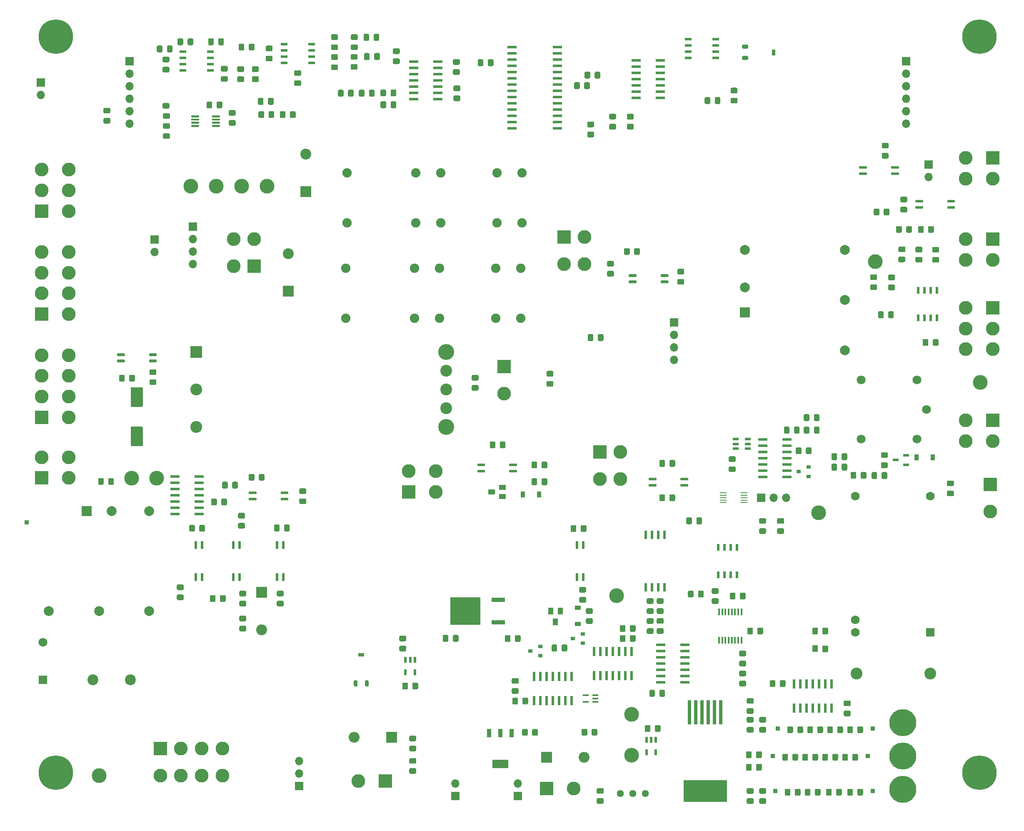
<source format=gbr>
%TF.GenerationSoftware,KiCad,Pcbnew,(5.1.6)-1*%
%TF.CreationDate,2021-02-09T19:00:34-05:00*%
%TF.ProjectId,TSI_Rev.5,5453495f-5265-4762-9e35-2e6b69636164,rev?*%
%TF.SameCoordinates,Original*%
%TF.FileFunction,Soldermask,Top*%
%TF.FilePolarity,Negative*%
%FSLAX46Y46*%
G04 Gerber Fmt 4.6, Leading zero omitted, Abs format (unit mm)*
G04 Created by KiCad (PCBNEW (5.1.6)-1) date 2021-02-09 19:00:34*
%MOMM*%
%LPD*%
G01*
G04 APERTURE LIST*
%ADD10C,2.000000*%
%ADD11R,2.000000X2.000000*%
%ADD12R,0.762000X1.270000*%
%ADD13R,1.270000X0.762000*%
%ADD14R,0.850000X0.850000*%
%ADD15O,1.700000X1.700000*%
%ADD16R,1.700000X1.700000*%
%ADD17R,2.800000X2.800000*%
%ADD18C,2.800000*%
%ADD19R,0.600000X1.900000*%
%ADD20R,0.410000X1.470000*%
%ADD21C,1.905000*%
%ADD22R,6.090000X5.630000*%
%ADD23R,2.830000X0.970000*%
%ADD24R,1.900000X0.600000*%
%ADD25C,1.778000*%
%ADD26R,1.778000X1.778000*%
%ADD27C,3.000000*%
%ADD28C,2.400000*%
%ADD29R,0.900000X1.200000*%
%ADD30R,2.200000X2.200000*%
%ADD31O,2.200000X2.200000*%
%ADD32R,0.590000X1.210000*%
%ADD33C,5.500000*%
%ADD34R,0.760000X5.000000*%
%ADD35R,8.800000X4.500000*%
%ADD36R,1.800000X1.800000*%
%ADD37C,1.800000*%
%ADD38C,2.200000*%
%ADD39C,1.808000*%
%ADD40C,3.226000*%
%ADD41R,2.400000X2.400000*%
%ADD42R,1.000000X1.400000*%
%ADD43R,0.900000X0.800000*%
%ADD44R,1.400000X1.000000*%
%ADD45R,1.240000X0.590000*%
%ADD46C,1.440000*%
%ADD47R,1.210000X0.580000*%
%ADD48R,1.422400X0.533400*%
%ADD49R,0.590000X1.800000*%
%ADD50R,0.533400X1.422400*%
%ADD51R,3.190000X1.760000*%
%ADD52R,0.920000X1.760000*%
%ADD53C,7.000000*%
%ADD54R,1.470000X0.280000*%
%ADD55R,1.190000X0.400000*%
%ADD56R,1.200000X0.900000*%
G04 APERTURE END LIST*
D10*
%TO.C,PS1*%
X126887600Y-157007400D03*
X126887600Y-177307400D03*
X116687600Y-177307400D03*
X106487600Y-177307400D03*
X119287600Y-157007400D03*
D11*
X114187600Y-157007400D03*
%TD*%
D12*
%TO.C,RV4*%
X253796800Y-63754000D03*
G36*
G01*
X248640600Y-62407800D02*
X248640600Y-62814200D01*
G75*
G02*
X248437400Y-63017400I-203200J0D01*
G01*
X247573800Y-63017400D01*
G75*
G02*
X247370600Y-62814200I0J203200D01*
G01*
X247370600Y-62407800D01*
G75*
G02*
X247573800Y-62204600I203200J0D01*
G01*
X248437400Y-62204600D01*
G75*
G02*
X248640600Y-62407800I0J-203200D01*
G01*
G37*
G36*
G01*
X248640600Y-64693800D02*
X248640600Y-65100200D01*
G75*
G02*
X248437400Y-65303400I-203200J0D01*
G01*
X247573800Y-65303400D01*
G75*
G02*
X247370600Y-65100200I0J203200D01*
G01*
X247370600Y-64693800D01*
G75*
G02*
X247573800Y-64490600I203200J0D01*
G01*
X248437400Y-64490600D01*
G75*
G02*
X248640600Y-64693800I0J-203200D01*
G01*
G37*
%TD*%
D13*
%TO.C,RV5*%
X169976800Y-186232800D03*
G36*
G01*
X168630600Y-191389000D02*
X169037000Y-191389000D01*
G75*
G02*
X169240200Y-191592200I0J-203200D01*
G01*
X169240200Y-192455800D01*
G75*
G02*
X169037000Y-192659000I-203200J0D01*
G01*
X168630600Y-192659000D01*
G75*
G02*
X168427400Y-192455800I0J203200D01*
G01*
X168427400Y-191592200D01*
G75*
G02*
X168630600Y-191389000I203200J0D01*
G01*
G37*
G36*
G01*
X170916600Y-191389000D02*
X171323000Y-191389000D01*
G75*
G02*
X171526200Y-191592200I0J-203200D01*
G01*
X171526200Y-192455800D01*
G75*
G02*
X171323000Y-192659000I-203200J0D01*
G01*
X170916600Y-192659000D01*
G75*
G02*
X170713400Y-192455800I0J203200D01*
G01*
X170713400Y-191592200D01*
G75*
G02*
X170916600Y-191389000I203200J0D01*
G01*
G37*
%TD*%
%TO.C,C13*%
G36*
G01*
X123358400Y-139820400D02*
X125358400Y-139820400D01*
G75*
G02*
X125608400Y-140070400I0J-250000D01*
G01*
X125608400Y-143570400D01*
G75*
G02*
X125358400Y-143820400I-250000J0D01*
G01*
X123358400Y-143820400D01*
G75*
G02*
X123108400Y-143570400I0J250000D01*
G01*
X123108400Y-140070400D01*
G75*
G02*
X123358400Y-139820400I250000J0D01*
G01*
G37*
G36*
G01*
X123358400Y-131820400D02*
X125358400Y-131820400D01*
G75*
G02*
X125608400Y-132070400I0J-250000D01*
G01*
X125608400Y-135570400D01*
G75*
G02*
X125358400Y-135820400I-250000J0D01*
G01*
X123358400Y-135820400D01*
G75*
G02*
X123108400Y-135570400I0J250000D01*
G01*
X123108400Y-132070400D01*
G75*
G02*
X123358400Y-131820400I250000J0D01*
G01*
G37*
%TD*%
%TO.C,C57*%
G36*
G01*
X207880799Y-128507800D02*
X208780801Y-128507800D01*
G75*
G02*
X209030800Y-128757799I0J-249999D01*
G01*
X209030800Y-129407801D01*
G75*
G02*
X208780801Y-129657800I-249999J0D01*
G01*
X207880799Y-129657800D01*
G75*
G02*
X207630800Y-129407801I0J249999D01*
G01*
X207630800Y-128757799D01*
G75*
G02*
X207880799Y-128507800I249999J0D01*
G01*
G37*
G36*
G01*
X207880799Y-130557800D02*
X208780801Y-130557800D01*
G75*
G02*
X209030800Y-130807799I0J-249999D01*
G01*
X209030800Y-131457801D01*
G75*
G02*
X208780801Y-131707800I-249999J0D01*
G01*
X207880799Y-131707800D01*
G75*
G02*
X207630800Y-131457801I0J249999D01*
G01*
X207630800Y-130807799D01*
G75*
G02*
X207880799Y-130557800I249999J0D01*
G01*
G37*
%TD*%
D14*
%TO.C,J29*%
X101942900Y-159334200D03*
%TD*%
D15*
%TO.C,J23 I2C*%
X104838500Y-72415400D03*
D16*
X104838500Y-69875400D03*
%TD*%
D15*
%TO.C,J21*%
X233514900Y-126238000D03*
X233514900Y-123698000D03*
X233514900Y-121158000D03*
D16*
X233514900Y-118618000D03*
%TD*%
D15*
%TO.C,J19*%
X135737600Y-106832400D03*
X135737600Y-104292400D03*
X135737600Y-101752400D03*
D16*
X135737600Y-99212400D03*
%TD*%
D10*
%TO.C,U41*%
X247972420Y-103912040D03*
X268272420Y-103912040D03*
X268272420Y-114112040D03*
X268272420Y-124312040D03*
X247972420Y-111512040D03*
D11*
X247972420Y-116612040D03*
%TD*%
D15*
%TO.C,J13.2 Logic*%
X280672540Y-78257400D03*
X280672540Y-75717400D03*
X280672540Y-73177400D03*
X280697940Y-70637400D03*
X280672540Y-68097400D03*
D16*
X280672540Y-65557400D03*
%TD*%
D17*
%TO.C,J9 GLV*%
X105041700Y-150266400D03*
D18*
X105041700Y-146066400D03*
X110541700Y-150266400D03*
X110541700Y-146066400D03*
%TD*%
D19*
%TO.C,U19*%
X212699600Y-190610400D03*
X211429600Y-190610400D03*
X210159600Y-190610400D03*
X208889600Y-190610400D03*
X207619600Y-190610400D03*
X206349600Y-190610400D03*
X205079600Y-190610400D03*
X205079600Y-195520400D03*
X206349600Y-195520400D03*
X207619600Y-195520400D03*
X208889600Y-195520400D03*
X210159600Y-195520400D03*
X211429600Y-195520400D03*
X212699600Y-195520400D03*
%TD*%
%TO.C,U40*%
X217271600Y-185530400D03*
X218541600Y-185530400D03*
X219811600Y-185530400D03*
X221081600Y-185530400D03*
X222351600Y-185530400D03*
X223621600Y-185530400D03*
X224891600Y-185530400D03*
X224891600Y-190440400D03*
X223621600Y-190440400D03*
X222351600Y-190440400D03*
X221081600Y-190440400D03*
X219811600Y-190440400D03*
X218541600Y-190440400D03*
X217271600Y-190440400D03*
%TD*%
D20*
%TO.C,U25*%
X242682600Y-177495400D03*
X243332600Y-177495400D03*
X243982600Y-177495400D03*
X244632600Y-177495400D03*
X245282600Y-177495400D03*
X245932600Y-177495400D03*
X246582600Y-177495400D03*
X247232600Y-177495400D03*
X247232600Y-183235400D03*
X246582600Y-183235400D03*
X245932600Y-183235400D03*
X245282600Y-183235400D03*
X244632600Y-183235400D03*
X243982600Y-183235400D03*
X243332600Y-183235400D03*
X242682600Y-183235400D03*
%TD*%
D21*
%TO.C,K3*%
X166852600Y-107657900D03*
X180822600Y-107657900D03*
X185915300Y-107657900D03*
X197345300Y-107657900D03*
X202425300Y-107657900D03*
X202425300Y-117817900D03*
X197345300Y-117817900D03*
X185915300Y-117817900D03*
X180822600Y-117817900D03*
X166852600Y-117817900D03*
%TD*%
%TO.C,R66*%
G36*
G01*
X223679600Y-182455399D02*
X223679600Y-183355401D01*
G75*
G02*
X223429601Y-183605400I-249999J0D01*
G01*
X222779599Y-183605400D01*
G75*
G02*
X222529600Y-183355401I0J249999D01*
G01*
X222529600Y-182455399D01*
G75*
G02*
X222779599Y-182205400I249999J0D01*
G01*
X223429601Y-182205400D01*
G75*
G02*
X223679600Y-182455399I0J-249999D01*
G01*
G37*
G36*
G01*
X225729600Y-182455399D02*
X225729600Y-183355401D01*
G75*
G02*
X225479601Y-183605400I-249999J0D01*
G01*
X224829599Y-183605400D01*
G75*
G02*
X224579600Y-183355401I0J249999D01*
G01*
X224579600Y-182455399D01*
G75*
G02*
X224829599Y-182205400I249999J0D01*
G01*
X225479601Y-182205400D01*
G75*
G02*
X225729600Y-182455399I0J-249999D01*
G01*
G37*
%TD*%
D15*
%TO.C,JP3*%
X285318200Y-89090500D03*
D16*
X285318200Y-86550500D03*
%TD*%
D22*
%TO.C,U10*%
X191139600Y-177317400D03*
D23*
X197789600Y-175027400D03*
X197789600Y-179607400D03*
%TD*%
%TO.C,C9*%
G36*
G01*
X251374600Y-208617399D02*
X251374600Y-209517401D01*
G75*
G02*
X251124601Y-209767400I-249999J0D01*
G01*
X250474599Y-209767400D01*
G75*
G02*
X250224600Y-209517401I0J249999D01*
G01*
X250224600Y-208617399D01*
G75*
G02*
X250474599Y-208367400I249999J0D01*
G01*
X251124601Y-208367400D01*
G75*
G02*
X251374600Y-208617399I0J-249999D01*
G01*
G37*
G36*
G01*
X249324600Y-208617399D02*
X249324600Y-209517401D01*
G75*
G02*
X249074601Y-209767400I-249999J0D01*
G01*
X248424599Y-209767400D01*
G75*
G02*
X248174600Y-209517401I0J249999D01*
G01*
X248174600Y-208617399D01*
G75*
G02*
X248424599Y-208367400I249999J0D01*
G01*
X249074601Y-208367400D01*
G75*
G02*
X249324600Y-208617399I0J-249999D01*
G01*
G37*
%TD*%
%TO.C,R16*%
G36*
G01*
X248174600Y-206977401D02*
X248174600Y-206077399D01*
G75*
G02*
X248424599Y-205827400I249999J0D01*
G01*
X249074601Y-205827400D01*
G75*
G02*
X249324600Y-206077399I0J-249999D01*
G01*
X249324600Y-206977401D01*
G75*
G02*
X249074601Y-207227400I-249999J0D01*
G01*
X248424599Y-207227400D01*
G75*
G02*
X248174600Y-206977401I0J249999D01*
G01*
G37*
G36*
G01*
X250224600Y-206977401D02*
X250224600Y-206077399D01*
G75*
G02*
X250474599Y-205827400I249999J0D01*
G01*
X251124601Y-205827400D01*
G75*
G02*
X251374600Y-206077399I0J-249999D01*
G01*
X251374600Y-206977401D01*
G75*
G02*
X251124601Y-207227400I-249999J0D01*
G01*
X250474599Y-207227400D01*
G75*
G02*
X250224600Y-206977401I0J249999D01*
G01*
G37*
%TD*%
D24*
%TO.C,U21*%
X235728600Y-191795400D03*
X235728600Y-190525400D03*
X235728600Y-189255400D03*
X235728600Y-187985400D03*
X235728600Y-186715400D03*
X235728600Y-185445400D03*
X235728600Y-184175400D03*
X230818600Y-184175400D03*
X230818600Y-185445400D03*
X230818600Y-186715400D03*
X230818600Y-187985400D03*
X230818600Y-189255400D03*
X230818600Y-190525400D03*
X230818600Y-191795400D03*
%TD*%
D15*
%TO.C,J13.1 Logic*%
X122908060Y-78257400D03*
X122933460Y-75717400D03*
X122933460Y-73177400D03*
X122933460Y-70637400D03*
X122933460Y-68097400D03*
D16*
X122933460Y-65557400D03*
%TD*%
D25*
%TO.C,U1*%
X285597600Y-153949400D03*
X270357600Y-153949400D03*
X270357600Y-179095400D03*
X270357600Y-181635400D03*
D26*
X285597600Y-181635400D03*
%TD*%
D27*
%TO.C,TP11*%
X295760140Y-130804920D03*
%TD*%
%TO.C,TP10*%
X274447000Y-106273600D03*
%TD*%
%TO.C,C2*%
G36*
G01*
X118551000Y-151427601D02*
X118551000Y-150527599D01*
G75*
G02*
X118800999Y-150277600I249999J0D01*
G01*
X119451001Y-150277600D01*
G75*
G02*
X119701000Y-150527599I0J-249999D01*
G01*
X119701000Y-151427601D01*
G75*
G02*
X119451001Y-151677600I-249999J0D01*
G01*
X118800999Y-151677600D01*
G75*
G02*
X118551000Y-151427601I0J249999D01*
G01*
G37*
G36*
G01*
X116501000Y-151427601D02*
X116501000Y-150527599D01*
G75*
G02*
X116750999Y-150277600I249999J0D01*
G01*
X117401001Y-150277600D01*
G75*
G02*
X117651000Y-150527599I0J-249999D01*
G01*
X117651000Y-151427601D01*
G75*
G02*
X117401001Y-151677600I-249999J0D01*
G01*
X116750999Y-151677600D01*
G75*
G02*
X116501000Y-151427601I0J249999D01*
G01*
G37*
%TD*%
%TO.C,C3*%
G36*
G01*
X156611699Y-67392000D02*
X157511701Y-67392000D01*
G75*
G02*
X157761700Y-67641999I0J-249999D01*
G01*
X157761700Y-68292001D01*
G75*
G02*
X157511701Y-68542000I-249999J0D01*
G01*
X156611699Y-68542000D01*
G75*
G02*
X156361700Y-68292001I0J249999D01*
G01*
X156361700Y-67641999D01*
G75*
G02*
X156611699Y-67392000I249999J0D01*
G01*
G37*
G36*
G01*
X156611699Y-69442000D02*
X157511701Y-69442000D01*
G75*
G02*
X157761700Y-69691999I0J-249999D01*
G01*
X157761700Y-70342001D01*
G75*
G02*
X157511701Y-70592000I-249999J0D01*
G01*
X156611699Y-70592000D01*
G75*
G02*
X156361700Y-70342001I0J249999D01*
G01*
X156361700Y-69691999D01*
G75*
G02*
X156611699Y-69442000I249999J0D01*
G01*
G37*
%TD*%
%TO.C,C4*%
G36*
G01*
X251111599Y-213309400D02*
X252011601Y-213309400D01*
G75*
G02*
X252261600Y-213559399I0J-249999D01*
G01*
X252261600Y-214209401D01*
G75*
G02*
X252011601Y-214459400I-249999J0D01*
G01*
X251111599Y-214459400D01*
G75*
G02*
X250861600Y-214209401I0J249999D01*
G01*
X250861600Y-213559399D01*
G75*
G02*
X251111599Y-213309400I249999J0D01*
G01*
G37*
G36*
G01*
X251111599Y-215359400D02*
X252011601Y-215359400D01*
G75*
G02*
X252261600Y-215609399I0J-249999D01*
G01*
X252261600Y-216259401D01*
G75*
G02*
X252011601Y-216509400I-249999J0D01*
G01*
X251111599Y-216509400D01*
G75*
G02*
X250861600Y-216259401I0J249999D01*
G01*
X250861600Y-215609399D01*
G75*
G02*
X251111599Y-215359400I249999J0D01*
G01*
G37*
%TD*%
%TO.C,C6*%
G36*
G01*
X280294501Y-106426960D02*
X279394499Y-106426960D01*
G75*
G02*
X279144500Y-106176961I0J249999D01*
G01*
X279144500Y-105526959D01*
G75*
G02*
X279394499Y-105276960I249999J0D01*
G01*
X280294501Y-105276960D01*
G75*
G02*
X280544500Y-105526959I0J-249999D01*
G01*
X280544500Y-106176961D01*
G75*
G02*
X280294501Y-106426960I-249999J0D01*
G01*
G37*
G36*
G01*
X280294501Y-104376960D02*
X279394499Y-104376960D01*
G75*
G02*
X279144500Y-104126961I0J249999D01*
G01*
X279144500Y-103476959D01*
G75*
G02*
X279394499Y-103226960I249999J0D01*
G01*
X280294501Y-103226960D01*
G75*
G02*
X280544500Y-103476959I0J-249999D01*
G01*
X280544500Y-104126961D01*
G75*
G02*
X280294501Y-104376960I-249999J0D01*
G01*
G37*
%TD*%
%TO.C,C7*%
G36*
G01*
X168975801Y-65242000D02*
X168075799Y-65242000D01*
G75*
G02*
X167825800Y-64992001I0J249999D01*
G01*
X167825800Y-64341999D01*
G75*
G02*
X168075799Y-64092000I249999J0D01*
G01*
X168975801Y-64092000D01*
G75*
G02*
X169225800Y-64341999I0J-249999D01*
G01*
X169225800Y-64992001D01*
G75*
G02*
X168975801Y-65242000I-249999J0D01*
G01*
G37*
G36*
G01*
X168975801Y-67292000D02*
X168075799Y-67292000D01*
G75*
G02*
X167825800Y-67042001I0J249999D01*
G01*
X167825800Y-66391999D01*
G75*
G02*
X168075799Y-66142000I249999J0D01*
G01*
X168975801Y-66142000D01*
G75*
G02*
X169225800Y-66391999I0J-249999D01*
G01*
X169225800Y-67042001D01*
G75*
G02*
X168975801Y-67292000I-249999J0D01*
G01*
G37*
%TD*%
%TO.C,C8*%
G36*
G01*
X129839299Y-66697120D02*
X130739301Y-66697120D01*
G75*
G02*
X130989300Y-66947119I0J-249999D01*
G01*
X130989300Y-67597121D01*
G75*
G02*
X130739301Y-67847120I-249999J0D01*
G01*
X129839299Y-67847120D01*
G75*
G02*
X129589300Y-67597121I0J249999D01*
G01*
X129589300Y-66947119D01*
G75*
G02*
X129839299Y-66697120I249999J0D01*
G01*
G37*
G36*
G01*
X129839299Y-64647120D02*
X130739301Y-64647120D01*
G75*
G02*
X130989300Y-64897119I0J-249999D01*
G01*
X130989300Y-65547121D01*
G75*
G02*
X130739301Y-65797120I-249999J0D01*
G01*
X129839299Y-65797120D01*
G75*
G02*
X129589300Y-65547121I0J249999D01*
G01*
X129589300Y-64897119D01*
G75*
G02*
X129839299Y-64647120I249999J0D01*
G01*
G37*
%TD*%
%TO.C,C10*%
G36*
G01*
X129938359Y-78154840D02*
X130838361Y-78154840D01*
G75*
G02*
X131088360Y-78404839I0J-249999D01*
G01*
X131088360Y-79054841D01*
G75*
G02*
X130838361Y-79304840I-249999J0D01*
G01*
X129938359Y-79304840D01*
G75*
G02*
X129688360Y-79054841I0J249999D01*
G01*
X129688360Y-78404839D01*
G75*
G02*
X129938359Y-78154840I249999J0D01*
G01*
G37*
G36*
G01*
X129938359Y-80204840D02*
X130838361Y-80204840D01*
G75*
G02*
X131088360Y-80454839I0J-249999D01*
G01*
X131088360Y-81104841D01*
G75*
G02*
X130838361Y-81354840I-249999J0D01*
G01*
X129938359Y-81354840D01*
G75*
G02*
X129688360Y-81104841I0J249999D01*
G01*
X129688360Y-80454839D01*
G75*
G02*
X129938359Y-80204840I249999J0D01*
G01*
G37*
%TD*%
%TO.C,C11*%
G36*
G01*
X148011699Y-68642000D02*
X148911701Y-68642000D01*
G75*
G02*
X149161700Y-68891999I0J-249999D01*
G01*
X149161700Y-69542001D01*
G75*
G02*
X148911701Y-69792000I-249999J0D01*
G01*
X148011699Y-69792000D01*
G75*
G02*
X147761700Y-69542001I0J249999D01*
G01*
X147761700Y-68891999D01*
G75*
G02*
X148011699Y-68642000I249999J0D01*
G01*
G37*
G36*
G01*
X148011699Y-66592000D02*
X148911701Y-66592000D01*
G75*
G02*
X149161700Y-66841999I0J-249999D01*
G01*
X149161700Y-67492001D01*
G75*
G02*
X148911701Y-67742000I-249999J0D01*
G01*
X148011699Y-67742000D01*
G75*
G02*
X147761700Y-67492001I0J249999D01*
G01*
X147761700Y-66841999D01*
G75*
G02*
X148011699Y-66592000I249999J0D01*
G01*
G37*
%TD*%
%TO.C,C12*%
G36*
G01*
X199161600Y-183355401D02*
X199161600Y-182455399D01*
G75*
G02*
X199411599Y-182205400I249999J0D01*
G01*
X200061601Y-182205400D01*
G75*
G02*
X200311600Y-182455399I0J-249999D01*
G01*
X200311600Y-183355401D01*
G75*
G02*
X200061601Y-183605400I-249999J0D01*
G01*
X199411599Y-183605400D01*
G75*
G02*
X199161600Y-183355401I0J249999D01*
G01*
G37*
G36*
G01*
X201211600Y-183355401D02*
X201211600Y-182455399D01*
G75*
G02*
X201461599Y-182205400I249999J0D01*
G01*
X202111601Y-182205400D01*
G75*
G02*
X202361600Y-182455399I0J-249999D01*
G01*
X202361600Y-183355401D01*
G75*
G02*
X202111601Y-183605400I-249999J0D01*
G01*
X201461599Y-183605400D01*
G75*
G02*
X201211600Y-183355401I0J249999D01*
G01*
G37*
%TD*%
D28*
%TO.C,C14*%
X285597600Y-190017400D03*
X270597600Y-190017400D03*
%TD*%
%TO.C,C15*%
G36*
G01*
X141690939Y-66531800D02*
X142590941Y-66531800D01*
G75*
G02*
X142840940Y-66781799I0J-249999D01*
G01*
X142840940Y-67431801D01*
G75*
G02*
X142590941Y-67681800I-249999J0D01*
G01*
X141690939Y-67681800D01*
G75*
G02*
X141440940Y-67431801I0J249999D01*
G01*
X141440940Y-66781799D01*
G75*
G02*
X141690939Y-66531800I249999J0D01*
G01*
G37*
G36*
G01*
X141690939Y-68581800D02*
X142590941Y-68581800D01*
G75*
G02*
X142840940Y-68831799I0J-249999D01*
G01*
X142840940Y-69481801D01*
G75*
G02*
X142590941Y-69731800I-249999J0D01*
G01*
X141690939Y-69731800D01*
G75*
G02*
X141440940Y-69481801I0J249999D01*
G01*
X141440940Y-68831799D01*
G75*
G02*
X141690939Y-68581800I249999J0D01*
G01*
G37*
%TD*%
%TO.C,C16*%
G36*
G01*
X166386700Y-71616999D02*
X166386700Y-72517001D01*
G75*
G02*
X166136701Y-72767000I-249999J0D01*
G01*
X165486699Y-72767000D01*
G75*
G02*
X165236700Y-72517001I0J249999D01*
G01*
X165236700Y-71616999D01*
G75*
G02*
X165486699Y-71367000I249999J0D01*
G01*
X166136701Y-71367000D01*
G75*
G02*
X166386700Y-71616999I0J-249999D01*
G01*
G37*
G36*
G01*
X168436700Y-71616999D02*
X168436700Y-72517001D01*
G75*
G02*
X168186701Y-72767000I-249999J0D01*
G01*
X167536699Y-72767000D01*
G75*
G02*
X167286700Y-72517001I0J249999D01*
G01*
X167286700Y-71616999D01*
G75*
G02*
X167536699Y-71367000I249999J0D01*
G01*
X168186701Y-71367000D01*
G75*
G02*
X168436700Y-71616999I0J-249999D01*
G01*
G37*
%TD*%
%TO.C,C17*%
G36*
G01*
X289262399Y-150791000D02*
X290162401Y-150791000D01*
G75*
G02*
X290412400Y-151040999I0J-249999D01*
G01*
X290412400Y-151691001D01*
G75*
G02*
X290162401Y-151941000I-249999J0D01*
G01*
X289262399Y-151941000D01*
G75*
G02*
X289012400Y-151691001I0J249999D01*
G01*
X289012400Y-151040999D01*
G75*
G02*
X289262399Y-150791000I249999J0D01*
G01*
G37*
G36*
G01*
X289262399Y-152841000D02*
X290162401Y-152841000D01*
G75*
G02*
X290412400Y-153090999I0J-249999D01*
G01*
X290412400Y-153741001D01*
G75*
G02*
X290162401Y-153991000I-249999J0D01*
G01*
X289262399Y-153991000D01*
G75*
G02*
X289012400Y-153741001I0J249999D01*
G01*
X289012400Y-153090999D01*
G75*
G02*
X289262399Y-152841000I249999J0D01*
G01*
G37*
%TD*%
%TO.C,C18*%
G36*
G01*
X192653499Y-129328000D02*
X193553501Y-129328000D01*
G75*
G02*
X193803500Y-129577999I0J-249999D01*
G01*
X193803500Y-130228001D01*
G75*
G02*
X193553501Y-130478000I-249999J0D01*
G01*
X192653499Y-130478000D01*
G75*
G02*
X192403500Y-130228001I0J249999D01*
G01*
X192403500Y-129577999D01*
G75*
G02*
X192653499Y-129328000I249999J0D01*
G01*
G37*
G36*
G01*
X192653499Y-131378000D02*
X193553501Y-131378000D01*
G75*
G02*
X193803500Y-131627999I0J-249999D01*
G01*
X193803500Y-132278001D01*
G75*
G02*
X193553501Y-132528000I-249999J0D01*
G01*
X192653499Y-132528000D01*
G75*
G02*
X192403500Y-132278001I0J249999D01*
G01*
X192403500Y-131627999D01*
G75*
G02*
X192653499Y-131378000I249999J0D01*
G01*
G37*
%TD*%
%TO.C,C19*%
G36*
G01*
X276161700Y-96667001D02*
X276161700Y-95766999D01*
G75*
G02*
X276411699Y-95517000I249999J0D01*
G01*
X277061701Y-95517000D01*
G75*
G02*
X277311700Y-95766999I0J-249999D01*
G01*
X277311700Y-96667001D01*
G75*
G02*
X277061701Y-96917000I-249999J0D01*
G01*
X276411699Y-96917000D01*
G75*
G02*
X276161700Y-96667001I0J249999D01*
G01*
G37*
G36*
G01*
X274111700Y-96667001D02*
X274111700Y-95766999D01*
G75*
G02*
X274361699Y-95517000I249999J0D01*
G01*
X275011701Y-95517000D01*
G75*
G02*
X275261700Y-95766999I0J-249999D01*
G01*
X275261700Y-96667001D01*
G75*
G02*
X275011701Y-96917000I-249999J0D01*
G01*
X274361699Y-96917000D01*
G75*
G02*
X274111700Y-96667001I0J249999D01*
G01*
G37*
%TD*%
%TO.C,C20*%
G36*
G01*
X268281999Y-197563000D02*
X269182001Y-197563000D01*
G75*
G02*
X269432000Y-197812999I0J-249999D01*
G01*
X269432000Y-198463001D01*
G75*
G02*
X269182001Y-198713000I-249999J0D01*
G01*
X268281999Y-198713000D01*
G75*
G02*
X268032000Y-198463001I0J249999D01*
G01*
X268032000Y-197812999D01*
G75*
G02*
X268281999Y-197563000I249999J0D01*
G01*
G37*
G36*
G01*
X268281999Y-195513000D02*
X269182001Y-195513000D01*
G75*
G02*
X269432000Y-195762999I0J-249999D01*
G01*
X269432000Y-196413001D01*
G75*
G02*
X269182001Y-196663000I-249999J0D01*
G01*
X268281999Y-196663000D01*
G75*
G02*
X268032000Y-196413001I0J249999D01*
G01*
X268032000Y-195762999D01*
G75*
G02*
X268281999Y-195513000I249999J0D01*
G01*
G37*
%TD*%
%TO.C,C21*%
G36*
G01*
X229665000Y-193605999D02*
X229665000Y-194506001D01*
G75*
G02*
X229415001Y-194756000I-249999J0D01*
G01*
X228764999Y-194756000D01*
G75*
G02*
X228515000Y-194506001I0J249999D01*
G01*
X228515000Y-193605999D01*
G75*
G02*
X228764999Y-193356000I249999J0D01*
G01*
X229415001Y-193356000D01*
G75*
G02*
X229665000Y-193605999I0J-249999D01*
G01*
G37*
G36*
G01*
X231715000Y-193605999D02*
X231715000Y-194506001D01*
G75*
G02*
X231465001Y-194756000I-249999J0D01*
G01*
X230814999Y-194756000D01*
G75*
G02*
X230565000Y-194506001I0J249999D01*
G01*
X230565000Y-193605999D01*
G75*
G02*
X230814999Y-193356000I249999J0D01*
G01*
X231465001Y-193356000D01*
G75*
G02*
X231715000Y-193605999I0J-249999D01*
G01*
G37*
%TD*%
%TO.C,C22*%
G36*
G01*
X242961700Y-73116999D02*
X242961700Y-74017001D01*
G75*
G02*
X242711701Y-74267000I-249999J0D01*
G01*
X242061699Y-74267000D01*
G75*
G02*
X241811700Y-74017001I0J249999D01*
G01*
X241811700Y-73116999D01*
G75*
G02*
X242061699Y-72867000I249999J0D01*
G01*
X242711701Y-72867000D01*
G75*
G02*
X242961700Y-73116999I0J-249999D01*
G01*
G37*
G36*
G01*
X240911700Y-73116999D02*
X240911700Y-74017001D01*
G75*
G02*
X240661701Y-74267000I-249999J0D01*
G01*
X240011699Y-74267000D01*
G75*
G02*
X239761700Y-74017001I0J249999D01*
G01*
X239761700Y-73116999D01*
G75*
G02*
X240011699Y-72867000I249999J0D01*
G01*
X240661701Y-72867000D01*
G75*
G02*
X240911700Y-73116999I0J-249999D01*
G01*
G37*
%TD*%
%TO.C,C23*%
G36*
G01*
X214386700Y-70091999D02*
X214386700Y-70992001D01*
G75*
G02*
X214136701Y-71242000I-249999J0D01*
G01*
X213486699Y-71242000D01*
G75*
G02*
X213236700Y-70992001I0J249999D01*
G01*
X213236700Y-70091999D01*
G75*
G02*
X213486699Y-69842000I249999J0D01*
G01*
X214136701Y-69842000D01*
G75*
G02*
X214386700Y-70091999I0J-249999D01*
G01*
G37*
G36*
G01*
X216436700Y-70091999D02*
X216436700Y-70992001D01*
G75*
G02*
X216186701Y-71242000I-249999J0D01*
G01*
X215536699Y-71242000D01*
G75*
G02*
X215286700Y-70992001I0J249999D01*
G01*
X215286700Y-70091999D01*
G75*
G02*
X215536699Y-69842000I249999J0D01*
G01*
X216186701Y-69842000D01*
G75*
G02*
X216436700Y-70091999I0J-249999D01*
G01*
G37*
%TD*%
%TO.C,C24*%
G36*
G01*
X224211699Y-76242000D02*
X225111701Y-76242000D01*
G75*
G02*
X225361700Y-76491999I0J-249999D01*
G01*
X225361700Y-77142001D01*
G75*
G02*
X225111701Y-77392000I-249999J0D01*
G01*
X224211699Y-77392000D01*
G75*
G02*
X223961700Y-77142001I0J249999D01*
G01*
X223961700Y-76491999D01*
G75*
G02*
X224211699Y-76242000I249999J0D01*
G01*
G37*
G36*
G01*
X224211699Y-78292000D02*
X225111701Y-78292000D01*
G75*
G02*
X225361700Y-78541999I0J-249999D01*
G01*
X225361700Y-79192001D01*
G75*
G02*
X225111701Y-79442000I-249999J0D01*
G01*
X224211699Y-79442000D01*
G75*
G02*
X223961700Y-79192001I0J249999D01*
G01*
X223961700Y-78541999D01*
G75*
G02*
X224211699Y-78292000I249999J0D01*
G01*
G37*
%TD*%
%TO.C,C25*%
G36*
G01*
X265536700Y-148517001D02*
X265536700Y-147616999D01*
G75*
G02*
X265786699Y-147367000I249999J0D01*
G01*
X266436701Y-147367000D01*
G75*
G02*
X266686700Y-147616999I0J-249999D01*
G01*
X266686700Y-148517001D01*
G75*
G02*
X266436701Y-148767000I-249999J0D01*
G01*
X265786699Y-148767000D01*
G75*
G02*
X265536700Y-148517001I0J249999D01*
G01*
G37*
G36*
G01*
X267586700Y-148517001D02*
X267586700Y-147616999D01*
G75*
G02*
X267836699Y-147367000I249999J0D01*
G01*
X268486701Y-147367000D01*
G75*
G02*
X268736700Y-147616999I0J-249999D01*
G01*
X268736700Y-148517001D01*
G75*
G02*
X268486701Y-148767000I-249999J0D01*
G01*
X267836699Y-148767000D01*
G75*
G02*
X267586700Y-148517001I0J249999D01*
G01*
G37*
%TD*%
%TO.C,C26*%
G36*
G01*
X177561701Y-66142000D02*
X176661699Y-66142000D01*
G75*
G02*
X176411700Y-65892001I0J249999D01*
G01*
X176411700Y-65241999D01*
G75*
G02*
X176661699Y-64992000I249999J0D01*
G01*
X177561701Y-64992000D01*
G75*
G02*
X177811700Y-65241999I0J-249999D01*
G01*
X177811700Y-65892001D01*
G75*
G02*
X177561701Y-66142000I-249999J0D01*
G01*
G37*
G36*
G01*
X177561701Y-64092000D02*
X176661699Y-64092000D01*
G75*
G02*
X176411700Y-63842001I0J249999D01*
G01*
X176411700Y-63191999D01*
G75*
G02*
X176661699Y-62942000I249999J0D01*
G01*
X177561701Y-62942000D01*
G75*
G02*
X177811700Y-63191999I0J-249999D01*
G01*
X177811700Y-63842001D01*
G75*
G02*
X177561701Y-64092000I-249999J0D01*
G01*
G37*
%TD*%
%TO.C,C27*%
G36*
G01*
X234461699Y-107763400D02*
X235361701Y-107763400D01*
G75*
G02*
X235611700Y-108013399I0J-249999D01*
G01*
X235611700Y-108663401D01*
G75*
G02*
X235361701Y-108913400I-249999J0D01*
G01*
X234461699Y-108913400D01*
G75*
G02*
X234211700Y-108663401I0J249999D01*
G01*
X234211700Y-108013399D01*
G75*
G02*
X234461699Y-107763400I249999J0D01*
G01*
G37*
G36*
G01*
X234461699Y-109813400D02*
X235361701Y-109813400D01*
G75*
G02*
X235611700Y-110063399I0J-249999D01*
G01*
X235611700Y-110713401D01*
G75*
G02*
X235361701Y-110963400I-249999J0D01*
G01*
X234461699Y-110963400D01*
G75*
G02*
X234211700Y-110713401I0J249999D01*
G01*
X234211700Y-110063399D01*
G75*
G02*
X234461699Y-109813400I249999J0D01*
G01*
G37*
%TD*%
%TO.C,C30*%
G36*
G01*
X251098899Y-158436400D02*
X251998901Y-158436400D01*
G75*
G02*
X252248900Y-158686399I0J-249999D01*
G01*
X252248900Y-159336401D01*
G75*
G02*
X251998901Y-159586400I-249999J0D01*
G01*
X251098899Y-159586400D01*
G75*
G02*
X250848900Y-159336401I0J249999D01*
G01*
X250848900Y-158686399D01*
G75*
G02*
X251098899Y-158436400I249999J0D01*
G01*
G37*
G36*
G01*
X251098899Y-160486400D02*
X251998901Y-160486400D01*
G75*
G02*
X252248900Y-160736399I0J-249999D01*
G01*
X252248900Y-161386401D01*
G75*
G02*
X251998901Y-161636400I-249999J0D01*
G01*
X251098899Y-161636400D01*
G75*
G02*
X250848900Y-161386401I0J249999D01*
G01*
X250848900Y-160736399D01*
G75*
G02*
X251098899Y-160486400I249999J0D01*
G01*
G37*
%TD*%
%TO.C,C32*%
G36*
G01*
X261972100Y-138467001D02*
X261972100Y-137566999D01*
G75*
G02*
X262222099Y-137317000I249999J0D01*
G01*
X262872101Y-137317000D01*
G75*
G02*
X263122100Y-137566999I0J-249999D01*
G01*
X263122100Y-138467001D01*
G75*
G02*
X262872101Y-138717000I-249999J0D01*
G01*
X262222099Y-138717000D01*
G75*
G02*
X261972100Y-138467001I0J249999D01*
G01*
G37*
G36*
G01*
X259922100Y-138467001D02*
X259922100Y-137566999D01*
G75*
G02*
X260172099Y-137317000I249999J0D01*
G01*
X260822101Y-137317000D01*
G75*
G02*
X261072100Y-137566999I0J-249999D01*
G01*
X261072100Y-138467001D01*
G75*
G02*
X260822101Y-138717000I-249999J0D01*
G01*
X260172099Y-138717000D01*
G75*
G02*
X259922100Y-138467001I0J249999D01*
G01*
G37*
%TD*%
%TO.C,C35*%
G36*
G01*
X238426300Y-174313001D02*
X238426300Y-173412999D01*
G75*
G02*
X238676299Y-173163000I249999J0D01*
G01*
X239326301Y-173163000D01*
G75*
G02*
X239576300Y-173412999I0J-249999D01*
G01*
X239576300Y-174313001D01*
G75*
G02*
X239326301Y-174563000I-249999J0D01*
G01*
X238676299Y-174563000D01*
G75*
G02*
X238426300Y-174313001I0J249999D01*
G01*
G37*
G36*
G01*
X236376300Y-174313001D02*
X236376300Y-173412999D01*
G75*
G02*
X236626299Y-173163000I249999J0D01*
G01*
X237276301Y-173163000D01*
G75*
G02*
X237526300Y-173412999I0J-249999D01*
G01*
X237526300Y-174313001D01*
G75*
G02*
X237276301Y-174563000I-249999J0D01*
G01*
X236626299Y-174563000D01*
G75*
G02*
X236376300Y-174313001I0J249999D01*
G01*
G37*
%TD*%
%TO.C,C43*%
G36*
G01*
X186541500Y-183330001D02*
X186541500Y-182429999D01*
G75*
G02*
X186791499Y-182180000I249999J0D01*
G01*
X187441501Y-182180000D01*
G75*
G02*
X187691500Y-182429999I0J-249999D01*
G01*
X187691500Y-183330001D01*
G75*
G02*
X187441501Y-183580000I-249999J0D01*
G01*
X186791499Y-183580000D01*
G75*
G02*
X186541500Y-183330001I0J249999D01*
G01*
G37*
G36*
G01*
X188591500Y-183330001D02*
X188591500Y-182429999D01*
G75*
G02*
X188841499Y-182180000I249999J0D01*
G01*
X189491501Y-182180000D01*
G75*
G02*
X189741500Y-182429999I0J-249999D01*
G01*
X189741500Y-183330001D01*
G75*
G02*
X189491501Y-183580000I-249999J0D01*
G01*
X188841499Y-183580000D01*
G75*
G02*
X188591500Y-183330001I0J249999D01*
G01*
G37*
%TD*%
%TO.C,C46*%
G36*
G01*
X229151601Y-181974400D02*
X228251599Y-181974400D01*
G75*
G02*
X228001600Y-181724401I0J249999D01*
G01*
X228001600Y-181074399D01*
G75*
G02*
X228251599Y-180824400I249999J0D01*
G01*
X229151601Y-180824400D01*
G75*
G02*
X229401600Y-181074399I0J-249999D01*
G01*
X229401600Y-181724401D01*
G75*
G02*
X229151601Y-181974400I-249999J0D01*
G01*
G37*
G36*
G01*
X229151601Y-179924400D02*
X228251599Y-179924400D01*
G75*
G02*
X228001600Y-179674401I0J249999D01*
G01*
X228001600Y-179024399D01*
G75*
G02*
X228251599Y-178774400I249999J0D01*
G01*
X229151601Y-178774400D01*
G75*
G02*
X229401600Y-179024399I0J-249999D01*
G01*
X229401600Y-179674401D01*
G75*
G02*
X229151601Y-179924400I-249999J0D01*
G01*
G37*
%TD*%
%TO.C,C47*%
G36*
G01*
X223679600Y-180423399D02*
X223679600Y-181323401D01*
G75*
G02*
X223429601Y-181573400I-249999J0D01*
G01*
X222779599Y-181573400D01*
G75*
G02*
X222529600Y-181323401I0J249999D01*
G01*
X222529600Y-180423399D01*
G75*
G02*
X222779599Y-180173400I249999J0D01*
G01*
X223429601Y-180173400D01*
G75*
G02*
X223679600Y-180423399I0J-249999D01*
G01*
G37*
G36*
G01*
X225729600Y-180423399D02*
X225729600Y-181323401D01*
G75*
G02*
X225479601Y-181573400I-249999J0D01*
G01*
X224829599Y-181573400D01*
G75*
G02*
X224579600Y-181323401I0J249999D01*
G01*
X224579600Y-180423399D01*
G75*
G02*
X224829599Y-180173400I249999J0D01*
G01*
X225479601Y-180173400D01*
G75*
G02*
X225729600Y-180423399I0J-249999D01*
G01*
G37*
%TD*%
%TO.C,C48*%
G36*
G01*
X249471601Y-202031400D02*
X248571599Y-202031400D01*
G75*
G02*
X248321600Y-201781401I0J249999D01*
G01*
X248321600Y-201131399D01*
G75*
G02*
X248571599Y-200881400I249999J0D01*
G01*
X249471601Y-200881400D01*
G75*
G02*
X249721600Y-201131399I0J-249999D01*
G01*
X249721600Y-201781401D01*
G75*
G02*
X249471601Y-202031400I-249999J0D01*
G01*
G37*
G36*
G01*
X249471601Y-199981400D02*
X248571599Y-199981400D01*
G75*
G02*
X248321600Y-199731401I0J249999D01*
G01*
X248321600Y-199081399D01*
G75*
G02*
X248571599Y-198831400I249999J0D01*
G01*
X249471601Y-198831400D01*
G75*
G02*
X249721600Y-199081399I0J-249999D01*
G01*
X249721600Y-199731401D01*
G75*
G02*
X249471601Y-199981400I-249999J0D01*
G01*
G37*
%TD*%
%TO.C,C54*%
G36*
G01*
X201719601Y-194148400D02*
X200819599Y-194148400D01*
G75*
G02*
X200569600Y-193898401I0J249999D01*
G01*
X200569600Y-193248399D01*
G75*
G02*
X200819599Y-192998400I249999J0D01*
G01*
X201719601Y-192998400D01*
G75*
G02*
X201969600Y-193248399I0J-249999D01*
G01*
X201969600Y-193898401D01*
G75*
G02*
X201719601Y-194148400I-249999J0D01*
G01*
G37*
G36*
G01*
X201719601Y-192098400D02*
X200819599Y-192098400D01*
G75*
G02*
X200569600Y-191848401I0J249999D01*
G01*
X200569600Y-191198399D01*
G75*
G02*
X200819599Y-190948400I249999J0D01*
G01*
X201719601Y-190948400D01*
G75*
G02*
X201969600Y-191198399I0J-249999D01*
G01*
X201969600Y-191848401D01*
G75*
G02*
X201719601Y-192098400I-249999J0D01*
G01*
G37*
%TD*%
%TO.C,C55*%
G36*
G01*
X217960900Y-201505399D02*
X217960900Y-202405401D01*
G75*
G02*
X217710901Y-202655400I-249999J0D01*
G01*
X217060899Y-202655400D01*
G75*
G02*
X216810900Y-202405401I0J249999D01*
G01*
X216810900Y-201505399D01*
G75*
G02*
X217060899Y-201255400I249999J0D01*
G01*
X217710901Y-201255400D01*
G75*
G02*
X217960900Y-201505399I0J-249999D01*
G01*
G37*
G36*
G01*
X215910900Y-201505399D02*
X215910900Y-202405401D01*
G75*
G02*
X215660901Y-202655400I-249999J0D01*
G01*
X215010899Y-202655400D01*
G75*
G02*
X214760900Y-202405401I0J249999D01*
G01*
X214760900Y-201505399D01*
G75*
G02*
X215010899Y-201255400I249999J0D01*
G01*
X215660901Y-201255400D01*
G75*
G02*
X215910900Y-201505399I0J-249999D01*
G01*
G37*
%TD*%
%TO.C,C56*%
G36*
G01*
X266686700Y-145491999D02*
X266686700Y-146392001D01*
G75*
G02*
X266436701Y-146642000I-249999J0D01*
G01*
X265786699Y-146642000D01*
G75*
G02*
X265536700Y-146392001I0J249999D01*
G01*
X265536700Y-145491999D01*
G75*
G02*
X265786699Y-145242000I249999J0D01*
G01*
X266436701Y-145242000D01*
G75*
G02*
X266686700Y-145491999I0J-249999D01*
G01*
G37*
G36*
G01*
X268736700Y-145491999D02*
X268736700Y-146392001D01*
G75*
G02*
X268486701Y-146642000I-249999J0D01*
G01*
X267836699Y-146642000D01*
G75*
G02*
X267586700Y-146392001I0J249999D01*
G01*
X267586700Y-145491999D01*
G75*
G02*
X267836699Y-145242000I249999J0D01*
G01*
X268486701Y-145242000D01*
G75*
G02*
X268736700Y-145491999I0J-249999D01*
G01*
G37*
%TD*%
%TO.C,C58*%
G36*
G01*
X277301539Y-110970480D02*
X278201541Y-110970480D01*
G75*
G02*
X278451540Y-111220479I0J-249999D01*
G01*
X278451540Y-111870481D01*
G75*
G02*
X278201541Y-112120480I-249999J0D01*
G01*
X277301539Y-112120480D01*
G75*
G02*
X277051540Y-111870481I0J249999D01*
G01*
X277051540Y-111220479D01*
G75*
G02*
X277301539Y-110970480I249999J0D01*
G01*
G37*
G36*
G01*
X277301539Y-108920480D02*
X278201541Y-108920480D01*
G75*
G02*
X278451540Y-109170479I0J-249999D01*
G01*
X278451540Y-109820481D01*
G75*
G02*
X278201541Y-110070480I-249999J0D01*
G01*
X277301539Y-110070480D01*
G75*
G02*
X277051540Y-109820481I0J249999D01*
G01*
X277051540Y-109170479D01*
G75*
G02*
X277301539Y-108920480I249999J0D01*
G01*
G37*
%TD*%
%TO.C,C59*%
G36*
G01*
X273654099Y-110936080D02*
X274554101Y-110936080D01*
G75*
G02*
X274804100Y-111186079I0J-249999D01*
G01*
X274804100Y-111836081D01*
G75*
G02*
X274554101Y-112086080I-249999J0D01*
G01*
X273654099Y-112086080D01*
G75*
G02*
X273404100Y-111836081I0J249999D01*
G01*
X273404100Y-111186079D01*
G75*
G02*
X273654099Y-110936080I249999J0D01*
G01*
G37*
G36*
G01*
X273654099Y-108886080D02*
X274554101Y-108886080D01*
G75*
G02*
X274804100Y-109136079I0J-249999D01*
G01*
X274804100Y-109786081D01*
G75*
G02*
X274554101Y-110036080I-249999J0D01*
G01*
X273654099Y-110036080D01*
G75*
G02*
X273404100Y-109786081I0J249999D01*
G01*
X273404100Y-109136079D01*
G75*
G02*
X273654099Y-108886080I249999J0D01*
G01*
G37*
%TD*%
%TO.C,C60*%
G36*
G01*
X286140200Y-123182801D02*
X286140200Y-122282799D01*
G75*
G02*
X286390199Y-122032800I249999J0D01*
G01*
X287040201Y-122032800D01*
G75*
G02*
X287290200Y-122282799I0J-249999D01*
G01*
X287290200Y-123182801D01*
G75*
G02*
X287040201Y-123432800I-249999J0D01*
G01*
X286390199Y-123432800D01*
G75*
G02*
X286140200Y-123182801I0J249999D01*
G01*
G37*
G36*
G01*
X284090200Y-123182801D02*
X284090200Y-122282799D01*
G75*
G02*
X284340199Y-122032800I249999J0D01*
G01*
X284990201Y-122032800D01*
G75*
G02*
X285240200Y-122282799I0J-249999D01*
G01*
X285240200Y-123182801D01*
G75*
G02*
X284990201Y-123432800I-249999J0D01*
G01*
X284340199Y-123432800D01*
G75*
G02*
X284090200Y-123182801I0J249999D01*
G01*
G37*
%TD*%
%TO.C,C61*%
G36*
G01*
X278206000Y-116643999D02*
X278206000Y-117544001D01*
G75*
G02*
X277956001Y-117794000I-249999J0D01*
G01*
X277305999Y-117794000D01*
G75*
G02*
X277056000Y-117544001I0J249999D01*
G01*
X277056000Y-116643999D01*
G75*
G02*
X277305999Y-116394000I249999J0D01*
G01*
X277956001Y-116394000D01*
G75*
G02*
X278206000Y-116643999I0J-249999D01*
G01*
G37*
G36*
G01*
X276156000Y-116643999D02*
X276156000Y-117544001D01*
G75*
G02*
X275906001Y-117794000I-249999J0D01*
G01*
X275255999Y-117794000D01*
G75*
G02*
X275006000Y-117544001I0J249999D01*
G01*
X275006000Y-116643999D01*
G75*
G02*
X275255999Y-116394000I249999J0D01*
G01*
X275906001Y-116394000D01*
G75*
G02*
X276156000Y-116643999I0J-249999D01*
G01*
G37*
%TD*%
%TO.C,D1*%
G36*
G01*
X278677460Y-100211041D02*
X278677460Y-99311039D01*
G75*
G02*
X278927459Y-99061040I249999J0D01*
G01*
X279577461Y-99061040D01*
G75*
G02*
X279827460Y-99311039I0J-249999D01*
G01*
X279827460Y-100211041D01*
G75*
G02*
X279577461Y-100461040I-249999J0D01*
G01*
X278927459Y-100461040D01*
G75*
G02*
X278677460Y-100211041I0J249999D01*
G01*
G37*
G36*
G01*
X280727460Y-100211041D02*
X280727460Y-99311039D01*
G75*
G02*
X280977459Y-99061040I249999J0D01*
G01*
X281627461Y-99061040D01*
G75*
G02*
X281877460Y-99311039I0J-249999D01*
G01*
X281877460Y-100211041D01*
G75*
G02*
X281627461Y-100461040I-249999J0D01*
G01*
X280977459Y-100461040D01*
G75*
G02*
X280727460Y-100211041I0J249999D01*
G01*
G37*
%TD*%
%TO.C,D2*%
G36*
G01*
X135413560Y-76864240D02*
X135413560Y-76664240D01*
G75*
G02*
X135513560Y-76564240I100000J0D01*
G01*
X136938560Y-76564240D01*
G75*
G02*
X137038560Y-76664240I0J-100000D01*
G01*
X137038560Y-76864240D01*
G75*
G02*
X136938560Y-76964240I-100000J0D01*
G01*
X135513560Y-76964240D01*
G75*
G02*
X135413560Y-76864240I0J100000D01*
G01*
G37*
G36*
G01*
X135413560Y-77514240D02*
X135413560Y-77314240D01*
G75*
G02*
X135513560Y-77214240I100000J0D01*
G01*
X136938560Y-77214240D01*
G75*
G02*
X137038560Y-77314240I0J-100000D01*
G01*
X137038560Y-77514240D01*
G75*
G02*
X136938560Y-77614240I-100000J0D01*
G01*
X135513560Y-77614240D01*
G75*
G02*
X135413560Y-77514240I0J100000D01*
G01*
G37*
G36*
G01*
X135413560Y-78164240D02*
X135413560Y-77964240D01*
G75*
G02*
X135513560Y-77864240I100000J0D01*
G01*
X136938560Y-77864240D01*
G75*
G02*
X137038560Y-77964240I0J-100000D01*
G01*
X137038560Y-78164240D01*
G75*
G02*
X136938560Y-78264240I-100000J0D01*
G01*
X135513560Y-78264240D01*
G75*
G02*
X135413560Y-78164240I0J100000D01*
G01*
G37*
G36*
G01*
X135413560Y-78814240D02*
X135413560Y-78614240D01*
G75*
G02*
X135513560Y-78514240I100000J0D01*
G01*
X136938560Y-78514240D01*
G75*
G02*
X137038560Y-78614240I0J-100000D01*
G01*
X137038560Y-78814240D01*
G75*
G02*
X136938560Y-78914240I-100000J0D01*
G01*
X135513560Y-78914240D01*
G75*
G02*
X135413560Y-78814240I0J100000D01*
G01*
G37*
G36*
G01*
X139638560Y-78814240D02*
X139638560Y-78614240D01*
G75*
G02*
X139738560Y-78514240I100000J0D01*
G01*
X141163560Y-78514240D01*
G75*
G02*
X141263560Y-78614240I0J-100000D01*
G01*
X141263560Y-78814240D01*
G75*
G02*
X141163560Y-78914240I-100000J0D01*
G01*
X139738560Y-78914240D01*
G75*
G02*
X139638560Y-78814240I0J100000D01*
G01*
G37*
G36*
G01*
X139638560Y-78164240D02*
X139638560Y-77964240D01*
G75*
G02*
X139738560Y-77864240I100000J0D01*
G01*
X141163560Y-77864240D01*
G75*
G02*
X141263560Y-77964240I0J-100000D01*
G01*
X141263560Y-78164240D01*
G75*
G02*
X141163560Y-78264240I-100000J0D01*
G01*
X139738560Y-78264240D01*
G75*
G02*
X139638560Y-78164240I0J100000D01*
G01*
G37*
G36*
G01*
X139638560Y-77514240D02*
X139638560Y-77314240D01*
G75*
G02*
X139738560Y-77214240I100000J0D01*
G01*
X141163560Y-77214240D01*
G75*
G02*
X141263560Y-77314240I0J-100000D01*
G01*
X141263560Y-77514240D01*
G75*
G02*
X141163560Y-77614240I-100000J0D01*
G01*
X139738560Y-77614240D01*
G75*
G02*
X139638560Y-77514240I0J100000D01*
G01*
G37*
G36*
G01*
X139638560Y-76864240D02*
X139638560Y-76664240D01*
G75*
G02*
X139738560Y-76564240I100000J0D01*
G01*
X141163560Y-76564240D01*
G75*
G02*
X141263560Y-76664240I0J-100000D01*
G01*
X141263560Y-76864240D01*
G75*
G02*
X141163560Y-76964240I-100000J0D01*
G01*
X139738560Y-76964240D01*
G75*
G02*
X139638560Y-76864240I0J100000D01*
G01*
G37*
%TD*%
D29*
%TO.C,D3*%
X282791900Y-146100800D03*
X286091900Y-146100800D03*
%TD*%
%TO.C,D4*%
G36*
G01*
X261072100Y-140100899D02*
X261072100Y-141000901D01*
G75*
G02*
X260822101Y-141250900I-249999J0D01*
G01*
X260172099Y-141250900D01*
G75*
G02*
X259922100Y-141000901I0J249999D01*
G01*
X259922100Y-140100899D01*
G75*
G02*
X260172099Y-139850900I249999J0D01*
G01*
X260822101Y-139850900D01*
G75*
G02*
X261072100Y-140100899I0J-249999D01*
G01*
G37*
G36*
G01*
X263122100Y-140100899D02*
X263122100Y-141000901D01*
G75*
G02*
X262872101Y-141250900I-249999J0D01*
G01*
X262222099Y-141250900D01*
G75*
G02*
X261972100Y-141000901I0J249999D01*
G01*
X261972100Y-140100899D01*
G75*
G02*
X262222099Y-139850900I249999J0D01*
G01*
X262872101Y-139850900D01*
G75*
G02*
X263122100Y-140100899I0J-249999D01*
G01*
G37*
%TD*%
D30*
%TO.C,D5*%
X158711900Y-92062300D03*
D31*
X158711900Y-84442300D03*
%TD*%
%TO.C,D6*%
G36*
G01*
X180891601Y-210404400D02*
X179991599Y-210404400D01*
G75*
G02*
X179741600Y-210154401I0J249999D01*
G01*
X179741600Y-209504399D01*
G75*
G02*
X179991599Y-209254400I249999J0D01*
G01*
X180891601Y-209254400D01*
G75*
G02*
X181141600Y-209504399I0J-249999D01*
G01*
X181141600Y-210154401D01*
G75*
G02*
X180891601Y-210404400I-249999J0D01*
G01*
G37*
G36*
G01*
X180891601Y-208354400D02*
X179991599Y-208354400D01*
G75*
G02*
X179741600Y-208104401I0J249999D01*
G01*
X179741600Y-207454399D01*
G75*
G02*
X179991599Y-207204400I249999J0D01*
G01*
X180891601Y-207204400D01*
G75*
G02*
X181141600Y-207454399I0J-249999D01*
G01*
X181141600Y-208104401D01*
G75*
G02*
X180891601Y-208354400I-249999J0D01*
G01*
G37*
%TD*%
%TO.C,D7*%
G36*
G01*
X146347601Y-181457400D02*
X145447599Y-181457400D01*
G75*
G02*
X145197600Y-181207401I0J249999D01*
G01*
X145197600Y-180557399D01*
G75*
G02*
X145447599Y-180307400I249999J0D01*
G01*
X146347601Y-180307400D01*
G75*
G02*
X146597600Y-180557399I0J-249999D01*
G01*
X146597600Y-181207401D01*
G75*
G02*
X146347601Y-181457400I-249999J0D01*
G01*
G37*
G36*
G01*
X146347601Y-179407400D02*
X145447599Y-179407400D01*
G75*
G02*
X145197600Y-179157401I0J249999D01*
G01*
X145197600Y-178507399D01*
G75*
G02*
X145447599Y-178257400I249999J0D01*
G01*
X146347601Y-178257400D01*
G75*
G02*
X146597600Y-178507399I0J-249999D01*
G01*
X146597600Y-179157401D01*
G75*
G02*
X146347601Y-179407400I-249999J0D01*
G01*
G37*
%TD*%
D30*
%TO.C,D8*%
X149707600Y-173507400D03*
D31*
X149707600Y-181127400D03*
%TD*%
%TO.C,D9*%
X155111700Y-104672000D03*
D30*
X155111700Y-112292000D03*
%TD*%
D29*
%TO.C,D11*%
X202807300Y-153644600D03*
X206107300Y-153644600D03*
%TD*%
%TO.C,D14*%
G36*
G01*
X142844100Y-151276899D02*
X142844100Y-152176901D01*
G75*
G02*
X142594101Y-152426900I-249999J0D01*
G01*
X141944099Y-152426900D01*
G75*
G02*
X141694100Y-152176901I0J249999D01*
G01*
X141694100Y-151276899D01*
G75*
G02*
X141944099Y-151026900I249999J0D01*
G01*
X142594101Y-151026900D01*
G75*
G02*
X142844100Y-151276899I0J-249999D01*
G01*
G37*
G36*
G01*
X144894100Y-151276899D02*
X144894100Y-152176901D01*
G75*
G02*
X144644101Y-152426900I-249999J0D01*
G01*
X143994099Y-152426900D01*
G75*
G02*
X143744100Y-152176901I0J249999D01*
G01*
X143744100Y-151276899D01*
G75*
G02*
X143994099Y-151026900I249999J0D01*
G01*
X144644101Y-151026900D01*
G75*
G02*
X144894100Y-151276899I0J-249999D01*
G01*
G37*
%TD*%
D30*
%TO.C,D16*%
X207619600Y-207035400D03*
D31*
X215239600Y-207035400D03*
%TD*%
%TO.C,D17*%
X168503600Y-202971400D03*
D30*
X176123600Y-202971400D03*
%TD*%
D27*
%TO.C,TP12*%
X262953500Y-157342840D03*
%TD*%
D32*
%TO.C,IC1*%
X229839600Y-206004400D03*
X227939600Y-206004400D03*
X227939600Y-203494400D03*
X228889600Y-203494400D03*
X229839600Y-203494400D03*
%TD*%
%TO.C,IC4*%
X180883600Y-187238400D03*
X179933600Y-187238400D03*
X178983600Y-187238400D03*
X178983600Y-189748400D03*
X180883600Y-189748400D03*
%TD*%
D33*
%TO.C,J1 HV*%
X280009600Y-213551400D03*
X280009600Y-206781400D03*
X280009600Y-200011400D03*
%TD*%
D34*
%TO.C,J2 Current*%
X241782600Y-197865400D03*
D35*
X239877600Y-213915400D03*
D34*
X240512600Y-197865400D03*
X239242600Y-197865400D03*
X237972600Y-197865400D03*
X236702600Y-197865400D03*
X243052600Y-197865400D03*
%TD*%
D18*
%TO.C,J3 PC*%
X169353600Y-211861400D03*
D17*
X174853600Y-211861400D03*
%TD*%
D18*
%TO.C,J4 MC*%
X141733600Y-210757400D03*
X137533600Y-210757400D03*
X133333600Y-210757400D03*
X129133600Y-210757400D03*
X141733600Y-205257400D03*
X137533600Y-205257400D03*
X133333600Y-205257400D03*
D17*
X129133600Y-205257400D03*
%TD*%
D18*
%TO.C,J5 IMD*%
X110541700Y-125322000D03*
X110541700Y-129522000D03*
X110541700Y-133722000D03*
X110541700Y-137922000D03*
X105041700Y-125322000D03*
X105041700Y-129522000D03*
X105041700Y-133722000D03*
D17*
X105041700Y-137922000D03*
%TD*%
D18*
%TO.C,J6*%
X292854750Y-89417000D03*
X292854750Y-85217000D03*
X298354750Y-89417000D03*
D17*
X298354750Y-85217000D03*
%TD*%
D18*
%TO.C,J7*%
X292854750Y-105927000D03*
X292854750Y-101727000D03*
X298354750Y-105927000D03*
D17*
X298354750Y-101727000D03*
%TD*%
D18*
%TO.C,J8 COOL PWR*%
X198996300Y-133134100D03*
D17*
X198996300Y-127634100D03*
%TD*%
%TO.C,J10 DASH*%
X105041700Y-116967000D03*
D18*
X105041700Y-112767000D03*
X105041700Y-108567000D03*
X105041700Y-104367000D03*
X110541700Y-116967000D03*
X110541700Y-112767000D03*
X110541700Y-108567000D03*
X110541700Y-104367000D03*
%TD*%
%TO.C,J11 BP PWR*%
X215361700Y-106792000D03*
X211161700Y-106792000D03*
X215361700Y-101292000D03*
D17*
X211161700Y-101292000D03*
%TD*%
%TO.C,J12 MRST SLOOP*%
X218440000Y-144983200D03*
D18*
X222640000Y-144983200D03*
X218440000Y-150483200D03*
X222640000Y-150483200D03*
%TD*%
D14*
%TO.C,J13*%
X254101600Y-213893400D03*
%TD*%
D17*
%TO.C,J14 TSAL*%
X297827700Y-151574500D03*
D18*
X297827700Y-157074500D03*
%TD*%
D17*
%TO.C,J15 Throt. Plaus.*%
X105041700Y-96012000D03*
D18*
X105041700Y-91812000D03*
X105041700Y-87612000D03*
X110541700Y-96012000D03*
X110541700Y-91812000D03*
X110541700Y-87612000D03*
%TD*%
%TO.C,J16*%
X292854750Y-142757000D03*
X292854750Y-138557000D03*
X298354750Y-142757000D03*
D17*
X298354750Y-138557000D03*
%TD*%
%TO.C,J17 Light RTDS*%
X179616100Y-153085800D03*
D18*
X179616100Y-148885800D03*
X185116100Y-153085800D03*
X185116100Y-148885800D03*
%TD*%
%TO.C,J18*%
X292854750Y-124097000D03*
X292854750Y-119897000D03*
X292854750Y-115697000D03*
X298354750Y-124097000D03*
X298354750Y-119897000D03*
D17*
X298354750Y-115697000D03*
%TD*%
%TO.C,J20 Discharge *%
X207619600Y-213385400D03*
D18*
X213119600Y-213385400D03*
%TD*%
D17*
%TO.C,J22 LSP*%
X148221700Y-107213400D03*
D18*
X144021700Y-107213400D03*
X148221700Y-101713400D03*
X144021700Y-101713400D03*
%TD*%
D14*
%TO.C,J27*%
X253593600Y-206781400D03*
%TD*%
%TO.C,J28*%
X273913600Y-213893400D03*
%TD*%
%TO.C,J24*%
X273913600Y-201193400D03*
%TD*%
%TO.C,J25*%
X272897600Y-206781400D03*
%TD*%
%TO.C,J26*%
X254609600Y-201193400D03*
%TD*%
D16*
%TO.C,JP1*%
X251244100Y-154266900D03*
D15*
X253784100Y-154266900D03*
X256324100Y-154266900D03*
%TD*%
%TO.C,JP2*%
X157327600Y-207797400D03*
X157327600Y-210337400D03*
D16*
X157327600Y-212877400D03*
%TD*%
D15*
%TO.C,JP4*%
X201777600Y-212369400D03*
D16*
X201777600Y-214909400D03*
%TD*%
%TO.C,JP5*%
X189077600Y-214909400D03*
D15*
X189077600Y-212369400D03*
%TD*%
D36*
%TO.C,K1*%
X105257600Y-191287400D03*
D37*
X105257600Y-183667400D03*
D38*
X115417600Y-191287400D03*
X123037600Y-191287400D03*
%TD*%
D39*
%TO.C,K2*%
X282876795Y-142341600D03*
X271576800Y-142341600D03*
X271576800Y-130341602D03*
X282876795Y-130341602D03*
X284876797Y-136341601D03*
%TD*%
D21*
%TO.C,K4*%
X167081200Y-98437700D03*
X181051200Y-98437700D03*
X186143900Y-98437700D03*
X197573900Y-98437700D03*
X202653900Y-98437700D03*
X202653900Y-88277700D03*
X197573900Y-88277700D03*
X186143900Y-88277700D03*
X181051200Y-88277700D03*
X167081200Y-88277700D03*
%TD*%
D28*
%TO.C,PS2*%
X187274200Y-136080500D03*
X187274200Y-128460500D03*
X187274200Y-132270500D03*
D40*
X187274200Y-124650500D03*
D41*
X136474200Y-124630500D03*
D28*
X136474200Y-132250500D03*
D40*
X187274200Y-139890500D03*
D28*
X136474200Y-139870500D03*
%TD*%
D42*
%TO.C,Q1*%
X209463600Y-179517400D03*
X208513600Y-177317400D03*
X210413600Y-177317400D03*
%TD*%
D43*
%TO.C,Q2*%
X260896100Y-149943900D03*
X260896100Y-148043900D03*
X258896100Y-148993900D03*
%TD*%
D44*
%TO.C,Q3*%
X198630900Y-154086600D03*
X198630900Y-152186600D03*
X196430900Y-153136600D03*
%TD*%
D43*
%TO.C,Q5*%
X212969600Y-182905400D03*
X214969600Y-181955400D03*
X214969600Y-183855400D03*
%TD*%
D45*
%TO.C,Q11*%
X278597800Y-146619000D03*
X280708100Y-145669000D03*
X280708100Y-147569000D03*
%TD*%
%TO.C,R1*%
G36*
G01*
X130838361Y-77272840D02*
X129938359Y-77272840D01*
G75*
G02*
X129688360Y-77022841I0J249999D01*
G01*
X129688360Y-76372839D01*
G75*
G02*
X129938359Y-76122840I249999J0D01*
G01*
X130838361Y-76122840D01*
G75*
G02*
X131088360Y-76372839I0J-249999D01*
G01*
X131088360Y-77022841D01*
G75*
G02*
X130838361Y-77272840I-249999J0D01*
G01*
G37*
G36*
G01*
X130739750Y-75222840D02*
X129838850Y-75222840D01*
G75*
G02*
X129589300Y-74973290I0J249550D01*
G01*
X129589300Y-74322390D01*
G75*
G02*
X129838850Y-74072840I249550J0D01*
G01*
X130739750Y-74072840D01*
G75*
G02*
X130989300Y-74322390I0J-249550D01*
G01*
X130989300Y-74973290D01*
G75*
G02*
X130739750Y-75222840I-249550J0D01*
G01*
G37*
%TD*%
%TO.C,R2*%
G36*
G01*
X218091599Y-215350400D02*
X218991601Y-215350400D01*
G75*
G02*
X219241600Y-215600399I0J-249999D01*
G01*
X219241600Y-216250401D01*
G75*
G02*
X218991601Y-216500400I-249999J0D01*
G01*
X218091599Y-216500400D01*
G75*
G02*
X217841600Y-216250401I0J249999D01*
G01*
X217841600Y-215600399D01*
G75*
G02*
X218091599Y-215350400I249999J0D01*
G01*
G37*
G36*
G01*
X218091599Y-213300400D02*
X218991601Y-213300400D01*
G75*
G02*
X219241600Y-213550399I0J-249999D01*
G01*
X219241600Y-214200401D01*
G75*
G02*
X218991601Y-214450400I-249999J0D01*
G01*
X218091599Y-214450400D01*
G75*
G02*
X217841600Y-214200401I0J249999D01*
G01*
X217841600Y-213550399D01*
G75*
G02*
X218091599Y-213300400I249999J0D01*
G01*
G37*
%TD*%
%TO.C,R3*%
G36*
G01*
X286347860Y-99311039D02*
X286347860Y-100211041D01*
G75*
G02*
X286097861Y-100461040I-249999J0D01*
G01*
X285447859Y-100461040D01*
G75*
G02*
X285197860Y-100211041I0J249999D01*
G01*
X285197860Y-99311039D01*
G75*
G02*
X285447859Y-99061040I249999J0D01*
G01*
X286097861Y-99061040D01*
G75*
G02*
X286347860Y-99311039I0J-249999D01*
G01*
G37*
G36*
G01*
X284297860Y-99311039D02*
X284297860Y-100211041D01*
G75*
G02*
X284047861Y-100461040I-249999J0D01*
G01*
X283397859Y-100461040D01*
G75*
G02*
X283147860Y-100211041I0J249999D01*
G01*
X283147860Y-99311039D01*
G75*
G02*
X283397859Y-99061040I249999J0D01*
G01*
X284047861Y-99061040D01*
G75*
G02*
X284297860Y-99311039I0J-249999D01*
G01*
G37*
%TD*%
%TO.C,R4*%
G36*
G01*
X204716800Y-202430801D02*
X204716800Y-201530799D01*
G75*
G02*
X204966799Y-201280800I249999J0D01*
G01*
X205616801Y-201280800D01*
G75*
G02*
X205866800Y-201530799I0J-249999D01*
G01*
X205866800Y-202430801D01*
G75*
G02*
X205616801Y-202680800I-249999J0D01*
G01*
X204966799Y-202680800D01*
G75*
G02*
X204716800Y-202430801I0J249999D01*
G01*
G37*
G36*
G01*
X202666800Y-202430801D02*
X202666800Y-201530799D01*
G75*
G02*
X202916799Y-201280800I249999J0D01*
G01*
X203566801Y-201280800D01*
G75*
G02*
X203816800Y-201530799I0J-249999D01*
G01*
X203816800Y-202430801D01*
G75*
G02*
X203566801Y-202680800I-249999J0D01*
G01*
X202916799Y-202680800D01*
G75*
G02*
X202666800Y-202430801I0J249999D01*
G01*
G37*
%TD*%
%TO.C,R5*%
G36*
G01*
X164988001Y-61244600D02*
X164087999Y-61244600D01*
G75*
G02*
X163838000Y-60994601I0J249999D01*
G01*
X163838000Y-60344599D01*
G75*
G02*
X164087999Y-60094600I249999J0D01*
G01*
X164988001Y-60094600D01*
G75*
G02*
X165238000Y-60344599I0J-249999D01*
G01*
X165238000Y-60994601D01*
G75*
G02*
X164988001Y-61244600I-249999J0D01*
G01*
G37*
G36*
G01*
X164988001Y-63294600D02*
X164087999Y-63294600D01*
G75*
G02*
X163838000Y-63044601I0J249999D01*
G01*
X163838000Y-62394599D01*
G75*
G02*
X164087999Y-62144600I249999J0D01*
G01*
X164988001Y-62144600D01*
G75*
G02*
X165238000Y-62394599I0J-249999D01*
G01*
X165238000Y-63044601D01*
G75*
G02*
X164988001Y-63294600I-249999J0D01*
G01*
G37*
%TD*%
%TO.C,R6*%
G36*
G01*
X249471601Y-216509400D02*
X248571599Y-216509400D01*
G75*
G02*
X248321600Y-216259401I0J249999D01*
G01*
X248321600Y-215609399D01*
G75*
G02*
X248571599Y-215359400I249999J0D01*
G01*
X249471601Y-215359400D01*
G75*
G02*
X249721600Y-215609399I0J-249999D01*
G01*
X249721600Y-216259401D01*
G75*
G02*
X249471601Y-216509400I-249999J0D01*
G01*
G37*
G36*
G01*
X249471601Y-214459400D02*
X248571599Y-214459400D01*
G75*
G02*
X248321600Y-214209401I0J249999D01*
G01*
X248321600Y-213559399D01*
G75*
G02*
X248571599Y-213309400I249999J0D01*
G01*
X249471601Y-213309400D01*
G75*
G02*
X249721600Y-213559399I0J-249999D01*
G01*
X249721600Y-214209401D01*
G75*
G02*
X249471601Y-214459400I-249999J0D01*
G01*
G37*
%TD*%
%TO.C,R7*%
G36*
G01*
X259248600Y-213697399D02*
X259248600Y-214597401D01*
G75*
G02*
X258998601Y-214847400I-249999J0D01*
G01*
X258348599Y-214847400D01*
G75*
G02*
X258098600Y-214597401I0J249999D01*
G01*
X258098600Y-213697399D01*
G75*
G02*
X258348599Y-213447400I249999J0D01*
G01*
X258998601Y-213447400D01*
G75*
G02*
X259248600Y-213697399I0J-249999D01*
G01*
G37*
G36*
G01*
X257198600Y-213697399D02*
X257198600Y-214597401D01*
G75*
G02*
X256948601Y-214847400I-249999J0D01*
G01*
X256298599Y-214847400D01*
G75*
G02*
X256048600Y-214597401I0J249999D01*
G01*
X256048600Y-213697399D01*
G75*
G02*
X256298599Y-213447400I249999J0D01*
G01*
X256948601Y-213447400D01*
G75*
G02*
X257198600Y-213697399I0J-249999D01*
G01*
G37*
%TD*%
%TO.C,R8*%
G36*
G01*
X172586700Y-65067001D02*
X172586700Y-64166999D01*
G75*
G02*
X172836699Y-63917000I249999J0D01*
G01*
X173486701Y-63917000D01*
G75*
G02*
X173736700Y-64166999I0J-249999D01*
G01*
X173736700Y-65067001D01*
G75*
G02*
X173486701Y-65317000I-249999J0D01*
G01*
X172836699Y-65317000D01*
G75*
G02*
X172586700Y-65067001I0J249999D01*
G01*
G37*
G36*
G01*
X170536700Y-65067001D02*
X170536700Y-64166999D01*
G75*
G02*
X170786699Y-63917000I249999J0D01*
G01*
X171436701Y-63917000D01*
G75*
G02*
X171686700Y-64166999I0J-249999D01*
G01*
X171686700Y-65067001D01*
G75*
G02*
X171436701Y-65317000I-249999J0D01*
G01*
X170786699Y-65317000D01*
G75*
G02*
X170536700Y-65067001I0J249999D01*
G01*
G37*
%TD*%
%TO.C,R9*%
G36*
G01*
X261271600Y-213697399D02*
X261271600Y-214597401D01*
G75*
G02*
X261021601Y-214847400I-249999J0D01*
G01*
X260371599Y-214847400D01*
G75*
G02*
X260121600Y-214597401I0J249999D01*
G01*
X260121600Y-213697399D01*
G75*
G02*
X260371599Y-213447400I249999J0D01*
G01*
X261021601Y-213447400D01*
G75*
G02*
X261271600Y-213697399I0J-249999D01*
G01*
G37*
G36*
G01*
X263321600Y-213697399D02*
X263321600Y-214597401D01*
G75*
G02*
X263071601Y-214847400I-249999J0D01*
G01*
X262421599Y-214847400D01*
G75*
G02*
X262171600Y-214597401I0J249999D01*
G01*
X262171600Y-213697399D01*
G75*
G02*
X262421599Y-213447400I249999J0D01*
G01*
X263071601Y-213447400D01*
G75*
G02*
X263321600Y-213697399I0J-249999D01*
G01*
G37*
%TD*%
%TO.C,R10*%
G36*
G01*
X267639600Y-213697399D02*
X267639600Y-214597401D01*
G75*
G02*
X267389601Y-214847400I-249999J0D01*
G01*
X266739599Y-214847400D01*
G75*
G02*
X266489600Y-214597401I0J249999D01*
G01*
X266489600Y-213697399D01*
G75*
G02*
X266739599Y-213447400I249999J0D01*
G01*
X267389601Y-213447400D01*
G75*
G02*
X267639600Y-213697399I0J-249999D01*
G01*
G37*
G36*
G01*
X265589600Y-213697399D02*
X265589600Y-214597401D01*
G75*
G02*
X265339601Y-214847400I-249999J0D01*
G01*
X264689599Y-214847400D01*
G75*
G02*
X264439600Y-214597401I0J249999D01*
G01*
X264439600Y-213697399D01*
G75*
G02*
X264689599Y-213447400I249999J0D01*
G01*
X265339601Y-213447400D01*
G75*
G02*
X265589600Y-213697399I0J-249999D01*
G01*
G37*
%TD*%
%TO.C,R11*%
G36*
G01*
X217155500Y-121292199D02*
X217155500Y-122192201D01*
G75*
G02*
X216905501Y-122442200I-249999J0D01*
G01*
X216255499Y-122442200D01*
G75*
G02*
X216005500Y-122192201I0J249999D01*
G01*
X216005500Y-121292199D01*
G75*
G02*
X216255499Y-121042200I249999J0D01*
G01*
X216905501Y-121042200D01*
G75*
G02*
X217155500Y-121292199I0J-249999D01*
G01*
G37*
G36*
G01*
X219205500Y-121292199D02*
X219205500Y-122192201D01*
G75*
G02*
X218955501Y-122442200I-249999J0D01*
G01*
X218305499Y-122442200D01*
G75*
G02*
X218055500Y-122192201I0J249999D01*
G01*
X218055500Y-121292199D01*
G75*
G02*
X218305499Y-121042200I249999J0D01*
G01*
X218955501Y-121042200D01*
G75*
G02*
X219205500Y-121292199I0J-249999D01*
G01*
G37*
%TD*%
%TO.C,R12*%
G36*
G01*
X198141900Y-143985401D02*
X198141900Y-143085399D01*
G75*
G02*
X198391899Y-142835400I249999J0D01*
G01*
X199041901Y-142835400D01*
G75*
G02*
X199291900Y-143085399I0J-249999D01*
G01*
X199291900Y-143985401D01*
G75*
G02*
X199041901Y-144235400I-249999J0D01*
G01*
X198391899Y-144235400D01*
G75*
G02*
X198141900Y-143985401I0J249999D01*
G01*
G37*
G36*
G01*
X196091900Y-143985401D02*
X196091900Y-143085399D01*
G75*
G02*
X196341899Y-142835400I249999J0D01*
G01*
X196991901Y-142835400D01*
G75*
G02*
X197241900Y-143085399I0J-249999D01*
G01*
X197241900Y-143985401D01*
G75*
G02*
X196991901Y-144235400I-249999J0D01*
G01*
X196341899Y-144235400D01*
G75*
G02*
X196091900Y-143985401I0J249999D01*
G01*
G37*
%TD*%
%TO.C,R13*%
G36*
G01*
X269907600Y-213697399D02*
X269907600Y-214597401D01*
G75*
G02*
X269657601Y-214847400I-249999J0D01*
G01*
X269007599Y-214847400D01*
G75*
G02*
X268757600Y-214597401I0J249999D01*
G01*
X268757600Y-213697399D01*
G75*
G02*
X269007599Y-213447400I249999J0D01*
G01*
X269657601Y-213447400D01*
G75*
G02*
X269907600Y-213697399I0J-249999D01*
G01*
G37*
G36*
G01*
X271957600Y-213697399D02*
X271957600Y-214597401D01*
G75*
G02*
X271707601Y-214847400I-249999J0D01*
G01*
X271057599Y-214847400D01*
G75*
G02*
X270807600Y-214597401I0J249999D01*
G01*
X270807600Y-213697399D01*
G75*
G02*
X271057599Y-213447400I249999J0D01*
G01*
X271707601Y-213447400D01*
G75*
G02*
X271957600Y-213697399I0J-249999D01*
G01*
G37*
%TD*%
%TO.C,R14*%
G36*
G01*
X121918200Y-129547199D02*
X121918200Y-130447201D01*
G75*
G02*
X121668201Y-130697200I-249999J0D01*
G01*
X121018199Y-130697200D01*
G75*
G02*
X120768200Y-130447201I0J249999D01*
G01*
X120768200Y-129547199D01*
G75*
G02*
X121018199Y-129297200I249999J0D01*
G01*
X121668201Y-129297200D01*
G75*
G02*
X121918200Y-129547199I0J-249999D01*
G01*
G37*
G36*
G01*
X123968200Y-129547199D02*
X123968200Y-130447201D01*
G75*
G02*
X123718201Y-130697200I-249999J0D01*
G01*
X123068199Y-130697200D01*
G75*
G02*
X122818200Y-130447201I0J249999D01*
G01*
X122818200Y-129547199D01*
G75*
G02*
X123068199Y-129297200I249999J0D01*
G01*
X123718201Y-129297200D01*
G75*
G02*
X123968200Y-129547199I0J-249999D01*
G01*
G37*
%TD*%
%TO.C,R15*%
G36*
G01*
X279785659Y-93095120D02*
X280685661Y-93095120D01*
G75*
G02*
X280935660Y-93345119I0J-249999D01*
G01*
X280935660Y-93995121D01*
G75*
G02*
X280685661Y-94245120I-249999J0D01*
G01*
X279785659Y-94245120D01*
G75*
G02*
X279535660Y-93995121I0J249999D01*
G01*
X279535660Y-93345119D01*
G75*
G02*
X279785659Y-93095120I249999J0D01*
G01*
G37*
G36*
G01*
X279785659Y-95145120D02*
X280685661Y-95145120D01*
G75*
G02*
X280935660Y-95395119I0J-249999D01*
G01*
X280935660Y-96045121D01*
G75*
G02*
X280685661Y-96295120I-249999J0D01*
G01*
X279785659Y-96295120D01*
G75*
G02*
X279535660Y-96045121I0J249999D01*
G01*
X279535660Y-95395119D01*
G75*
G02*
X279785659Y-95145120I249999J0D01*
G01*
G37*
%TD*%
%TO.C,R17*%
G36*
G01*
X138535500Y-74897401D02*
X138535500Y-73997399D01*
G75*
G02*
X138785499Y-73747400I249999J0D01*
G01*
X139435501Y-73747400D01*
G75*
G02*
X139685500Y-73997399I0J-249999D01*
G01*
X139685500Y-74897401D01*
G75*
G02*
X139435501Y-75147400I-249999J0D01*
G01*
X138785499Y-75147400D01*
G75*
G02*
X138535500Y-74897401I0J249999D01*
G01*
G37*
G36*
G01*
X140585500Y-74897401D02*
X140585500Y-73997399D01*
G75*
G02*
X140835499Y-73747400I249999J0D01*
G01*
X141485501Y-73747400D01*
G75*
G02*
X141735500Y-73997399I0J-249999D01*
G01*
X141735500Y-74897401D01*
G75*
G02*
X141485501Y-75147400I-249999J0D01*
G01*
X140835499Y-75147400D01*
G75*
G02*
X140585500Y-74897401I0J249999D01*
G01*
G37*
%TD*%
%TO.C,R18*%
G36*
G01*
X143291139Y-77535080D02*
X144191141Y-77535080D01*
G75*
G02*
X144441140Y-77785079I0J-249999D01*
G01*
X144441140Y-78435081D01*
G75*
G02*
X144191141Y-78685080I-249999J0D01*
G01*
X143291139Y-78685080D01*
G75*
G02*
X143041140Y-78435081I0J249999D01*
G01*
X143041140Y-77785079D01*
G75*
G02*
X143291139Y-77535080I249999J0D01*
G01*
G37*
G36*
G01*
X143291139Y-75485080D02*
X144191141Y-75485080D01*
G75*
G02*
X144441140Y-75735079I0J-249999D01*
G01*
X144441140Y-76385081D01*
G75*
G02*
X144191141Y-76635080I-249999J0D01*
G01*
X143291139Y-76635080D01*
G75*
G02*
X143041140Y-76385081I0J249999D01*
G01*
X143041140Y-75735079D01*
G75*
G02*
X143291139Y-75485080I249999J0D01*
G01*
G37*
%TD*%
%TO.C,R19*%
G36*
G01*
X169011701Y-63292000D02*
X168111699Y-63292000D01*
G75*
G02*
X167861700Y-63042001I0J249999D01*
G01*
X167861700Y-62391999D01*
G75*
G02*
X168111699Y-62142000I249999J0D01*
G01*
X169011701Y-62142000D01*
G75*
G02*
X169261700Y-62391999I0J-249999D01*
G01*
X169261700Y-63042001D01*
G75*
G02*
X169011701Y-63292000I-249999J0D01*
G01*
G37*
G36*
G01*
X169011701Y-61242000D02*
X168111699Y-61242000D01*
G75*
G02*
X167861700Y-60992001I0J249999D01*
G01*
X167861700Y-60341999D01*
G75*
G02*
X168111699Y-60092000I249999J0D01*
G01*
X169011701Y-60092000D01*
G75*
G02*
X169261700Y-60341999I0J-249999D01*
G01*
X169261700Y-60992001D01*
G75*
G02*
X169011701Y-61242000I-249999J0D01*
G01*
G37*
%TD*%
%TO.C,R20*%
G36*
G01*
X164988001Y-65308600D02*
X164087999Y-65308600D01*
G75*
G02*
X163838000Y-65058601I0J249999D01*
G01*
X163838000Y-64408599D01*
G75*
G02*
X164087999Y-64158600I249999J0D01*
G01*
X164988001Y-64158600D01*
G75*
G02*
X165238000Y-64408599I0J-249999D01*
G01*
X165238000Y-65058601D01*
G75*
G02*
X164988001Y-65308600I-249999J0D01*
G01*
G37*
G36*
G01*
X164988001Y-67358600D02*
X164087999Y-67358600D01*
G75*
G02*
X163838000Y-67108601I0J249999D01*
G01*
X163838000Y-66458599D01*
G75*
G02*
X164087999Y-66208600I249999J0D01*
G01*
X164988001Y-66208600D01*
G75*
G02*
X165238000Y-66458599I0J-249999D01*
G01*
X165238000Y-67108601D01*
G75*
G02*
X164988001Y-67358600I-249999J0D01*
G01*
G37*
%TD*%
%TO.C,R21*%
G36*
G01*
X131626300Y-62618199D02*
X131626300Y-63518201D01*
G75*
G02*
X131376301Y-63768200I-249999J0D01*
G01*
X130726299Y-63768200D01*
G75*
G02*
X130476300Y-63518201I0J249999D01*
G01*
X130476300Y-62618199D01*
G75*
G02*
X130726299Y-62368200I249999J0D01*
G01*
X131376301Y-62368200D01*
G75*
G02*
X131626300Y-62618199I0J-249999D01*
G01*
G37*
G36*
G01*
X129576300Y-62618199D02*
X129576300Y-63518201D01*
G75*
G02*
X129326301Y-63768200I-249999J0D01*
G01*
X128676299Y-63768200D01*
G75*
G02*
X128426300Y-63518201I0J249999D01*
G01*
X128426300Y-62618199D01*
G75*
G02*
X128676299Y-62368200I249999J0D01*
G01*
X129326301Y-62368200D01*
G75*
G02*
X129576300Y-62618199I0J-249999D01*
G01*
G37*
%TD*%
%TO.C,R22*%
G36*
G01*
X142061700Y-61166999D02*
X142061700Y-62067001D01*
G75*
G02*
X141811701Y-62317000I-249999J0D01*
G01*
X141161699Y-62317000D01*
G75*
G02*
X140911700Y-62067001I0J249999D01*
G01*
X140911700Y-61166999D01*
G75*
G02*
X141161699Y-60917000I249999J0D01*
G01*
X141811701Y-60917000D01*
G75*
G02*
X142061700Y-61166999I0J-249999D01*
G01*
G37*
G36*
G01*
X140011700Y-61166999D02*
X140011700Y-62067001D01*
G75*
G02*
X139761701Y-62317000I-249999J0D01*
G01*
X139111699Y-62317000D01*
G75*
G02*
X138861700Y-62067001I0J249999D01*
G01*
X138861700Y-61166999D01*
G75*
G02*
X139111699Y-60917000I249999J0D01*
G01*
X139761701Y-60917000D01*
G75*
G02*
X140011700Y-61166999I0J-249999D01*
G01*
G37*
%TD*%
%TO.C,R23*%
G36*
G01*
X148259600Y-62237199D02*
X148259600Y-63137201D01*
G75*
G02*
X148009601Y-63387200I-249999J0D01*
G01*
X147359599Y-63387200D01*
G75*
G02*
X147109600Y-63137201I0J249999D01*
G01*
X147109600Y-62237199D01*
G75*
G02*
X147359599Y-61987200I249999J0D01*
G01*
X148009601Y-61987200D01*
G75*
G02*
X148259600Y-62237199I0J-249999D01*
G01*
G37*
G36*
G01*
X146209600Y-62237199D02*
X146209600Y-63137201D01*
G75*
G02*
X145959601Y-63387200I-249999J0D01*
G01*
X145309599Y-63387200D01*
G75*
G02*
X145059600Y-63137201I0J249999D01*
G01*
X145059600Y-62237199D01*
G75*
G02*
X145309599Y-61987200I249999J0D01*
G01*
X145959601Y-61987200D01*
G75*
G02*
X146209600Y-62237199I0J-249999D01*
G01*
G37*
%TD*%
%TO.C,R24*%
G36*
G01*
X145911701Y-69792000D02*
X145011699Y-69792000D01*
G75*
G02*
X144761700Y-69542001I0J249999D01*
G01*
X144761700Y-68891999D01*
G75*
G02*
X145011699Y-68642000I249999J0D01*
G01*
X145911701Y-68642000D01*
G75*
G02*
X146161700Y-68891999I0J-249999D01*
G01*
X146161700Y-69542001D01*
G75*
G02*
X145911701Y-69792000I-249999J0D01*
G01*
G37*
G36*
G01*
X145911701Y-67742000D02*
X145011699Y-67742000D01*
G75*
G02*
X144761700Y-67492001I0J249999D01*
G01*
X144761700Y-66841999D01*
G75*
G02*
X145011699Y-66592000I249999J0D01*
G01*
X145911701Y-66592000D01*
G75*
G02*
X146161700Y-66841999I0J-249999D01*
G01*
X146161700Y-67492001D01*
G75*
G02*
X145911701Y-67742000I-249999J0D01*
G01*
G37*
%TD*%
%TO.C,R26*%
G36*
G01*
X151711701Y-63542000D02*
X150811699Y-63542000D01*
G75*
G02*
X150561700Y-63292001I0J249999D01*
G01*
X150561700Y-62641999D01*
G75*
G02*
X150811699Y-62392000I249999J0D01*
G01*
X151711701Y-62392000D01*
G75*
G02*
X151961700Y-62641999I0J-249999D01*
G01*
X151961700Y-63292001D01*
G75*
G02*
X151711701Y-63542000I-249999J0D01*
G01*
G37*
G36*
G01*
X151711701Y-65592000D02*
X150811699Y-65592000D01*
G75*
G02*
X150561700Y-65342001I0J249999D01*
G01*
X150561700Y-64691999D01*
G75*
G02*
X150811699Y-64442000I249999J0D01*
G01*
X151711701Y-64442000D01*
G75*
G02*
X151961700Y-64691999I0J-249999D01*
G01*
X151961700Y-65342001D01*
G75*
G02*
X151711701Y-65592000I-249999J0D01*
G01*
G37*
%TD*%
%TO.C,R27*%
G36*
G01*
X135836700Y-61166999D02*
X135836700Y-62067001D01*
G75*
G02*
X135586701Y-62317000I-249999J0D01*
G01*
X134936699Y-62317000D01*
G75*
G02*
X134686700Y-62067001I0J249999D01*
G01*
X134686700Y-61166999D01*
G75*
G02*
X134936699Y-60917000I249999J0D01*
G01*
X135586701Y-60917000D01*
G75*
G02*
X135836700Y-61166999I0J-249999D01*
G01*
G37*
G36*
G01*
X133786700Y-61166999D02*
X133786700Y-62067001D01*
G75*
G02*
X133536701Y-62317000I-249999J0D01*
G01*
X132886699Y-62317000D01*
G75*
G02*
X132636700Y-62067001I0J249999D01*
G01*
X132636700Y-61166999D01*
G75*
G02*
X132886699Y-60917000I249999J0D01*
G01*
X133536701Y-60917000D01*
G75*
G02*
X133786700Y-61166999I0J-249999D01*
G01*
G37*
%TD*%
%TO.C,R28*%
G36*
G01*
X246186701Y-74142000D02*
X245286699Y-74142000D01*
G75*
G02*
X245036700Y-73892001I0J249999D01*
G01*
X245036700Y-73241999D01*
G75*
G02*
X245286699Y-72992000I249999J0D01*
G01*
X246186701Y-72992000D01*
G75*
G02*
X246436700Y-73241999I0J-249999D01*
G01*
X246436700Y-73892001D01*
G75*
G02*
X246186701Y-74142000I-249999J0D01*
G01*
G37*
G36*
G01*
X246186701Y-72092000D02*
X245286699Y-72092000D01*
G75*
G02*
X245036700Y-71842001I0J249999D01*
G01*
X245036700Y-71191999D01*
G75*
G02*
X245286699Y-70942000I249999J0D01*
G01*
X246186701Y-70942000D01*
G75*
G02*
X246436700Y-71191999I0J-249999D01*
G01*
X246436700Y-71842001D01*
G75*
G02*
X246186701Y-72092000I-249999J0D01*
G01*
G37*
%TD*%
%TO.C,R29*%
G36*
G01*
X171586700Y-60266999D02*
X171586700Y-61167001D01*
G75*
G02*
X171336701Y-61417000I-249999J0D01*
G01*
X170686699Y-61417000D01*
G75*
G02*
X170436700Y-61167001I0J249999D01*
G01*
X170436700Y-60266999D01*
G75*
G02*
X170686699Y-60017000I249999J0D01*
G01*
X171336701Y-60017000D01*
G75*
G02*
X171586700Y-60266999I0J-249999D01*
G01*
G37*
G36*
G01*
X173636700Y-60266999D02*
X173636700Y-61167001D01*
G75*
G02*
X173386701Y-61417000I-249999J0D01*
G01*
X172736699Y-61417000D01*
G75*
G02*
X172486700Y-61167001I0J249999D01*
G01*
X172486700Y-60266999D01*
G75*
G02*
X172736699Y-60017000I249999J0D01*
G01*
X173386701Y-60017000D01*
G75*
G02*
X173636700Y-60266999I0J-249999D01*
G01*
G37*
%TD*%
%TO.C,R30*%
G36*
G01*
X173886700Y-72467001D02*
X173886700Y-71566999D01*
G75*
G02*
X174136699Y-71317000I249999J0D01*
G01*
X174786701Y-71317000D01*
G75*
G02*
X175036700Y-71566999I0J-249999D01*
G01*
X175036700Y-72467001D01*
G75*
G02*
X174786701Y-72717000I-249999J0D01*
G01*
X174136699Y-72717000D01*
G75*
G02*
X173886700Y-72467001I0J249999D01*
G01*
G37*
G36*
G01*
X175936700Y-72467001D02*
X175936700Y-71566999D01*
G75*
G02*
X176186699Y-71317000I249999J0D01*
G01*
X176836701Y-71317000D01*
G75*
G02*
X177086700Y-71566999I0J-249999D01*
G01*
X177086700Y-72467001D01*
G75*
G02*
X176836701Y-72717000I-249999J0D01*
G01*
X176186699Y-72717000D01*
G75*
G02*
X175936700Y-72467001I0J249999D01*
G01*
G37*
%TD*%
%TO.C,R31*%
G36*
G01*
X177086700Y-73966999D02*
X177086700Y-74867001D01*
G75*
G02*
X176836701Y-75117000I-249999J0D01*
G01*
X176186699Y-75117000D01*
G75*
G02*
X175936700Y-74867001I0J249999D01*
G01*
X175936700Y-73966999D01*
G75*
G02*
X176186699Y-73717000I249999J0D01*
G01*
X176836701Y-73717000D01*
G75*
G02*
X177086700Y-73966999I0J-249999D01*
G01*
G37*
G36*
G01*
X175036700Y-73966999D02*
X175036700Y-74867001D01*
G75*
G02*
X174786701Y-75117000I-249999J0D01*
G01*
X174136699Y-75117000D01*
G75*
G02*
X173886700Y-74867001I0J249999D01*
G01*
X173886700Y-73966999D01*
G75*
G02*
X174136699Y-73717000I249999J0D01*
G01*
X174786701Y-73717000D01*
G75*
G02*
X175036700Y-73966999I0J-249999D01*
G01*
G37*
%TD*%
%TO.C,R32*%
G36*
G01*
X189861701Y-73692000D02*
X188961699Y-73692000D01*
G75*
G02*
X188711700Y-73442001I0J249999D01*
G01*
X188711700Y-72791999D01*
G75*
G02*
X188961699Y-72542000I249999J0D01*
G01*
X189861701Y-72542000D01*
G75*
G02*
X190111700Y-72791999I0J-249999D01*
G01*
X190111700Y-73442001D01*
G75*
G02*
X189861701Y-73692000I-249999J0D01*
G01*
G37*
G36*
G01*
X189861701Y-71642000D02*
X188961699Y-71642000D01*
G75*
G02*
X188711700Y-71392001I0J249999D01*
G01*
X188711700Y-70741999D01*
G75*
G02*
X188961699Y-70492000I249999J0D01*
G01*
X189861701Y-70492000D01*
G75*
G02*
X190111700Y-70741999I0J-249999D01*
G01*
X190111700Y-71392001D01*
G75*
G02*
X189861701Y-71642000I-249999J0D01*
G01*
G37*
%TD*%
%TO.C,R33*%
G36*
G01*
X155435100Y-159976399D02*
X155435100Y-160876401D01*
G75*
G02*
X155185101Y-161126400I-249999J0D01*
G01*
X154535099Y-161126400D01*
G75*
G02*
X154285100Y-160876401I0J249999D01*
G01*
X154285100Y-159976399D01*
G75*
G02*
X154535099Y-159726400I249999J0D01*
G01*
X155185101Y-159726400D01*
G75*
G02*
X155435100Y-159976399I0J-249999D01*
G01*
G37*
G36*
G01*
X153385100Y-159976399D02*
X153385100Y-160876401D01*
G75*
G02*
X153135101Y-161126400I-249999J0D01*
G01*
X152485099Y-161126400D01*
G75*
G02*
X152235100Y-160876401I0J249999D01*
G01*
X152235100Y-159976399D01*
G75*
G02*
X152485099Y-159726400I249999J0D01*
G01*
X153135101Y-159726400D01*
G75*
G02*
X153385100Y-159976399I0J-249999D01*
G01*
G37*
%TD*%
%TO.C,R34*%
G36*
G01*
X189761701Y-66292000D02*
X188861699Y-66292000D01*
G75*
G02*
X188611700Y-66042001I0J249999D01*
G01*
X188611700Y-65391999D01*
G75*
G02*
X188861699Y-65142000I249999J0D01*
G01*
X189761701Y-65142000D01*
G75*
G02*
X190011700Y-65391999I0J-249999D01*
G01*
X190011700Y-66042001D01*
G75*
G02*
X189761701Y-66292000I-249999J0D01*
G01*
G37*
G36*
G01*
X189761701Y-68342000D02*
X188861699Y-68342000D01*
G75*
G02*
X188611700Y-68092001I0J249999D01*
G01*
X188611700Y-67441999D01*
G75*
G02*
X188861699Y-67192000I249999J0D01*
G01*
X189761701Y-67192000D01*
G75*
G02*
X190011700Y-67441999I0J-249999D01*
G01*
X190011700Y-68092001D01*
G75*
G02*
X189761701Y-68342000I-249999J0D01*
G01*
G37*
%TD*%
%TO.C,R35*%
G36*
G01*
X195703500Y-66312201D02*
X195703500Y-65412199D01*
G75*
G02*
X195953499Y-65162200I249999J0D01*
G01*
X196603501Y-65162200D01*
G75*
G02*
X196853500Y-65412199I0J-249999D01*
G01*
X196853500Y-66312201D01*
G75*
G02*
X196603501Y-66562200I-249999J0D01*
G01*
X195953499Y-66562200D01*
G75*
G02*
X195703500Y-66312201I0J249999D01*
G01*
G37*
G36*
G01*
X193653500Y-66312201D02*
X193653500Y-65412199D01*
G75*
G02*
X193903499Y-65162200I249999J0D01*
G01*
X194553501Y-65162200D01*
G75*
G02*
X194803500Y-65412199I0J-249999D01*
G01*
X194803500Y-66312201D01*
G75*
G02*
X194553501Y-66562200I-249999J0D01*
G01*
X193903499Y-66562200D01*
G75*
G02*
X193653500Y-66312201I0J249999D01*
G01*
G37*
%TD*%
%TO.C,R36*%
G36*
G01*
X221511701Y-79442000D02*
X220611699Y-79442000D01*
G75*
G02*
X220361700Y-79192001I0J249999D01*
G01*
X220361700Y-78541999D01*
G75*
G02*
X220611699Y-78292000I249999J0D01*
G01*
X221511701Y-78292000D01*
G75*
G02*
X221761700Y-78541999I0J-249999D01*
G01*
X221761700Y-79192001D01*
G75*
G02*
X221511701Y-79442000I-249999J0D01*
G01*
G37*
G36*
G01*
X221511701Y-77392000D02*
X220611699Y-77392000D01*
G75*
G02*
X220361700Y-77142001I0J249999D01*
G01*
X220361700Y-76491999D01*
G75*
G02*
X220611699Y-76242000I249999J0D01*
G01*
X221511701Y-76242000D01*
G75*
G02*
X221761700Y-76491999I0J-249999D01*
G01*
X221761700Y-77142001D01*
G75*
G02*
X221511701Y-77392000I-249999J0D01*
G01*
G37*
%TD*%
%TO.C,R37*%
G36*
G01*
X217061701Y-78992000D02*
X216161699Y-78992000D01*
G75*
G02*
X215911700Y-78742001I0J249999D01*
G01*
X215911700Y-78091999D01*
G75*
G02*
X216161699Y-77842000I249999J0D01*
G01*
X217061701Y-77842000D01*
G75*
G02*
X217311700Y-78091999I0J-249999D01*
G01*
X217311700Y-78742001D01*
G75*
G02*
X217061701Y-78992000I-249999J0D01*
G01*
G37*
G36*
G01*
X217061701Y-81042000D02*
X216161699Y-81042000D01*
G75*
G02*
X215911700Y-80792001I0J249999D01*
G01*
X215911700Y-80141999D01*
G75*
G02*
X216161699Y-79892000I249999J0D01*
G01*
X217061701Y-79892000D01*
G75*
G02*
X217311700Y-80141999I0J-249999D01*
G01*
X217311700Y-80792001D01*
G75*
G02*
X217061701Y-81042000I-249999J0D01*
G01*
G37*
%TD*%
%TO.C,R38*%
G36*
G01*
X257026100Y-140100899D02*
X257026100Y-141000901D01*
G75*
G02*
X256776101Y-141250900I-249999J0D01*
G01*
X256126099Y-141250900D01*
G75*
G02*
X255876100Y-141000901I0J249999D01*
G01*
X255876100Y-140100899D01*
G75*
G02*
X256126099Y-139850900I249999J0D01*
G01*
X256776101Y-139850900D01*
G75*
G02*
X257026100Y-140100899I0J-249999D01*
G01*
G37*
G36*
G01*
X259076100Y-140100899D02*
X259076100Y-141000901D01*
G75*
G02*
X258826101Y-141250900I-249999J0D01*
G01*
X258176099Y-141250900D01*
G75*
G02*
X257926100Y-141000901I0J249999D01*
G01*
X257926100Y-140100899D01*
G75*
G02*
X258176099Y-139850900I249999J0D01*
G01*
X258826101Y-139850900D01*
G75*
G02*
X259076100Y-140100899I0J-249999D01*
G01*
G37*
%TD*%
%TO.C,R39*%
G36*
G01*
X151136700Y-76867001D02*
X151136700Y-75966999D01*
G75*
G02*
X151386699Y-75717000I249999J0D01*
G01*
X152036701Y-75717000D01*
G75*
G02*
X152286700Y-75966999I0J-249999D01*
G01*
X152286700Y-76867001D01*
G75*
G02*
X152036701Y-77117000I-249999J0D01*
G01*
X151386699Y-77117000D01*
G75*
G02*
X151136700Y-76867001I0J249999D01*
G01*
G37*
G36*
G01*
X149086700Y-76867450D02*
X149086700Y-75966550D01*
G75*
G02*
X149336250Y-75717000I249550J0D01*
G01*
X149987150Y-75717000D01*
G75*
G02*
X150236700Y-75966550I0J-249550D01*
G01*
X150236700Y-76867450D01*
G75*
G02*
X149987150Y-77117000I-249550J0D01*
G01*
X149336250Y-77117000D01*
G75*
G02*
X149086700Y-76867450I0J249550D01*
G01*
G37*
%TD*%
%TO.C,R40*%
G36*
G01*
X148961700Y-74167001D02*
X148961700Y-73266999D01*
G75*
G02*
X149211699Y-73017000I249999J0D01*
G01*
X149861701Y-73017000D01*
G75*
G02*
X150111700Y-73266999I0J-249999D01*
G01*
X150111700Y-74167001D01*
G75*
G02*
X149861701Y-74417000I-249999J0D01*
G01*
X149211699Y-74417000D01*
G75*
G02*
X148961700Y-74167001I0J249999D01*
G01*
G37*
G36*
G01*
X151011700Y-74167001D02*
X151011700Y-73266999D01*
G75*
G02*
X151261699Y-73017000I249999J0D01*
G01*
X151911701Y-73017000D01*
G75*
G02*
X152161700Y-73266999I0J-249999D01*
G01*
X152161700Y-74167001D01*
G75*
G02*
X151911701Y-74417000I-249999J0D01*
G01*
X151261699Y-74417000D01*
G75*
G02*
X151011700Y-74167001I0J249999D01*
G01*
G37*
%TD*%
%TO.C,R41*%
G36*
G01*
X218561700Y-67941999D02*
X218561700Y-68842001D01*
G75*
G02*
X218311701Y-69092000I-249999J0D01*
G01*
X217661699Y-69092000D01*
G75*
G02*
X217411700Y-68842001I0J249999D01*
G01*
X217411700Y-67941999D01*
G75*
G02*
X217661699Y-67692000I249999J0D01*
G01*
X218311701Y-67692000D01*
G75*
G02*
X218561700Y-67941999I0J-249999D01*
G01*
G37*
G36*
G01*
X216511700Y-67941999D02*
X216511700Y-68842001D01*
G75*
G02*
X216261701Y-69092000I-249999J0D01*
G01*
X215611699Y-69092000D01*
G75*
G02*
X215361700Y-68842001I0J249999D01*
G01*
X215361700Y-67941999D01*
G75*
G02*
X215611699Y-67692000I249999J0D01*
G01*
X216261701Y-67692000D01*
G75*
G02*
X216511700Y-67941999I0J-249999D01*
G01*
G37*
%TD*%
%TO.C,R42*%
G36*
G01*
X259439100Y-144291899D02*
X259439100Y-145191901D01*
G75*
G02*
X259189101Y-145441900I-249999J0D01*
G01*
X258539099Y-145441900D01*
G75*
G02*
X258289100Y-145191901I0J249999D01*
G01*
X258289100Y-144291899D01*
G75*
G02*
X258539099Y-144041900I249999J0D01*
G01*
X259189101Y-144041900D01*
G75*
G02*
X259439100Y-144291899I0J-249999D01*
G01*
G37*
G36*
G01*
X261489100Y-144291899D02*
X261489100Y-145191901D01*
G75*
G02*
X261239101Y-145441900I-249999J0D01*
G01*
X260589099Y-145441900D01*
G75*
G02*
X260339100Y-145191901I0J249999D01*
G01*
X260339100Y-144291899D01*
G75*
G02*
X260589099Y-144041900I249999J0D01*
G01*
X261239101Y-144041900D01*
G75*
G02*
X261489100Y-144291899I0J-249999D01*
G01*
G37*
%TD*%
%TO.C,R43*%
G36*
G01*
X153436700Y-76867001D02*
X153436700Y-75966999D01*
G75*
G02*
X153686699Y-75717000I249999J0D01*
G01*
X154336701Y-75717000D01*
G75*
G02*
X154586700Y-75966999I0J-249999D01*
G01*
X154586700Y-76867001D01*
G75*
G02*
X154336701Y-77117000I-249999J0D01*
G01*
X153686699Y-77117000D01*
G75*
G02*
X153436700Y-76867001I0J249999D01*
G01*
G37*
G36*
G01*
X155486700Y-76867001D02*
X155486700Y-75966999D01*
G75*
G02*
X155736699Y-75717000I249999J0D01*
G01*
X156386701Y-75717000D01*
G75*
G02*
X156636700Y-75966999I0J-249999D01*
G01*
X156636700Y-76867001D01*
G75*
G02*
X156386701Y-77117000I-249999J0D01*
G01*
X155736699Y-77117000D01*
G75*
G02*
X155486700Y-76867001I0J249999D01*
G01*
G37*
%TD*%
%TO.C,R44*%
G36*
G01*
X244913999Y-147913400D02*
X245814001Y-147913400D01*
G75*
G02*
X246064000Y-148163399I0J-249999D01*
G01*
X246064000Y-148813401D01*
G75*
G02*
X245814001Y-149063400I-249999J0D01*
G01*
X244913999Y-149063400D01*
G75*
G02*
X244664000Y-148813401I0J249999D01*
G01*
X244664000Y-148163399D01*
G75*
G02*
X244913999Y-147913400I249999J0D01*
G01*
G37*
G36*
G01*
X244913999Y-145863400D02*
X245814001Y-145863400D01*
G75*
G02*
X246064000Y-146113399I0J-249999D01*
G01*
X246064000Y-146763401D01*
G75*
G02*
X245814001Y-147013400I-249999J0D01*
G01*
X244913999Y-147013400D01*
G75*
G02*
X244664000Y-146763401I0J249999D01*
G01*
X244664000Y-146113399D01*
G75*
G02*
X244913999Y-145863400I249999J0D01*
G01*
G37*
%TD*%
%TO.C,R45*%
G36*
G01*
X147108000Y-150589401D02*
X147108000Y-149689399D01*
G75*
G02*
X147357999Y-149439400I249999J0D01*
G01*
X148008001Y-149439400D01*
G75*
G02*
X148258000Y-149689399I0J-249999D01*
G01*
X148258000Y-150589401D01*
G75*
G02*
X148008001Y-150839400I-249999J0D01*
G01*
X147357999Y-150839400D01*
G75*
G02*
X147108000Y-150589401I0J249999D01*
G01*
G37*
G36*
G01*
X149158000Y-150589401D02*
X149158000Y-149689399D01*
G75*
G02*
X149407999Y-149439400I249999J0D01*
G01*
X150058001Y-149439400D01*
G75*
G02*
X150308000Y-149689399I0J-249999D01*
G01*
X150308000Y-150589401D01*
G75*
G02*
X150058001Y-150839400I-249999J0D01*
G01*
X149407999Y-150839400D01*
G75*
G02*
X149158000Y-150589401I0J249999D01*
G01*
G37*
%TD*%
%TO.C,R46*%
G36*
G01*
X177959599Y-182321400D02*
X178859601Y-182321400D01*
G75*
G02*
X179109600Y-182571399I0J-249999D01*
G01*
X179109600Y-183221401D01*
G75*
G02*
X178859601Y-183471400I-249999J0D01*
G01*
X177959599Y-183471400D01*
G75*
G02*
X177709600Y-183221401I0J249999D01*
G01*
X177709600Y-182571399D01*
G75*
G02*
X177959599Y-182321400I249999J0D01*
G01*
G37*
G36*
G01*
X177959599Y-184371400D02*
X178859601Y-184371400D01*
G75*
G02*
X179109600Y-184621399I0J-249999D01*
G01*
X179109600Y-185271401D01*
G75*
G02*
X178859601Y-185521400I-249999J0D01*
G01*
X177959599Y-185521400D01*
G75*
G02*
X177709600Y-185271401I0J249999D01*
G01*
X177709600Y-184621399D01*
G75*
G02*
X177959599Y-184371400I249999J0D01*
G01*
G37*
%TD*%
%TO.C,R47*%
G36*
G01*
X135017600Y-160939901D02*
X135017600Y-160039899D01*
G75*
G02*
X135267599Y-159789900I249999J0D01*
G01*
X135917601Y-159789900D01*
G75*
G02*
X136167600Y-160039899I0J-249999D01*
G01*
X136167600Y-160939901D01*
G75*
G02*
X135917601Y-161189900I-249999J0D01*
G01*
X135267599Y-161189900D01*
G75*
G02*
X135017600Y-160939901I0J249999D01*
G01*
G37*
G36*
G01*
X137067600Y-160939901D02*
X137067600Y-160039899D01*
G75*
G02*
X137317599Y-159789900I249999J0D01*
G01*
X137967601Y-159789900D01*
G75*
G02*
X138217600Y-160039899I0J-249999D01*
G01*
X138217600Y-160939901D01*
G75*
G02*
X137967601Y-161189900I-249999J0D01*
G01*
X137317599Y-161189900D01*
G75*
G02*
X137067600Y-160939901I0J249999D01*
G01*
G37*
%TD*%
%TO.C,R48*%
G36*
G01*
X224536700Y-103791999D02*
X224536700Y-104692001D01*
G75*
G02*
X224286701Y-104942000I-249999J0D01*
G01*
X223636699Y-104942000D01*
G75*
G02*
X223386700Y-104692001I0J249999D01*
G01*
X223386700Y-103791999D01*
G75*
G02*
X223636699Y-103542000I249999J0D01*
G01*
X224286701Y-103542000D01*
G75*
G02*
X224536700Y-103791999I0J-249999D01*
G01*
G37*
G36*
G01*
X226586700Y-103791999D02*
X226586700Y-104692001D01*
G75*
G02*
X226336701Y-104942000I-249999J0D01*
G01*
X225686699Y-104942000D01*
G75*
G02*
X225436700Y-104692001I0J249999D01*
G01*
X225436700Y-103791999D01*
G75*
G02*
X225686699Y-103542000I249999J0D01*
G01*
X226336701Y-103542000D01*
G75*
G02*
X226586700Y-103791999I0J-249999D01*
G01*
G37*
%TD*%
%TO.C,R49*%
G36*
G01*
X221087101Y-107296800D02*
X220187099Y-107296800D01*
G75*
G02*
X219937100Y-107046801I0J249999D01*
G01*
X219937100Y-106396799D01*
G75*
G02*
X220187099Y-106146800I249999J0D01*
G01*
X221087101Y-106146800D01*
G75*
G02*
X221337100Y-106396799I0J-249999D01*
G01*
X221337100Y-107046801D01*
G75*
G02*
X221087101Y-107296800I-249999J0D01*
G01*
G37*
G36*
G01*
X221087101Y-109346800D02*
X220187099Y-109346800D01*
G75*
G02*
X219937100Y-109096801I0J249999D01*
G01*
X219937100Y-108446799D01*
G75*
G02*
X220187099Y-108196800I249999J0D01*
G01*
X221087101Y-108196800D01*
G75*
G02*
X221337100Y-108446799I0J-249999D01*
G01*
X221337100Y-109096801D01*
G75*
G02*
X221087101Y-109346800I-249999J0D01*
G01*
G37*
%TD*%
%TO.C,R50*%
G36*
G01*
X246931600Y-174719401D02*
X246931600Y-173819399D01*
G75*
G02*
X247181599Y-173569400I249999J0D01*
G01*
X247831601Y-173569400D01*
G75*
G02*
X248081600Y-173819399I0J-249999D01*
G01*
X248081600Y-174719401D01*
G75*
G02*
X247831601Y-174969400I-249999J0D01*
G01*
X247181599Y-174969400D01*
G75*
G02*
X246931600Y-174719401I0J249999D01*
G01*
G37*
G36*
G01*
X244881600Y-174719401D02*
X244881600Y-173819399D01*
G75*
G02*
X245131599Y-173569400I249999J0D01*
G01*
X245781601Y-173569400D01*
G75*
G02*
X246031600Y-173819399I0J-249999D01*
G01*
X246031600Y-174719401D01*
G75*
G02*
X245781601Y-174969400I-249999J0D01*
G01*
X245131599Y-174969400D01*
G75*
G02*
X244881600Y-174719401I0J249999D01*
G01*
G37*
%TD*%
%TO.C,R51*%
G36*
G01*
X241459599Y-172678400D02*
X242359601Y-172678400D01*
G75*
G02*
X242609600Y-172928399I0J-249999D01*
G01*
X242609600Y-173578401D01*
G75*
G02*
X242359601Y-173828400I-249999J0D01*
G01*
X241459599Y-173828400D01*
G75*
G02*
X241209600Y-173578401I0J249999D01*
G01*
X241209600Y-172928399D01*
G75*
G02*
X241459599Y-172678400I249999J0D01*
G01*
G37*
G36*
G01*
X241459599Y-174728400D02*
X242359601Y-174728400D01*
G75*
G02*
X242609600Y-174978399I0J-249999D01*
G01*
X242609600Y-175628401D01*
G75*
G02*
X242359601Y-175878400I-249999J0D01*
G01*
X241459599Y-175878400D01*
G75*
G02*
X241209600Y-175628401I0J249999D01*
G01*
X241209600Y-174978399D01*
G75*
G02*
X241459599Y-174728400I249999J0D01*
G01*
G37*
%TD*%
%TO.C,R52*%
G36*
G01*
X271489700Y-150183001D02*
X271489700Y-149282999D01*
G75*
G02*
X271739699Y-149033000I249999J0D01*
G01*
X272389701Y-149033000D01*
G75*
G02*
X272639700Y-149282999I0J-249999D01*
G01*
X272639700Y-150183001D01*
G75*
G02*
X272389701Y-150433000I-249999J0D01*
G01*
X271739699Y-150433000D01*
G75*
G02*
X271489700Y-150183001I0J249999D01*
G01*
G37*
G36*
G01*
X269439700Y-150183001D02*
X269439700Y-149282999D01*
G75*
G02*
X269689699Y-149033000I249999J0D01*
G01*
X270339701Y-149033000D01*
G75*
G02*
X270589700Y-149282999I0J-249999D01*
G01*
X270589700Y-150183001D01*
G75*
G02*
X270339701Y-150433000I-249999J0D01*
G01*
X269689699Y-150433000D01*
G75*
G02*
X269439700Y-150183001I0J249999D01*
G01*
G37*
%TD*%
%TO.C,R53*%
G36*
G01*
X251111599Y-200881400D02*
X252011601Y-200881400D01*
G75*
G02*
X252261600Y-201131399I0J-249999D01*
G01*
X252261600Y-201781401D01*
G75*
G02*
X252011601Y-202031400I-249999J0D01*
G01*
X251111599Y-202031400D01*
G75*
G02*
X250861600Y-201781401I0J249999D01*
G01*
X250861600Y-201131399D01*
G75*
G02*
X251111599Y-200881400I249999J0D01*
G01*
G37*
G36*
G01*
X251111599Y-198831400D02*
X252011601Y-198831400D01*
G75*
G02*
X252261600Y-199081399I0J-249999D01*
G01*
X252261600Y-199731401D01*
G75*
G02*
X252011601Y-199981400I-249999J0D01*
G01*
X251111599Y-199981400D01*
G75*
G02*
X250861600Y-199731401I0J249999D01*
G01*
X250861600Y-199081399D01*
G75*
G02*
X251111599Y-198831400I249999J0D01*
G01*
G37*
%TD*%
%TO.C,R54*%
G36*
G01*
X153067599Y-173177400D02*
X153967601Y-173177400D01*
G75*
G02*
X154217600Y-173427399I0J-249999D01*
G01*
X154217600Y-174077401D01*
G75*
G02*
X153967601Y-174327400I-249999J0D01*
G01*
X153067599Y-174327400D01*
G75*
G02*
X152817600Y-174077401I0J249999D01*
G01*
X152817600Y-173427399D01*
G75*
G02*
X153067599Y-173177400I249999J0D01*
G01*
G37*
G36*
G01*
X153067599Y-175227400D02*
X153967601Y-175227400D01*
G75*
G02*
X154217600Y-175477399I0J-249999D01*
G01*
X154217600Y-176127401D01*
G75*
G02*
X153967601Y-176377400I-249999J0D01*
G01*
X153067599Y-176377400D01*
G75*
G02*
X152817600Y-176127401I0J249999D01*
G01*
X152817600Y-175477399D01*
G75*
G02*
X153067599Y-175227400I249999J0D01*
G01*
G37*
%TD*%
%TO.C,R55*%
G36*
G01*
X158539601Y-153533800D02*
X157639599Y-153533800D01*
G75*
G02*
X157389600Y-153283801I0J249999D01*
G01*
X157389600Y-152633799D01*
G75*
G02*
X157639599Y-152383800I249999J0D01*
G01*
X158539601Y-152383800D01*
G75*
G02*
X158789600Y-152633799I0J-249999D01*
G01*
X158789600Y-153283801D01*
G75*
G02*
X158539601Y-153533800I-249999J0D01*
G01*
G37*
G36*
G01*
X158539601Y-155583800D02*
X157639599Y-155583800D01*
G75*
G02*
X157389600Y-155333801I0J249999D01*
G01*
X157389600Y-154683799D01*
G75*
G02*
X157639599Y-154433800I249999J0D01*
G01*
X158539601Y-154433800D01*
G75*
G02*
X158789600Y-154683799I0J-249999D01*
G01*
X158789600Y-155333801D01*
G75*
G02*
X158539601Y-155583800I-249999J0D01*
G01*
G37*
%TD*%
%TO.C,R56*%
G36*
G01*
X201835600Y-195155399D02*
X201835600Y-196055401D01*
G75*
G02*
X201585601Y-196305400I-249999J0D01*
G01*
X200935599Y-196305400D01*
G75*
G02*
X200685600Y-196055401I0J249999D01*
G01*
X200685600Y-195155399D01*
G75*
G02*
X200935599Y-194905400I249999J0D01*
G01*
X201585601Y-194905400D01*
G75*
G02*
X201835600Y-195155399I0J-249999D01*
G01*
G37*
G36*
G01*
X203885600Y-195155399D02*
X203885600Y-196055401D01*
G75*
G02*
X203635601Y-196305400I-249999J0D01*
G01*
X202985599Y-196305400D01*
G75*
G02*
X202735600Y-196055401I0J249999D01*
G01*
X202735600Y-195155399D01*
G75*
G02*
X202985599Y-194905400I249999J0D01*
G01*
X203635601Y-194905400D01*
G75*
G02*
X203885600Y-195155399I0J-249999D01*
G01*
G37*
%TD*%
%TO.C,R57*%
G36*
G01*
X128085001Y-129344000D02*
X127184999Y-129344000D01*
G75*
G02*
X126935000Y-129094001I0J249999D01*
G01*
X126935000Y-128443999D01*
G75*
G02*
X127184999Y-128194000I249999J0D01*
G01*
X128085001Y-128194000D01*
G75*
G02*
X128335000Y-128443999I0J-249999D01*
G01*
X128335000Y-129094001D01*
G75*
G02*
X128085001Y-129344000I-249999J0D01*
G01*
G37*
G36*
G01*
X128085001Y-131394000D02*
X127184999Y-131394000D01*
G75*
G02*
X126935000Y-131144001I0J249999D01*
G01*
X126935000Y-130493999D01*
G75*
G02*
X127184999Y-130244000I249999J0D01*
G01*
X128085001Y-130244000D01*
G75*
G02*
X128335000Y-130493999I0J-249999D01*
G01*
X128335000Y-131144001D01*
G75*
G02*
X128085001Y-131394000I-249999J0D01*
G01*
G37*
%TD*%
%TO.C,R58*%
G36*
G01*
X238088700Y-159429050D02*
X238088700Y-158528150D01*
G75*
G02*
X238338250Y-158278600I249550J0D01*
G01*
X238989150Y-158278600D01*
G75*
G02*
X239238700Y-158528150I0J-249550D01*
G01*
X239238700Y-159429050D01*
G75*
G02*
X238989150Y-159678600I-249550J0D01*
G01*
X238338250Y-159678600D01*
G75*
G02*
X238088700Y-159429050I0J249550D01*
G01*
G37*
G36*
G01*
X236038700Y-159428601D02*
X236038700Y-158528599D01*
G75*
G02*
X236288699Y-158278600I249999J0D01*
G01*
X236938701Y-158278600D01*
G75*
G02*
X237188700Y-158528599I0J-249999D01*
G01*
X237188700Y-159428601D01*
G75*
G02*
X236938701Y-159678600I-249999J0D01*
G01*
X236288699Y-159678600D01*
G75*
G02*
X236038700Y-159428601I0J249999D01*
G01*
G37*
%TD*%
%TO.C,R59*%
G36*
G01*
X254756499Y-158436400D02*
X255656501Y-158436400D01*
G75*
G02*
X255906500Y-158686399I0J-249999D01*
G01*
X255906500Y-159336401D01*
G75*
G02*
X255656501Y-159586400I-249999J0D01*
G01*
X254756499Y-159586400D01*
G75*
G02*
X254506500Y-159336401I0J249999D01*
G01*
X254506500Y-158686399D01*
G75*
G02*
X254756499Y-158436400I249999J0D01*
G01*
G37*
G36*
G01*
X254756499Y-160486400D02*
X255656501Y-160486400D01*
G75*
G02*
X255906500Y-160736399I0J-249999D01*
G01*
X255906500Y-161386401D01*
G75*
G02*
X255656501Y-161636400I-249999J0D01*
G01*
X254756499Y-161636400D01*
G75*
G02*
X254506500Y-161386401I0J249999D01*
G01*
X254506500Y-160736399D01*
G75*
G02*
X254756499Y-160486400I249999J0D01*
G01*
G37*
%TD*%
%TO.C,R60*%
G36*
G01*
X171536700Y-72517001D02*
X171536700Y-71616999D01*
G75*
G02*
X171786699Y-71367000I249999J0D01*
G01*
X172436701Y-71367000D01*
G75*
G02*
X172686700Y-71616999I0J-249999D01*
G01*
X172686700Y-72517001D01*
G75*
G02*
X172436701Y-72767000I-249999J0D01*
G01*
X171786699Y-72767000D01*
G75*
G02*
X171536700Y-72517001I0J249999D01*
G01*
G37*
G36*
G01*
X169486700Y-72517001D02*
X169486700Y-71616999D01*
G75*
G02*
X169736699Y-71367000I249999J0D01*
G01*
X170386701Y-71367000D01*
G75*
G02*
X170636700Y-71616999I0J-249999D01*
G01*
X170636700Y-72517001D01*
G75*
G02*
X170386701Y-72767000I-249999J0D01*
G01*
X169736699Y-72767000D01*
G75*
G02*
X169486700Y-72517001I0J249999D01*
G01*
G37*
%TD*%
%TO.C,R62*%
G36*
G01*
X231183601Y-177901400D02*
X230283599Y-177901400D01*
G75*
G02*
X230033600Y-177651401I0J249999D01*
G01*
X230033600Y-177001399D01*
G75*
G02*
X230283599Y-176751400I249999J0D01*
G01*
X231183601Y-176751400D01*
G75*
G02*
X231433600Y-177001399I0J-249999D01*
G01*
X231433600Y-177651401D01*
G75*
G02*
X231183601Y-177901400I-249999J0D01*
G01*
G37*
G36*
G01*
X231183601Y-175851400D02*
X230283599Y-175851400D01*
G75*
G02*
X230033600Y-175601401I0J249999D01*
G01*
X230033600Y-174951399D01*
G75*
G02*
X230283599Y-174701400I249999J0D01*
G01*
X231183601Y-174701400D01*
G75*
G02*
X231433600Y-174951399I0J-249999D01*
G01*
X231433600Y-175601401D01*
G75*
G02*
X231183601Y-175851400I-249999J0D01*
G01*
G37*
%TD*%
%TO.C,R63*%
G36*
G01*
X229151601Y-177901400D02*
X228251599Y-177901400D01*
G75*
G02*
X228001600Y-177651401I0J249999D01*
G01*
X228001600Y-177001399D01*
G75*
G02*
X228251599Y-176751400I249999J0D01*
G01*
X229151601Y-176751400D01*
G75*
G02*
X229401600Y-177001399I0J-249999D01*
G01*
X229401600Y-177651401D01*
G75*
G02*
X229151601Y-177901400I-249999J0D01*
G01*
G37*
G36*
G01*
X229151601Y-175851400D02*
X228251599Y-175851400D01*
G75*
G02*
X228001600Y-175601401I0J249999D01*
G01*
X228001600Y-174951399D01*
G75*
G02*
X228251599Y-174701400I249999J0D01*
G01*
X229151601Y-174701400D01*
G75*
G02*
X229401600Y-174951399I0J-249999D01*
G01*
X229401600Y-175601401D01*
G75*
G02*
X229151601Y-175851400I-249999J0D01*
G01*
G37*
%TD*%
%TO.C,R64*%
G36*
G01*
X231183601Y-179906400D02*
X230283599Y-179906400D01*
G75*
G02*
X230033600Y-179656401I0J249999D01*
G01*
X230033600Y-179006399D01*
G75*
G02*
X230283599Y-178756400I249999J0D01*
G01*
X231183601Y-178756400D01*
G75*
G02*
X231433600Y-179006399I0J-249999D01*
G01*
X231433600Y-179656401D01*
G75*
G02*
X231183601Y-179906400I-249999J0D01*
G01*
G37*
G36*
G01*
X231183601Y-181956400D02*
X230283599Y-181956400D01*
G75*
G02*
X230033600Y-181706401I0J249999D01*
G01*
X230033600Y-181056399D01*
G75*
G02*
X230283599Y-180806400I249999J0D01*
G01*
X231183601Y-180806400D01*
G75*
G02*
X231433600Y-181056399I0J-249999D01*
G01*
X231433600Y-181706401D01*
G75*
G02*
X231183601Y-181956400I-249999J0D01*
G01*
G37*
%TD*%
%TO.C,R67*%
G36*
G01*
X180891601Y-203791400D02*
X179991599Y-203791400D01*
G75*
G02*
X179741600Y-203541401I0J249999D01*
G01*
X179741600Y-202891399D01*
G75*
G02*
X179991599Y-202641400I249999J0D01*
G01*
X180891601Y-202641400D01*
G75*
G02*
X181141600Y-202891399I0J-249999D01*
G01*
X181141600Y-203541401D01*
G75*
G02*
X180891601Y-203791400I-249999J0D01*
G01*
G37*
G36*
G01*
X180891601Y-205841400D02*
X179991599Y-205841400D01*
G75*
G02*
X179741600Y-205591401I0J249999D01*
G01*
X179741600Y-204941399D01*
G75*
G02*
X179991599Y-204691400I249999J0D01*
G01*
X180891601Y-204691400D01*
G75*
G02*
X181141600Y-204941399I0J-249999D01*
G01*
X181141600Y-205591401D01*
G75*
G02*
X180891601Y-205841400I-249999J0D01*
G01*
G37*
%TD*%
%TO.C,R68*%
G36*
G01*
X283764141Y-106476600D02*
X282864139Y-106476600D01*
G75*
G02*
X282614140Y-106226601I0J249999D01*
G01*
X282614140Y-105576599D01*
G75*
G02*
X282864139Y-105326600I249999J0D01*
G01*
X283764141Y-105326600D01*
G75*
G02*
X284014140Y-105576599I0J-249999D01*
G01*
X284014140Y-106226601D01*
G75*
G02*
X283764141Y-106476600I-249999J0D01*
G01*
G37*
G36*
G01*
X283764141Y-104426600D02*
X282864139Y-104426600D01*
G75*
G02*
X282614140Y-104176601I0J249999D01*
G01*
X282614140Y-103526599D01*
G75*
G02*
X282864139Y-103276600I249999J0D01*
G01*
X283764141Y-103276600D01*
G75*
G02*
X284014140Y-103526599I0J-249999D01*
G01*
X284014140Y-104176601D01*
G75*
G02*
X283764141Y-104426600I-249999J0D01*
G01*
G37*
%TD*%
%TO.C,R69*%
G36*
G01*
X146347601Y-176377400D02*
X145447599Y-176377400D01*
G75*
G02*
X145197600Y-176127401I0J249999D01*
G01*
X145197600Y-175477399D01*
G75*
G02*
X145447599Y-175227400I249999J0D01*
G01*
X146347601Y-175227400D01*
G75*
G02*
X146597600Y-175477399I0J-249999D01*
G01*
X146597600Y-176127401D01*
G75*
G02*
X146347601Y-176377400I-249999J0D01*
G01*
G37*
G36*
G01*
X146347601Y-174327400D02*
X145447599Y-174327400D01*
G75*
G02*
X145197600Y-174077401I0J249999D01*
G01*
X145197600Y-173427399D01*
G75*
G02*
X145447599Y-173177400I249999J0D01*
G01*
X146347601Y-173177400D01*
G75*
G02*
X146597600Y-173427399I0J-249999D01*
G01*
X146597600Y-174077401D01*
G75*
G02*
X146347601Y-174327400I-249999J0D01*
G01*
G37*
%TD*%
%TO.C,R70*%
G36*
G01*
X145193599Y-159406900D02*
X146093601Y-159406900D01*
G75*
G02*
X146343600Y-159656899I0J-249999D01*
G01*
X146343600Y-160306901D01*
G75*
G02*
X146093601Y-160556900I-249999J0D01*
G01*
X145193599Y-160556900D01*
G75*
G02*
X144943600Y-160306901I0J249999D01*
G01*
X144943600Y-159656899D01*
G75*
G02*
X145193599Y-159406900I249999J0D01*
G01*
G37*
G36*
G01*
X145193599Y-157356900D02*
X146093601Y-157356900D01*
G75*
G02*
X146343600Y-157606899I0J-249999D01*
G01*
X146343600Y-158256901D01*
G75*
G02*
X146093601Y-158506900I-249999J0D01*
G01*
X145193599Y-158506900D01*
G75*
G02*
X144943600Y-158256901I0J249999D01*
G01*
X144943600Y-157606899D01*
G75*
G02*
X145193599Y-157356900I249999J0D01*
G01*
G37*
%TD*%
%TO.C,R71*%
G36*
G01*
X118737801Y-78228100D02*
X117837799Y-78228100D01*
G75*
G02*
X117587800Y-77978101I0J249999D01*
G01*
X117587800Y-77328099D01*
G75*
G02*
X117837799Y-77078100I249999J0D01*
G01*
X118737801Y-77078100D01*
G75*
G02*
X118987800Y-77328099I0J-249999D01*
G01*
X118987800Y-77978101D01*
G75*
G02*
X118737801Y-78228100I-249999J0D01*
G01*
G37*
G36*
G01*
X118737801Y-76178100D02*
X117837799Y-76178100D01*
G75*
G02*
X117587800Y-75928101I0J249999D01*
G01*
X117587800Y-75278099D01*
G75*
G02*
X117837799Y-75028100I249999J0D01*
G01*
X118737801Y-75028100D01*
G75*
G02*
X118987800Y-75278099I0J-249999D01*
G01*
X118987800Y-75928101D01*
G75*
G02*
X118737801Y-76178100I-249999J0D01*
G01*
G37*
%TD*%
%TO.C,R72*%
G36*
G01*
X274826200Y-149333799D02*
X274826200Y-150233801D01*
G75*
G02*
X274576201Y-150483800I-249999J0D01*
G01*
X273926199Y-150483800D01*
G75*
G02*
X273676200Y-150233801I0J249999D01*
G01*
X273676200Y-149333799D01*
G75*
G02*
X273926199Y-149083800I249999J0D01*
G01*
X274576201Y-149083800D01*
G75*
G02*
X274826200Y-149333799I0J-249999D01*
G01*
G37*
G36*
G01*
X276876200Y-149333799D02*
X276876200Y-150233801D01*
G75*
G02*
X276626201Y-150483800I-249999J0D01*
G01*
X275976199Y-150483800D01*
G75*
G02*
X275726200Y-150233801I0J249999D01*
G01*
X275726200Y-149333799D01*
G75*
G02*
X275976199Y-149083800I249999J0D01*
G01*
X276626201Y-149083800D01*
G75*
G02*
X276876200Y-149333799I0J-249999D01*
G01*
G37*
%TD*%
%TO.C,R73*%
G36*
G01*
X133647601Y-173057400D02*
X132747599Y-173057400D01*
G75*
G02*
X132497600Y-172807401I0J249999D01*
G01*
X132497600Y-172157399D01*
G75*
G02*
X132747599Y-171907400I249999J0D01*
G01*
X133647601Y-171907400D01*
G75*
G02*
X133897600Y-172157399I0J-249999D01*
G01*
X133897600Y-172807401D01*
G75*
G02*
X133647601Y-173057400I-249999J0D01*
G01*
G37*
G36*
G01*
X133647601Y-175107400D02*
X132747599Y-175107400D01*
G75*
G02*
X132497600Y-174857401I0J249999D01*
G01*
X132497600Y-174207399D01*
G75*
G02*
X132747599Y-173957400I249999J0D01*
G01*
X133647601Y-173957400D01*
G75*
G02*
X133897600Y-174207399I0J-249999D01*
G01*
X133897600Y-174857401D01*
G75*
G02*
X133647601Y-175107400I-249999J0D01*
G01*
G37*
%TD*%
%TO.C,R74*%
G36*
G01*
X204575500Y-151504250D02*
X204575500Y-150603350D01*
G75*
G02*
X204825050Y-150353800I249550J0D01*
G01*
X205475950Y-150353800D01*
G75*
G02*
X205725500Y-150603350I0J-249550D01*
G01*
X205725500Y-151504250D01*
G75*
G02*
X205475950Y-151753800I-249550J0D01*
G01*
X204825050Y-151753800D01*
G75*
G02*
X204575500Y-151504250I0J249550D01*
G01*
G37*
G36*
G01*
X206625500Y-151503801D02*
X206625500Y-150603799D01*
G75*
G02*
X206875499Y-150353800I249999J0D01*
G01*
X207525501Y-150353800D01*
G75*
G02*
X207775500Y-150603799I0J-249999D01*
G01*
X207775500Y-151503801D01*
G75*
G02*
X207525501Y-151753800I-249999J0D01*
G01*
X206875499Y-151753800D01*
G75*
G02*
X206625500Y-151503801I0J249999D01*
G01*
G37*
%TD*%
%TO.C,R75*%
G36*
G01*
X139217600Y-175227401D02*
X139217600Y-174327399D01*
G75*
G02*
X139467599Y-174077400I249999J0D01*
G01*
X140117601Y-174077400D01*
G75*
G02*
X140367600Y-174327399I0J-249999D01*
G01*
X140367600Y-175227401D01*
G75*
G02*
X140117601Y-175477400I-249999J0D01*
G01*
X139467599Y-175477400D01*
G75*
G02*
X139217600Y-175227401I0J249999D01*
G01*
G37*
G36*
G01*
X141267600Y-175227401D02*
X141267600Y-174327399D01*
G75*
G02*
X141517599Y-174077400I249999J0D01*
G01*
X142167601Y-174077400D01*
G75*
G02*
X142417600Y-174327399I0J-249999D01*
G01*
X142417600Y-175227401D01*
G75*
G02*
X142167601Y-175477400I-249999J0D01*
G01*
X141517599Y-175477400D01*
G75*
G02*
X141267600Y-175227401I0J249999D01*
G01*
G37*
%TD*%
%TO.C,R76*%
G36*
G01*
X258749600Y-206585399D02*
X258749600Y-207485401D01*
G75*
G02*
X258499601Y-207735400I-249999J0D01*
G01*
X257849599Y-207735400D01*
G75*
G02*
X257599600Y-207485401I0J249999D01*
G01*
X257599600Y-206585399D01*
G75*
G02*
X257849599Y-206335400I249999J0D01*
G01*
X258499601Y-206335400D01*
G75*
G02*
X258749600Y-206585399I0J-249999D01*
G01*
G37*
G36*
G01*
X256699600Y-206585399D02*
X256699600Y-207485401D01*
G75*
G02*
X256449601Y-207735400I-249999J0D01*
G01*
X255799599Y-207735400D01*
G75*
G02*
X255549600Y-207485401I0J249999D01*
G01*
X255549600Y-206585399D01*
G75*
G02*
X255799599Y-206335400I249999J0D01*
G01*
X256449601Y-206335400D01*
G75*
G02*
X256699600Y-206585399I0J-249999D01*
G01*
G37*
%TD*%
%TO.C,R77*%
G36*
G01*
X260763600Y-206585399D02*
X260763600Y-207485401D01*
G75*
G02*
X260513601Y-207735400I-249999J0D01*
G01*
X259863599Y-207735400D01*
G75*
G02*
X259613600Y-207485401I0J249999D01*
G01*
X259613600Y-206585399D01*
G75*
G02*
X259863599Y-206335400I249999J0D01*
G01*
X260513601Y-206335400D01*
G75*
G02*
X260763600Y-206585399I0J-249999D01*
G01*
G37*
G36*
G01*
X262813600Y-206585399D02*
X262813600Y-207485401D01*
G75*
G02*
X262563601Y-207735400I-249999J0D01*
G01*
X261913599Y-207735400D01*
G75*
G02*
X261663600Y-207485401I0J249999D01*
G01*
X261663600Y-206585399D01*
G75*
G02*
X261913599Y-206335400I249999J0D01*
G01*
X262563601Y-206335400D01*
G75*
G02*
X262813600Y-206585399I0J-249999D01*
G01*
G37*
%TD*%
%TO.C,R78*%
G36*
G01*
X257724600Y-200997399D02*
X257724600Y-201897401D01*
G75*
G02*
X257474601Y-202147400I-249999J0D01*
G01*
X256824599Y-202147400D01*
G75*
G02*
X256574600Y-201897401I0J249999D01*
G01*
X256574600Y-200997399D01*
G75*
G02*
X256824599Y-200747400I249999J0D01*
G01*
X257474601Y-200747400D01*
G75*
G02*
X257724600Y-200997399I0J-249999D01*
G01*
G37*
G36*
G01*
X259774600Y-200997399D02*
X259774600Y-201897401D01*
G75*
G02*
X259524601Y-202147400I-249999J0D01*
G01*
X258874599Y-202147400D01*
G75*
G02*
X258624600Y-201897401I0J249999D01*
G01*
X258624600Y-200997399D01*
G75*
G02*
X258874599Y-200747400I249999J0D01*
G01*
X259524601Y-200747400D01*
G75*
G02*
X259774600Y-200997399I0J-249999D01*
G01*
G37*
%TD*%
%TO.C,R79*%
G36*
G01*
X276751201Y-148250600D02*
X275851199Y-148250600D01*
G75*
G02*
X275601200Y-148000601I0J249999D01*
G01*
X275601200Y-147350599D01*
G75*
G02*
X275851199Y-147100600I249999J0D01*
G01*
X276751201Y-147100600D01*
G75*
G02*
X277001200Y-147350599I0J-249999D01*
G01*
X277001200Y-148000601D01*
G75*
G02*
X276751201Y-148250600I-249999J0D01*
G01*
G37*
G36*
G01*
X276751201Y-146200600D02*
X275851199Y-146200600D01*
G75*
G02*
X275601200Y-145950601I0J249999D01*
G01*
X275601200Y-145300599D01*
G75*
G02*
X275851199Y-145050600I249999J0D01*
G01*
X276751201Y-145050600D01*
G75*
G02*
X277001200Y-145300599I0J-249999D01*
G01*
X277001200Y-145950601D01*
G75*
G02*
X276751201Y-146200600I-249999J0D01*
G01*
G37*
%TD*%
%TO.C,R84*%
G36*
G01*
X263829600Y-200997399D02*
X263829600Y-201897401D01*
G75*
G02*
X263579601Y-202147400I-249999J0D01*
G01*
X262929599Y-202147400D01*
G75*
G02*
X262679600Y-201897401I0J249999D01*
G01*
X262679600Y-200997399D01*
G75*
G02*
X262929599Y-200747400I249999J0D01*
G01*
X263579601Y-200747400D01*
G75*
G02*
X263829600Y-200997399I0J-249999D01*
G01*
G37*
G36*
G01*
X261779600Y-200997399D02*
X261779600Y-201897401D01*
G75*
G02*
X261529601Y-202147400I-249999J0D01*
G01*
X260879599Y-202147400D01*
G75*
G02*
X260629600Y-201897401I0J249999D01*
G01*
X260629600Y-200997399D01*
G75*
G02*
X260879599Y-200747400I249999J0D01*
G01*
X261529601Y-200747400D01*
G75*
G02*
X261779600Y-200997399I0J-249999D01*
G01*
G37*
%TD*%
%TO.C,R85*%
G36*
G01*
X267884600Y-200997399D02*
X267884600Y-201897401D01*
G75*
G02*
X267634601Y-202147400I-249999J0D01*
G01*
X266984599Y-202147400D01*
G75*
G02*
X266734600Y-201897401I0J249999D01*
G01*
X266734600Y-200997399D01*
G75*
G02*
X266984599Y-200747400I249999J0D01*
G01*
X267634601Y-200747400D01*
G75*
G02*
X267884600Y-200997399I0J-249999D01*
G01*
G37*
G36*
G01*
X265834600Y-200997399D02*
X265834600Y-201897401D01*
G75*
G02*
X265584601Y-202147400I-249999J0D01*
G01*
X264934599Y-202147400D01*
G75*
G02*
X264684600Y-201897401I0J249999D01*
G01*
X264684600Y-200997399D01*
G75*
G02*
X264934599Y-200747400I249999J0D01*
G01*
X265584601Y-200747400D01*
G75*
G02*
X265834600Y-200997399I0J-249999D01*
G01*
G37*
%TD*%
%TO.C,R86*%
G36*
G01*
X269907600Y-200997399D02*
X269907600Y-201897401D01*
G75*
G02*
X269657601Y-202147400I-249999J0D01*
G01*
X269007599Y-202147400D01*
G75*
G02*
X268757600Y-201897401I0J249999D01*
G01*
X268757600Y-200997399D01*
G75*
G02*
X269007599Y-200747400I249999J0D01*
G01*
X269657601Y-200747400D01*
G75*
G02*
X269907600Y-200997399I0J-249999D01*
G01*
G37*
G36*
G01*
X271957600Y-200997399D02*
X271957600Y-201897401D01*
G75*
G02*
X271707601Y-202147400I-249999J0D01*
G01*
X271057599Y-202147400D01*
G75*
G02*
X270807600Y-201897401I0J249999D01*
G01*
X270807600Y-200997399D01*
G75*
G02*
X271057599Y-200747400I249999J0D01*
G01*
X271707601Y-200747400D01*
G75*
G02*
X271957600Y-200997399I0J-249999D01*
G01*
G37*
%TD*%
%TO.C,R87*%
G36*
G01*
X266877600Y-206585399D02*
X266877600Y-207485401D01*
G75*
G02*
X266627601Y-207735400I-249999J0D01*
G01*
X265977599Y-207735400D01*
G75*
G02*
X265727600Y-207485401I0J249999D01*
G01*
X265727600Y-206585399D01*
G75*
G02*
X265977599Y-206335400I249999J0D01*
G01*
X266627601Y-206335400D01*
G75*
G02*
X266877600Y-206585399I0J-249999D01*
G01*
G37*
G36*
G01*
X264827600Y-206585399D02*
X264827600Y-207485401D01*
G75*
G02*
X264577601Y-207735400I-249999J0D01*
G01*
X263927599Y-207735400D01*
G75*
G02*
X263677600Y-207485401I0J249999D01*
G01*
X263677600Y-206585399D01*
G75*
G02*
X263927599Y-206335400I249999J0D01*
G01*
X264577601Y-206335400D01*
G75*
G02*
X264827600Y-206585399I0J-249999D01*
G01*
G37*
%TD*%
%TO.C,R88*%
G36*
G01*
X268882600Y-206585399D02*
X268882600Y-207485401D01*
G75*
G02*
X268632601Y-207735400I-249999J0D01*
G01*
X267982599Y-207735400D01*
G75*
G02*
X267732600Y-207485401I0J249999D01*
G01*
X267732600Y-206585399D01*
G75*
G02*
X267982599Y-206335400I249999J0D01*
G01*
X268632601Y-206335400D01*
G75*
G02*
X268882600Y-206585399I0J-249999D01*
G01*
G37*
G36*
G01*
X270932600Y-206585399D02*
X270932600Y-207485401D01*
G75*
G02*
X270682601Y-207735400I-249999J0D01*
G01*
X270032599Y-207735400D01*
G75*
G02*
X269782600Y-207485401I0J249999D01*
G01*
X269782600Y-206585399D01*
G75*
G02*
X270032599Y-206335400I249999J0D01*
G01*
X270682601Y-206335400D01*
G75*
G02*
X270932600Y-206585399I0J-249999D01*
G01*
G37*
%TD*%
%TO.C,R89*%
G36*
G01*
X247947601Y-188569400D02*
X247047599Y-188569400D01*
G75*
G02*
X246797600Y-188319401I0J249999D01*
G01*
X246797600Y-187669399D01*
G75*
G02*
X247047599Y-187419400I249999J0D01*
G01*
X247947601Y-187419400D01*
G75*
G02*
X248197600Y-187669399I0J-249999D01*
G01*
X248197600Y-188319401D01*
G75*
G02*
X247947601Y-188569400I-249999J0D01*
G01*
G37*
G36*
G01*
X247947601Y-186519400D02*
X247047599Y-186519400D01*
G75*
G02*
X246797600Y-186269401I0J249999D01*
G01*
X246797600Y-185619399D01*
G75*
G02*
X247047599Y-185369400I249999J0D01*
G01*
X247947601Y-185369400D01*
G75*
G02*
X248197600Y-185619399I0J-249999D01*
G01*
X248197600Y-186269401D01*
G75*
G02*
X247947601Y-186519400I-249999J0D01*
G01*
G37*
%TD*%
%TO.C,R90*%
G36*
G01*
X251637600Y-180931399D02*
X251637600Y-181831401D01*
G75*
G02*
X251387601Y-182081400I-249999J0D01*
G01*
X250737599Y-182081400D01*
G75*
G02*
X250487600Y-181831401I0J249999D01*
G01*
X250487600Y-180931399D01*
G75*
G02*
X250737599Y-180681400I249999J0D01*
G01*
X251387601Y-180681400D01*
G75*
G02*
X251637600Y-180931399I0J-249999D01*
G01*
G37*
G36*
G01*
X249587600Y-180931399D02*
X249587600Y-181831401D01*
G75*
G02*
X249337601Y-182081400I-249999J0D01*
G01*
X248687599Y-182081400D01*
G75*
G02*
X248437600Y-181831401I0J249999D01*
G01*
X248437600Y-180931399D01*
G75*
G02*
X248687599Y-180681400I249999J0D01*
G01*
X249337601Y-180681400D01*
G75*
G02*
X249587600Y-180931399I0J-249999D01*
G01*
G37*
%TD*%
%TO.C,R91*%
G36*
G01*
X249471601Y-196162400D02*
X248571599Y-196162400D01*
G75*
G02*
X248321600Y-195912401I0J249999D01*
G01*
X248321600Y-195262399D01*
G75*
G02*
X248571599Y-195012400I249999J0D01*
G01*
X249471601Y-195012400D01*
G75*
G02*
X249721600Y-195262399I0J-249999D01*
G01*
X249721600Y-195912401D01*
G75*
G02*
X249471601Y-196162400I-249999J0D01*
G01*
G37*
G36*
G01*
X249471601Y-198212400D02*
X248571599Y-198212400D01*
G75*
G02*
X248321600Y-197962401I0J249999D01*
G01*
X248321600Y-197312399D01*
G75*
G02*
X248571599Y-197062400I249999J0D01*
G01*
X249471601Y-197062400D01*
G75*
G02*
X249721600Y-197312399I0J-249999D01*
G01*
X249721600Y-197962401D01*
G75*
G02*
X249471601Y-198212400I-249999J0D01*
G01*
G37*
%TD*%
%TO.C,R92*%
G36*
G01*
X276911221Y-83298880D02*
X276011219Y-83298880D01*
G75*
G02*
X275761220Y-83048881I0J249999D01*
G01*
X275761220Y-82398879D01*
G75*
G02*
X276011219Y-82148880I249999J0D01*
G01*
X276911221Y-82148880D01*
G75*
G02*
X277161220Y-82398879I0J-249999D01*
G01*
X277161220Y-83048881D01*
G75*
G02*
X276911221Y-83298880I-249999J0D01*
G01*
G37*
G36*
G01*
X276911221Y-85348880D02*
X276011219Y-85348880D01*
G75*
G02*
X275761220Y-85098881I0J249999D01*
G01*
X275761220Y-84448879D01*
G75*
G02*
X276011219Y-84198880I249999J0D01*
G01*
X276911221Y-84198880D01*
G75*
G02*
X277161220Y-84448879I0J-249999D01*
G01*
X277161220Y-85098881D01*
G75*
G02*
X276911221Y-85348880I-249999J0D01*
G01*
G37*
%TD*%
%TO.C,R93*%
G36*
G01*
X264845600Y-184571950D02*
X264845600Y-185472850D01*
G75*
G02*
X264596050Y-185722400I-249550J0D01*
G01*
X263945150Y-185722400D01*
G75*
G02*
X263695600Y-185472850I0J249550D01*
G01*
X263695600Y-184571950D01*
G75*
G02*
X263945150Y-184322400I249550J0D01*
G01*
X264596050Y-184322400D01*
G75*
G02*
X264845600Y-184571950I0J-249550D01*
G01*
G37*
G36*
G01*
X262795600Y-184487399D02*
X262795600Y-185387401D01*
G75*
G02*
X262545601Y-185637400I-249999J0D01*
G01*
X261895599Y-185637400D01*
G75*
G02*
X261645600Y-185387401I0J249999D01*
G01*
X261645600Y-184487399D01*
G75*
G02*
X261895599Y-184237400I249999J0D01*
G01*
X262545601Y-184237400D01*
G75*
G02*
X262795600Y-184487399I0J-249999D01*
G01*
G37*
%TD*%
%TO.C,R94*%
G36*
G01*
X262795600Y-180931399D02*
X262795600Y-181831401D01*
G75*
G02*
X262545601Y-182081400I-249999J0D01*
G01*
X261895599Y-182081400D01*
G75*
G02*
X261645600Y-181831401I0J249999D01*
G01*
X261645600Y-180931399D01*
G75*
G02*
X261895599Y-180681400I249999J0D01*
G01*
X262545601Y-180681400D01*
G75*
G02*
X262795600Y-180931399I0J-249999D01*
G01*
G37*
G36*
G01*
X264845600Y-180931399D02*
X264845600Y-181831401D01*
G75*
G02*
X264595601Y-182081400I-249999J0D01*
G01*
X263945599Y-182081400D01*
G75*
G02*
X263695600Y-181831401I0J249999D01*
G01*
X263695600Y-180931399D01*
G75*
G02*
X263945599Y-180681400I249999J0D01*
G01*
X264595601Y-180681400D01*
G75*
G02*
X264845600Y-180931399I0J-249999D01*
G01*
G37*
%TD*%
%TO.C,R95*%
G36*
G01*
X254150600Y-191599399D02*
X254150600Y-192499401D01*
G75*
G02*
X253900601Y-192749400I-249999J0D01*
G01*
X253250599Y-192749400D01*
G75*
G02*
X253000600Y-192499401I0J249999D01*
G01*
X253000600Y-191599399D01*
G75*
G02*
X253250599Y-191349400I249999J0D01*
G01*
X253900601Y-191349400D01*
G75*
G02*
X254150600Y-191599399I0J-249999D01*
G01*
G37*
G36*
G01*
X256200600Y-191599399D02*
X256200600Y-192499401D01*
G75*
G02*
X255950601Y-192749400I-249999J0D01*
G01*
X255300599Y-192749400D01*
G75*
G02*
X255050600Y-192499401I0J249999D01*
G01*
X255050600Y-191599399D01*
G75*
G02*
X255300599Y-191349400I249999J0D01*
G01*
X255950601Y-191349400D01*
G75*
G02*
X256200600Y-191599399I0J-249999D01*
G01*
G37*
%TD*%
%TO.C,R96*%
G36*
G01*
X247947601Y-192633400D02*
X247047599Y-192633400D01*
G75*
G02*
X246797600Y-192383401I0J249999D01*
G01*
X246797600Y-191733399D01*
G75*
G02*
X247047599Y-191483400I249999J0D01*
G01*
X247947601Y-191483400D01*
G75*
G02*
X248197600Y-191733399I0J-249999D01*
G01*
X248197600Y-192383401D01*
G75*
G02*
X247947601Y-192633400I-249999J0D01*
G01*
G37*
G36*
G01*
X247947601Y-190583400D02*
X247047599Y-190583400D01*
G75*
G02*
X246797600Y-190333401I0J249999D01*
G01*
X246797600Y-189683399D01*
G75*
G02*
X247047599Y-189433400I249999J0D01*
G01*
X247947601Y-189433400D01*
G75*
G02*
X248197600Y-189683399I0J-249999D01*
G01*
X248197600Y-190333401D01*
G75*
G02*
X247947601Y-190583400I-249999J0D01*
G01*
G37*
%TD*%
%TO.C,R97*%
G36*
G01*
X287157581Y-104443000D02*
X286257579Y-104443000D01*
G75*
G02*
X286007580Y-104193001I0J249999D01*
G01*
X286007580Y-103542999D01*
G75*
G02*
X286257579Y-103293000I249999J0D01*
G01*
X287157581Y-103293000D01*
G75*
G02*
X287407580Y-103542999I0J-249999D01*
G01*
X287407580Y-104193001D01*
G75*
G02*
X287157581Y-104443000I-249999J0D01*
G01*
G37*
G36*
G01*
X287157581Y-106493000D02*
X286257579Y-106493000D01*
G75*
G02*
X286007580Y-106243001I0J249999D01*
G01*
X286007580Y-105592999D01*
G75*
G02*
X286257579Y-105343000I249999J0D01*
G01*
X287157581Y-105343000D01*
G75*
G02*
X287407580Y-105592999I0J-249999D01*
G01*
X287407580Y-106243001D01*
G75*
G02*
X287157581Y-106493000I-249999J0D01*
G01*
G37*
%TD*%
%TO.C,R101*%
G36*
G01*
X180374600Y-193007401D02*
X180374600Y-192107399D01*
G75*
G02*
X180624599Y-191857400I249999J0D01*
G01*
X181274601Y-191857400D01*
G75*
G02*
X181524600Y-192107399I0J-249999D01*
G01*
X181524600Y-193007401D01*
G75*
G02*
X181274601Y-193257400I-249999J0D01*
G01*
X180624599Y-193257400D01*
G75*
G02*
X180374600Y-193007401I0J249999D01*
G01*
G37*
G36*
G01*
X178324600Y-193007401D02*
X178324600Y-192107399D01*
G75*
G02*
X178574599Y-191857400I249999J0D01*
G01*
X179224601Y-191857400D01*
G75*
G02*
X179474600Y-192107399I0J-249999D01*
G01*
X179474600Y-193007401D01*
G75*
G02*
X179224601Y-193257400I-249999J0D01*
G01*
X178574599Y-193257400D01*
G75*
G02*
X178324600Y-193007401I0J249999D01*
G01*
G37*
%TD*%
%TO.C,R103*%
G36*
G01*
X229659600Y-201643401D02*
X229659600Y-200743399D01*
G75*
G02*
X229909599Y-200493400I249999J0D01*
G01*
X230559601Y-200493400D01*
G75*
G02*
X230809600Y-200743399I0J-249999D01*
G01*
X230809600Y-201643401D01*
G75*
G02*
X230559601Y-201893400I-249999J0D01*
G01*
X229909599Y-201893400D01*
G75*
G02*
X229659600Y-201643401I0J249999D01*
G01*
G37*
G36*
G01*
X227609600Y-201643401D02*
X227609600Y-200743399D01*
G75*
G02*
X227859599Y-200493400I249999J0D01*
G01*
X228509601Y-200493400D01*
G75*
G02*
X228759600Y-200743399I0J-249999D01*
G01*
X228759600Y-201643401D01*
G75*
G02*
X228509601Y-201893400I-249999J0D01*
G01*
X227859599Y-201893400D01*
G75*
G02*
X227609600Y-201643401I0J249999D01*
G01*
G37*
%TD*%
%TO.C,R108*%
G36*
G01*
X214588400Y-161003401D02*
X214588400Y-160103399D01*
G75*
G02*
X214838399Y-159853400I249999J0D01*
G01*
X215488401Y-159853400D01*
G75*
G02*
X215738400Y-160103399I0J-249999D01*
G01*
X215738400Y-161003401D01*
G75*
G02*
X215488401Y-161253400I-249999J0D01*
G01*
X214838399Y-161253400D01*
G75*
G02*
X214588400Y-161003401I0J249999D01*
G01*
G37*
G36*
G01*
X212538400Y-161003401D02*
X212538400Y-160103399D01*
G75*
G02*
X212788399Y-159853400I249999J0D01*
G01*
X213438401Y-159853400D01*
G75*
G02*
X213688400Y-160103399I0J-249999D01*
G01*
X213688400Y-161003401D01*
G75*
G02*
X213438401Y-161253400I-249999J0D01*
G01*
X212788399Y-161253400D01*
G75*
G02*
X212538400Y-161003401I0J249999D01*
G01*
G37*
%TD*%
%TO.C,R109*%
G36*
G01*
X216781801Y-179933400D02*
X215881799Y-179933400D01*
G75*
G02*
X215631800Y-179683401I0J249999D01*
G01*
X215631800Y-179033399D01*
G75*
G02*
X215881799Y-178783400I249999J0D01*
G01*
X216781801Y-178783400D01*
G75*
G02*
X217031800Y-179033399I0J-249999D01*
G01*
X217031800Y-179683401D01*
G75*
G02*
X216781801Y-179933400I-249999J0D01*
G01*
G37*
G36*
G01*
X216781801Y-177883400D02*
X215881799Y-177883400D01*
G75*
G02*
X215631800Y-177633401I0J249999D01*
G01*
X215631800Y-176983399D01*
G75*
G02*
X215881799Y-176733400I249999J0D01*
G01*
X216781801Y-176733400D01*
G75*
G02*
X217031800Y-176983399I0J-249999D01*
G01*
X217031800Y-177633401D01*
G75*
G02*
X216781801Y-177883400I-249999J0D01*
G01*
G37*
%TD*%
%TO.C,R110*%
G36*
G01*
X207775500Y-147174799D02*
X207775500Y-148074801D01*
G75*
G02*
X207525501Y-148324800I-249999J0D01*
G01*
X206875499Y-148324800D01*
G75*
G02*
X206625500Y-148074801I0J249999D01*
G01*
X206625500Y-147174799D01*
G75*
G02*
X206875499Y-146924800I249999J0D01*
G01*
X207525501Y-146924800D01*
G75*
G02*
X207775500Y-147174799I0J-249999D01*
G01*
G37*
G36*
G01*
X205725500Y-147174799D02*
X205725500Y-148074801D01*
G75*
G02*
X205475501Y-148324800I-249999J0D01*
G01*
X204825499Y-148324800D01*
G75*
G02*
X204575500Y-148074801I0J249999D01*
G01*
X204575500Y-147174799D01*
G75*
G02*
X204825499Y-146924800I249999J0D01*
G01*
X205475501Y-146924800D01*
G75*
G02*
X205725500Y-147174799I0J-249999D01*
G01*
G37*
%TD*%
%TO.C,R111*%
G36*
G01*
X214535599Y-172424400D02*
X215435601Y-172424400D01*
G75*
G02*
X215685600Y-172674399I0J-249999D01*
G01*
X215685600Y-173324401D01*
G75*
G02*
X215435601Y-173574400I-249999J0D01*
G01*
X214535599Y-173574400D01*
G75*
G02*
X214285600Y-173324401I0J249999D01*
G01*
X214285600Y-172674399D01*
G75*
G02*
X214535599Y-172424400I249999J0D01*
G01*
G37*
G36*
G01*
X214535599Y-174474400D02*
X215435601Y-174474400D01*
G75*
G02*
X215685600Y-174724399I0J-249999D01*
G01*
X215685600Y-175374401D01*
G75*
G02*
X215435601Y-175624400I-249999J0D01*
G01*
X214535599Y-175624400D01*
G75*
G02*
X214285600Y-175374401I0J249999D01*
G01*
X214285600Y-174724399D01*
G75*
G02*
X214535599Y-174474400I249999J0D01*
G01*
G37*
%TD*%
%TO.C,R112*%
G36*
G01*
X139480600Y-155605901D02*
X139480600Y-154705899D01*
G75*
G02*
X139730599Y-154455900I249999J0D01*
G01*
X140380601Y-154455900D01*
G75*
G02*
X140630600Y-154705899I0J-249999D01*
G01*
X140630600Y-155605901D01*
G75*
G02*
X140380601Y-155855900I-249999J0D01*
G01*
X139730599Y-155855900D01*
G75*
G02*
X139480600Y-155605901I0J249999D01*
G01*
G37*
G36*
G01*
X141530600Y-155605901D02*
X141530600Y-154705899D01*
G75*
G02*
X141780599Y-154455900I249999J0D01*
G01*
X142430601Y-154455900D01*
G75*
G02*
X142680600Y-154705899I0J-249999D01*
G01*
X142680600Y-155605901D01*
G75*
G02*
X142430601Y-155855900I-249999J0D01*
G01*
X141780599Y-155855900D01*
G75*
G02*
X141530600Y-155605901I0J249999D01*
G01*
G37*
%TD*%
D46*
%TO.C,RV3*%
X227685600Y-214401400D03*
X225145600Y-214401400D03*
X222605600Y-214401400D03*
%TD*%
D47*
%TO.C,SW1*%
X246067100Y-142394900D03*
X246067100Y-143344900D03*
X246067100Y-144294900D03*
X248577100Y-142394900D03*
X248577100Y-143344900D03*
X248577100Y-144294900D03*
%TD*%
D27*
%TO.C,TP1*%
X150809700Y-90957400D03*
%TD*%
%TO.C,TP3*%
X135369300Y-90957400D03*
%TD*%
%TO.C,TP9*%
X140516100Y-90957400D03*
%TD*%
%TO.C,TP4*%
X224929700Y-206616300D03*
%TD*%
%TO.C,TP5*%
X224904300Y-198335900D03*
%TD*%
%TO.C,TP6*%
X221856300Y-174231300D03*
%TD*%
%TO.C,TP7*%
X128409700Y-150291800D03*
%TD*%
%TO.C,TP8*%
X116687600Y-210769200D03*
%TD*%
%TO.C,TP2*%
X145662900Y-90957400D03*
%TD*%
%TO.C,TP14*%
X123291600Y-150291800D03*
%TD*%
D48*
%TO.C,U3*%
X159849700Y-65887000D03*
X159849700Y-64617000D03*
X159849700Y-63347000D03*
X159849700Y-62077000D03*
X154261700Y-62077000D03*
X154261700Y-63347000D03*
X154261700Y-64617000D03*
X154261700Y-65887000D03*
%TD*%
D49*
%TO.C,U4*%
X231622600Y-172487400D03*
X230352600Y-172487400D03*
X229082600Y-172487400D03*
X227812600Y-172487400D03*
X227812600Y-161827400D03*
X229082600Y-161827400D03*
X230352600Y-161827400D03*
X231622600Y-161827400D03*
%TD*%
D50*
%TO.C,U5*%
X242544600Y-164363400D03*
X243814600Y-164363400D03*
X245084600Y-164363400D03*
X246354600Y-164363400D03*
X246354600Y-169951400D03*
X245084600Y-169951400D03*
X243814600Y-169951400D03*
X242544600Y-169951400D03*
%TD*%
D48*
%TO.C,U6*%
X139280900Y-63642240D03*
X139280900Y-64912240D03*
X139280900Y-66182240D03*
X139280900Y-67452240D03*
X133692900Y-67452240D03*
X133692900Y-66182240D03*
X133692900Y-64912240D03*
X133692900Y-63642240D03*
%TD*%
D24*
%TO.C,U7*%
X185553200Y-65655800D03*
X185553200Y-66925800D03*
X185553200Y-68195800D03*
X185553200Y-69465800D03*
X185553200Y-70735800D03*
X185553200Y-72005800D03*
X185553200Y-73275800D03*
X180643200Y-73275800D03*
X180643200Y-72005800D03*
X180643200Y-70735800D03*
X180643200Y-69465800D03*
X180643200Y-68195800D03*
X180643200Y-66925800D03*
X180643200Y-65655800D03*
%TD*%
%TO.C,U8*%
X225806700Y-73052000D03*
X225806700Y-71782000D03*
X225806700Y-70512000D03*
X225806700Y-69242000D03*
X225806700Y-67972000D03*
X225806700Y-66702000D03*
X225806700Y-65432000D03*
X230716700Y-65432000D03*
X230716700Y-66702000D03*
X230716700Y-67972000D03*
X230716700Y-69242000D03*
X230716700Y-70512000D03*
X230716700Y-71782000D03*
X230716700Y-73052000D03*
%TD*%
D51*
%TO.C,U9*%
X198221600Y-208382400D03*
D52*
X195921600Y-202132400D03*
X198221600Y-202132400D03*
X200521600Y-202132400D03*
%TD*%
%TO.C,U11*%
G36*
G01*
X289057180Y-94163220D02*
X289057180Y-93888220D01*
G75*
G02*
X289194680Y-93750720I137500J0D01*
G01*
X290519680Y-93750720D01*
G75*
G02*
X290657180Y-93888220I0J-137500D01*
G01*
X290657180Y-94163220D01*
G75*
G02*
X290519680Y-94300720I-137500J0D01*
G01*
X289194680Y-94300720D01*
G75*
G02*
X289057180Y-94163220I0J137500D01*
G01*
G37*
G36*
G01*
X289057180Y-95433220D02*
X289057180Y-95158220D01*
G75*
G02*
X289194680Y-95020720I137500J0D01*
G01*
X290519680Y-95020720D01*
G75*
G02*
X290657180Y-95158220I0J-137500D01*
G01*
X290657180Y-95433220D01*
G75*
G02*
X290519680Y-95570720I-137500J0D01*
G01*
X289194680Y-95570720D01*
G75*
G02*
X289057180Y-95433220I0J137500D01*
G01*
G37*
G36*
G01*
X282557180Y-95433220D02*
X282557180Y-95158220D01*
G75*
G02*
X282694680Y-95020720I137500J0D01*
G01*
X284019680Y-95020720D01*
G75*
G02*
X284157180Y-95158220I0J-137500D01*
G01*
X284157180Y-95433220D01*
G75*
G02*
X284019680Y-95570720I-137500J0D01*
G01*
X282694680Y-95570720D01*
G75*
G02*
X282557180Y-95433220I0J137500D01*
G01*
G37*
G36*
G01*
X282557180Y-94163220D02*
X282557180Y-93888220D01*
G75*
G02*
X282694680Y-93750720I137500J0D01*
G01*
X284019680Y-93750720D01*
G75*
G02*
X284157180Y-93888220I0J-137500D01*
G01*
X284157180Y-94163220D01*
G75*
G02*
X284019680Y-94300720I-137500J0D01*
G01*
X282694680Y-94300720D01*
G75*
G02*
X282557180Y-94163220I0J137500D01*
G01*
G37*
%TD*%
%TO.C,U13*%
G36*
G01*
X200049300Y-147762300D02*
X200049300Y-147487300D01*
G75*
G02*
X200186800Y-147349800I137500J0D01*
G01*
X201511800Y-147349800D01*
G75*
G02*
X201649300Y-147487300I0J-137500D01*
G01*
X201649300Y-147762300D01*
G75*
G02*
X201511800Y-147899800I-137500J0D01*
G01*
X200186800Y-147899800D01*
G75*
G02*
X200049300Y-147762300I0J137500D01*
G01*
G37*
G36*
G01*
X200049300Y-149032300D02*
X200049300Y-148757300D01*
G75*
G02*
X200186800Y-148619800I137500J0D01*
G01*
X201511800Y-148619800D01*
G75*
G02*
X201649300Y-148757300I0J-137500D01*
G01*
X201649300Y-149032300D01*
G75*
G02*
X201511800Y-149169800I-137500J0D01*
G01*
X200186800Y-149169800D01*
G75*
G02*
X200049300Y-149032300I0J137500D01*
G01*
G37*
G36*
G01*
X193549300Y-149032300D02*
X193549300Y-148757300D01*
G75*
G02*
X193686800Y-148619800I137500J0D01*
G01*
X195011800Y-148619800D01*
G75*
G02*
X195149300Y-148757300I0J-137500D01*
G01*
X195149300Y-149032300D01*
G75*
G02*
X195011800Y-149169800I-137500J0D01*
G01*
X193686800Y-149169800D01*
G75*
G02*
X193549300Y-149032300I0J137500D01*
G01*
G37*
G36*
G01*
X193549300Y-147762300D02*
X193549300Y-147487300D01*
G75*
G02*
X193686800Y-147349800I137500J0D01*
G01*
X195011800Y-147349800D01*
G75*
G02*
X195149300Y-147487300I0J-137500D01*
G01*
X195149300Y-147762300D01*
G75*
G02*
X195011800Y-147899800I-137500J0D01*
G01*
X193686800Y-147899800D01*
G75*
G02*
X193549300Y-147762300I0J137500D01*
G01*
G37*
%TD*%
D53*
%TO.C,U14*%
X107914700Y-210207000D03*
%TD*%
%TO.C,U15*%
X107914700Y-60607000D03*
%TD*%
D48*
%TO.C,U16*%
X242030700Y-64872000D03*
X242030700Y-63602000D03*
X242030700Y-62332000D03*
X242030700Y-61062000D03*
X236442700Y-61062000D03*
X236442700Y-62332000D03*
X236442700Y-63602000D03*
X236442700Y-64872000D03*
%TD*%
D53*
%TO.C,U17*%
X295614700Y-60607000D03*
%TD*%
D24*
%TO.C,U18*%
X256493100Y-150075900D03*
X256493100Y-148805900D03*
X256493100Y-147535900D03*
X256493100Y-146265900D03*
X256493100Y-144995900D03*
X256493100Y-143725900D03*
X256493100Y-142455900D03*
X251583100Y-142455900D03*
X251583100Y-143725900D03*
X251583100Y-144995900D03*
X251583100Y-146265900D03*
X251583100Y-147535900D03*
X251583100Y-148805900D03*
X251583100Y-150075900D03*
%TD*%
%TO.C,U22*%
X200656700Y-79222000D03*
X200656700Y-77952000D03*
X200656700Y-76682000D03*
X200656700Y-75412000D03*
X200656700Y-74142000D03*
X200656700Y-72872000D03*
X200656700Y-71602000D03*
X200656700Y-70332000D03*
X200656700Y-69062000D03*
X200656700Y-67792000D03*
X200656700Y-66522000D03*
X200656700Y-65252000D03*
X200656700Y-63982000D03*
X200656700Y-62712000D03*
X209866700Y-62712000D03*
X209866700Y-63982000D03*
X209866700Y-65252000D03*
X209866700Y-66522000D03*
X209866700Y-67792000D03*
X209866700Y-69062000D03*
X209866700Y-70332000D03*
X209866700Y-71602000D03*
X209866700Y-72872000D03*
X209866700Y-74142000D03*
X209866700Y-75412000D03*
X209866700Y-76682000D03*
X209866700Y-77952000D03*
X209866700Y-79222000D03*
%TD*%
D54*
%TO.C,U23*%
X243506100Y-155266900D03*
X243506100Y-154766900D03*
X243506100Y-154266900D03*
X243506100Y-153766900D03*
X243506100Y-153266900D03*
X247806100Y-153266900D03*
X247806100Y-153766900D03*
X247806100Y-154266900D03*
X247806100Y-154766900D03*
X247806100Y-155266900D03*
%TD*%
%TO.C,U24*%
G36*
G01*
X153592700Y-153439200D02*
X153592700Y-153164200D01*
G75*
G02*
X153730200Y-153026700I137500J0D01*
G01*
X155055200Y-153026700D01*
G75*
G02*
X155192700Y-153164200I0J-137500D01*
G01*
X155192700Y-153439200D01*
G75*
G02*
X155055200Y-153576700I-137500J0D01*
G01*
X153730200Y-153576700D01*
G75*
G02*
X153592700Y-153439200I0J137500D01*
G01*
G37*
G36*
G01*
X153592700Y-154709200D02*
X153592700Y-154434200D01*
G75*
G02*
X153730200Y-154296700I137500J0D01*
G01*
X155055200Y-154296700D01*
G75*
G02*
X155192700Y-154434200I0J-137500D01*
G01*
X155192700Y-154709200D01*
G75*
G02*
X155055200Y-154846700I-137500J0D01*
G01*
X153730200Y-154846700D01*
G75*
G02*
X153592700Y-154709200I0J137500D01*
G01*
G37*
G36*
G01*
X147092700Y-154709200D02*
X147092700Y-154434200D01*
G75*
G02*
X147230200Y-154296700I137500J0D01*
G01*
X148555200Y-154296700D01*
G75*
G02*
X148692700Y-154434200I0J-137500D01*
G01*
X148692700Y-154709200D01*
G75*
G02*
X148555200Y-154846700I-137500J0D01*
G01*
X147230200Y-154846700D01*
G75*
G02*
X147092700Y-154709200I0J137500D01*
G01*
G37*
G36*
G01*
X147092700Y-153439200D02*
X147092700Y-153164200D01*
G75*
G02*
X147230200Y-153026700I137500J0D01*
G01*
X148555200Y-153026700D01*
G75*
G02*
X148692700Y-153164200I0J-137500D01*
G01*
X148692700Y-153439200D01*
G75*
G02*
X148555200Y-153576700I-137500J0D01*
G01*
X147230200Y-153576700D01*
G75*
G02*
X147092700Y-153439200I0J137500D01*
G01*
G37*
%TD*%
D19*
%TO.C,U26*%
X257911600Y-197044400D03*
X259181600Y-197044400D03*
X260451600Y-197044400D03*
X261721600Y-197044400D03*
X262991600Y-197044400D03*
X264261600Y-197044400D03*
X265531600Y-197044400D03*
X265531600Y-192134400D03*
X264261600Y-192134400D03*
X262991600Y-192134400D03*
X261721600Y-192134400D03*
X260451600Y-192134400D03*
X259181600Y-192134400D03*
X257911600Y-192134400D03*
%TD*%
D53*
%TO.C,U2*%
X295614700Y-210207000D03*
%TD*%
D55*
%TO.C,U29*%
X215605600Y-195747400D03*
X215605600Y-194447400D03*
X217525600Y-194447400D03*
X217525600Y-195097400D03*
X217525600Y-195747400D03*
%TD*%
%TO.C,U30*%
G36*
G01*
X230836700Y-109269500D02*
X230836700Y-108994500D01*
G75*
G02*
X230974200Y-108857000I137500J0D01*
G01*
X232299200Y-108857000D01*
G75*
G02*
X232436700Y-108994500I0J-137500D01*
G01*
X232436700Y-109269500D01*
G75*
G02*
X232299200Y-109407000I-137500J0D01*
G01*
X230974200Y-109407000D01*
G75*
G02*
X230836700Y-109269500I0J137500D01*
G01*
G37*
G36*
G01*
X230836700Y-110539500D02*
X230836700Y-110264500D01*
G75*
G02*
X230974200Y-110127000I137500J0D01*
G01*
X232299200Y-110127000D01*
G75*
G02*
X232436700Y-110264500I0J-137500D01*
G01*
X232436700Y-110539500D01*
G75*
G02*
X232299200Y-110677000I-137500J0D01*
G01*
X230974200Y-110677000D01*
G75*
G02*
X230836700Y-110539500I0J137500D01*
G01*
G37*
G36*
G01*
X224336700Y-110539500D02*
X224336700Y-110264500D01*
G75*
G02*
X224474200Y-110127000I137500J0D01*
G01*
X225799200Y-110127000D01*
G75*
G02*
X225936700Y-110264500I0J-137500D01*
G01*
X225936700Y-110539500D01*
G75*
G02*
X225799200Y-110677000I-137500J0D01*
G01*
X224474200Y-110677000D01*
G75*
G02*
X224336700Y-110539500I0J137500D01*
G01*
G37*
G36*
G01*
X224336700Y-109269500D02*
X224336700Y-108994500D01*
G75*
G02*
X224474200Y-108857000I137500J0D01*
G01*
X225799200Y-108857000D01*
G75*
G02*
X225936700Y-108994500I0J-137500D01*
G01*
X225936700Y-109269500D01*
G75*
G02*
X225799200Y-109407000I-137500J0D01*
G01*
X224474200Y-109407000D01*
G75*
G02*
X224336700Y-109269500I0J137500D01*
G01*
G37*
%TD*%
%TO.C,U31*%
G36*
G01*
X145125100Y-163107400D02*
X145400100Y-163107400D01*
G75*
G02*
X145537600Y-163244900I0J-137500D01*
G01*
X145537600Y-164569900D01*
G75*
G02*
X145400100Y-164707400I-137500J0D01*
G01*
X145125100Y-164707400D01*
G75*
G02*
X144987600Y-164569900I0J137500D01*
G01*
X144987600Y-163244900D01*
G75*
G02*
X145125100Y-163107400I137500J0D01*
G01*
G37*
G36*
G01*
X143855100Y-163107400D02*
X144130100Y-163107400D01*
G75*
G02*
X144267600Y-163244900I0J-137500D01*
G01*
X144267600Y-164569900D01*
G75*
G02*
X144130100Y-164707400I-137500J0D01*
G01*
X143855100Y-164707400D01*
G75*
G02*
X143717600Y-164569900I0J137500D01*
G01*
X143717600Y-163244900D01*
G75*
G02*
X143855100Y-163107400I137500J0D01*
G01*
G37*
G36*
G01*
X143855100Y-169607400D02*
X144130100Y-169607400D01*
G75*
G02*
X144267600Y-169744900I0J-137500D01*
G01*
X144267600Y-171069900D01*
G75*
G02*
X144130100Y-171207400I-137500J0D01*
G01*
X143855100Y-171207400D01*
G75*
G02*
X143717600Y-171069900I0J137500D01*
G01*
X143717600Y-169744900D01*
G75*
G02*
X143855100Y-169607400I137500J0D01*
G01*
G37*
G36*
G01*
X145125100Y-169607400D02*
X145400100Y-169607400D01*
G75*
G02*
X145537600Y-169744900I0J-137500D01*
G01*
X145537600Y-171069900D01*
G75*
G02*
X145400100Y-171207400I-137500J0D01*
G01*
X145125100Y-171207400D01*
G75*
G02*
X144987600Y-171069900I0J137500D01*
G01*
X144987600Y-169744900D01*
G75*
G02*
X145125100Y-169607400I137500J0D01*
G01*
G37*
%TD*%
%TO.C,U32*%
G36*
G01*
X153020100Y-171207400D02*
X152745100Y-171207400D01*
G75*
G02*
X152607600Y-171069900I0J137500D01*
G01*
X152607600Y-169744900D01*
G75*
G02*
X152745100Y-169607400I137500J0D01*
G01*
X153020100Y-169607400D01*
G75*
G02*
X153157600Y-169744900I0J-137500D01*
G01*
X153157600Y-171069900D01*
G75*
G02*
X153020100Y-171207400I-137500J0D01*
G01*
G37*
G36*
G01*
X154290100Y-171207400D02*
X154015100Y-171207400D01*
G75*
G02*
X153877600Y-171069900I0J137500D01*
G01*
X153877600Y-169744900D01*
G75*
G02*
X154015100Y-169607400I137500J0D01*
G01*
X154290100Y-169607400D01*
G75*
G02*
X154427600Y-169744900I0J-137500D01*
G01*
X154427600Y-171069900D01*
G75*
G02*
X154290100Y-171207400I-137500J0D01*
G01*
G37*
G36*
G01*
X154290100Y-164707400D02*
X154015100Y-164707400D01*
G75*
G02*
X153877600Y-164569900I0J137500D01*
G01*
X153877600Y-163244900D01*
G75*
G02*
X154015100Y-163107400I137500J0D01*
G01*
X154290100Y-163107400D01*
G75*
G02*
X154427600Y-163244900I0J-137500D01*
G01*
X154427600Y-164569900D01*
G75*
G02*
X154290100Y-164707400I-137500J0D01*
G01*
G37*
G36*
G01*
X153020100Y-164707400D02*
X152745100Y-164707400D01*
G75*
G02*
X152607600Y-164569900I0J137500D01*
G01*
X152607600Y-163244900D01*
G75*
G02*
X152745100Y-163107400I137500J0D01*
G01*
X153020100Y-163107400D01*
G75*
G02*
X153157600Y-163244900I0J-137500D01*
G01*
X153157600Y-164569900D01*
G75*
G02*
X153020100Y-164707400I-137500J0D01*
G01*
G37*
%TD*%
%TO.C,U34*%
G36*
G01*
X214975100Y-163107400D02*
X215250100Y-163107400D01*
G75*
G02*
X215387600Y-163244900I0J-137500D01*
G01*
X215387600Y-164569900D01*
G75*
G02*
X215250100Y-164707400I-137500J0D01*
G01*
X214975100Y-164707400D01*
G75*
G02*
X214837600Y-164569900I0J137500D01*
G01*
X214837600Y-163244900D01*
G75*
G02*
X214975100Y-163107400I137500J0D01*
G01*
G37*
G36*
G01*
X213705100Y-163107400D02*
X213980100Y-163107400D01*
G75*
G02*
X214117600Y-163244900I0J-137500D01*
G01*
X214117600Y-164569900D01*
G75*
G02*
X213980100Y-164707400I-137500J0D01*
G01*
X213705100Y-164707400D01*
G75*
G02*
X213567600Y-164569900I0J137500D01*
G01*
X213567600Y-163244900D01*
G75*
G02*
X213705100Y-163107400I137500J0D01*
G01*
G37*
G36*
G01*
X213705100Y-169607400D02*
X213980100Y-169607400D01*
G75*
G02*
X214117600Y-169744900I0J-137500D01*
G01*
X214117600Y-171069900D01*
G75*
G02*
X213980100Y-171207400I-137500J0D01*
G01*
X213705100Y-171207400D01*
G75*
G02*
X213567600Y-171069900I0J137500D01*
G01*
X213567600Y-169744900D01*
G75*
G02*
X213705100Y-169607400I137500J0D01*
G01*
G37*
G36*
G01*
X214975100Y-169607400D02*
X215250100Y-169607400D01*
G75*
G02*
X215387600Y-169744900I0J-137500D01*
G01*
X215387600Y-171069900D01*
G75*
G02*
X215250100Y-171207400I-137500J0D01*
G01*
X214975100Y-171207400D01*
G75*
G02*
X214837600Y-171069900I0J137500D01*
G01*
X214837600Y-169744900D01*
G75*
G02*
X214975100Y-169607400I137500J0D01*
G01*
G37*
%TD*%
D24*
%TO.C,U35*%
X132161100Y-157632400D03*
X132161100Y-156362400D03*
X132161100Y-155092400D03*
X132161100Y-153822400D03*
X132161100Y-152552400D03*
X132161100Y-151282400D03*
X132161100Y-150012400D03*
X137071100Y-150012400D03*
X137071100Y-151282400D03*
X137071100Y-152552400D03*
X137071100Y-153822400D03*
X137071100Y-155092400D03*
X137071100Y-156362400D03*
X137071100Y-157632400D03*
%TD*%
%TO.C,U37*%
G36*
G01*
X137505100Y-163107400D02*
X137780100Y-163107400D01*
G75*
G02*
X137917600Y-163244900I0J-137500D01*
G01*
X137917600Y-164569900D01*
G75*
G02*
X137780100Y-164707400I-137500J0D01*
G01*
X137505100Y-164707400D01*
G75*
G02*
X137367600Y-164569900I0J137500D01*
G01*
X137367600Y-163244900D01*
G75*
G02*
X137505100Y-163107400I137500J0D01*
G01*
G37*
G36*
G01*
X136235100Y-163107400D02*
X136510100Y-163107400D01*
G75*
G02*
X136647600Y-163244900I0J-137500D01*
G01*
X136647600Y-164569900D01*
G75*
G02*
X136510100Y-164707400I-137500J0D01*
G01*
X136235100Y-164707400D01*
G75*
G02*
X136097600Y-164569900I0J137500D01*
G01*
X136097600Y-163244900D01*
G75*
G02*
X136235100Y-163107400I137500J0D01*
G01*
G37*
G36*
G01*
X136235100Y-169607400D02*
X136510100Y-169607400D01*
G75*
G02*
X136647600Y-169744900I0J-137500D01*
G01*
X136647600Y-171069900D01*
G75*
G02*
X136510100Y-171207400I-137500J0D01*
G01*
X136235100Y-171207400D01*
G75*
G02*
X136097600Y-171069900I0J137500D01*
G01*
X136097600Y-169744900D01*
G75*
G02*
X136235100Y-169607400I137500J0D01*
G01*
G37*
G36*
G01*
X137505100Y-169607400D02*
X137780100Y-169607400D01*
G75*
G02*
X137917600Y-169744900I0J-137500D01*
G01*
X137917600Y-171069900D01*
G75*
G02*
X137780100Y-171207400I-137500J0D01*
G01*
X137505100Y-171207400D01*
G75*
G02*
X137367600Y-171069900I0J137500D01*
G01*
X137367600Y-169744900D01*
G75*
G02*
X137505100Y-169607400I137500J0D01*
G01*
G37*
%TD*%
D50*
%TO.C,U42*%
X283156660Y-112125760D03*
X284426660Y-112125760D03*
X285696660Y-112125760D03*
X286966660Y-112125760D03*
X286966660Y-117713760D03*
X285696660Y-117713760D03*
X284426660Y-117713760D03*
X283156660Y-117713760D03*
%TD*%
%TO.C,U48*%
G36*
G01*
X120332600Y-125372200D02*
X120332600Y-125097200D01*
G75*
G02*
X120470100Y-124959700I137500J0D01*
G01*
X121795100Y-124959700D01*
G75*
G02*
X121932600Y-125097200I0J-137500D01*
G01*
X121932600Y-125372200D01*
G75*
G02*
X121795100Y-125509700I-137500J0D01*
G01*
X120470100Y-125509700D01*
G75*
G02*
X120332600Y-125372200I0J137500D01*
G01*
G37*
G36*
G01*
X120332600Y-126642200D02*
X120332600Y-126367200D01*
G75*
G02*
X120470100Y-126229700I137500J0D01*
G01*
X121795100Y-126229700D01*
G75*
G02*
X121932600Y-126367200I0J-137500D01*
G01*
X121932600Y-126642200D01*
G75*
G02*
X121795100Y-126779700I-137500J0D01*
G01*
X120470100Y-126779700D01*
G75*
G02*
X120332600Y-126642200I0J137500D01*
G01*
G37*
G36*
G01*
X126832600Y-126642200D02*
X126832600Y-126367200D01*
G75*
G02*
X126970100Y-126229700I137500J0D01*
G01*
X128295100Y-126229700D01*
G75*
G02*
X128432600Y-126367200I0J-137500D01*
G01*
X128432600Y-126642200D01*
G75*
G02*
X128295100Y-126779700I-137500J0D01*
G01*
X126970100Y-126779700D01*
G75*
G02*
X126832600Y-126642200I0J137500D01*
G01*
G37*
G36*
G01*
X126832600Y-125372200D02*
X126832600Y-125097200D01*
G75*
G02*
X126970100Y-124959700I137500J0D01*
G01*
X128295100Y-124959700D01*
G75*
G02*
X128432600Y-125097200I0J-137500D01*
G01*
X128432600Y-125372200D01*
G75*
G02*
X128295100Y-125509700I-137500J0D01*
G01*
X126970100Y-125509700D01*
G75*
G02*
X126832600Y-125372200I0J137500D01*
G01*
G37*
%TD*%
%TO.C,U49*%
G36*
G01*
X277640020Y-87284900D02*
X277640020Y-87009900D01*
G75*
G02*
X277777520Y-86872400I137500J0D01*
G01*
X279102520Y-86872400D01*
G75*
G02*
X279240020Y-87009900I0J-137500D01*
G01*
X279240020Y-87284900D01*
G75*
G02*
X279102520Y-87422400I-137500J0D01*
G01*
X277777520Y-87422400D01*
G75*
G02*
X277640020Y-87284900I0J137500D01*
G01*
G37*
G36*
G01*
X277640020Y-88554900D02*
X277640020Y-88279900D01*
G75*
G02*
X277777520Y-88142400I137500J0D01*
G01*
X279102520Y-88142400D01*
G75*
G02*
X279240020Y-88279900I0J-137500D01*
G01*
X279240020Y-88554900D01*
G75*
G02*
X279102520Y-88692400I-137500J0D01*
G01*
X277777520Y-88692400D01*
G75*
G02*
X277640020Y-88554900I0J137500D01*
G01*
G37*
G36*
G01*
X271140020Y-88554900D02*
X271140020Y-88279900D01*
G75*
G02*
X271277520Y-88142400I137500J0D01*
G01*
X272602520Y-88142400D01*
G75*
G02*
X272740020Y-88279900I0J-137500D01*
G01*
X272740020Y-88554900D01*
G75*
G02*
X272602520Y-88692400I-137500J0D01*
G01*
X271277520Y-88692400D01*
G75*
G02*
X271140020Y-88554900I0J137500D01*
G01*
G37*
G36*
G01*
X271140020Y-87284900D02*
X271140020Y-87009900D01*
G75*
G02*
X271277520Y-86872400I137500J0D01*
G01*
X272602520Y-86872400D01*
G75*
G02*
X272740020Y-87009900I0J-137500D01*
G01*
X272740020Y-87284900D01*
G75*
G02*
X272602520Y-87422400I-137500J0D01*
G01*
X271277520Y-87422400D01*
G75*
G02*
X271140020Y-87284900I0J137500D01*
G01*
G37*
%TD*%
D56*
%TO.C,D12*%
X213969600Y-179983400D03*
X213969600Y-176683400D03*
%TD*%
%TO.C,C1*%
G36*
G01*
X208648500Y-185285801D02*
X208648500Y-184385799D01*
G75*
G02*
X208898499Y-184135800I249999J0D01*
G01*
X209548501Y-184135800D01*
G75*
G02*
X209798500Y-184385799I0J-249999D01*
G01*
X209798500Y-185285801D01*
G75*
G02*
X209548501Y-185535800I-249999J0D01*
G01*
X208898499Y-185535800D01*
G75*
G02*
X208648500Y-185285801I0J249999D01*
G01*
G37*
G36*
G01*
X210698500Y-185285801D02*
X210698500Y-184385799D01*
G75*
G02*
X210948499Y-184135800I249999J0D01*
G01*
X211598501Y-184135800D01*
G75*
G02*
X211848500Y-184385799I0J-249999D01*
G01*
X211848500Y-185285801D01*
G75*
G02*
X211598501Y-185535800I-249999J0D01*
G01*
X210948499Y-185535800D01*
G75*
G02*
X210698500Y-185285801I0J249999D01*
G01*
G37*
%TD*%
D43*
%TO.C,U12*%
X206333600Y-186395400D03*
X206333600Y-184495400D03*
X204333600Y-185445400D03*
%TD*%
%TO.C,R25*%
G36*
G01*
X230565000Y-154755001D02*
X230565000Y-153854999D01*
G75*
G02*
X230814999Y-153605000I249999J0D01*
G01*
X231465001Y-153605000D01*
G75*
G02*
X231715000Y-153854999I0J-249999D01*
G01*
X231715000Y-154755001D01*
G75*
G02*
X231465001Y-155005000I-249999J0D01*
G01*
X230814999Y-155005000D01*
G75*
G02*
X230565000Y-154755001I0J249999D01*
G01*
G37*
G36*
G01*
X232615000Y-154755001D02*
X232615000Y-153854999D01*
G75*
G02*
X232864999Y-153605000I249999J0D01*
G01*
X233515001Y-153605000D01*
G75*
G02*
X233765000Y-153854999I0J-249999D01*
G01*
X233765000Y-154755001D01*
G75*
G02*
X233515001Y-155005000I-249999J0D01*
G01*
X232864999Y-155005000D01*
G75*
G02*
X232615000Y-154755001I0J249999D01*
G01*
G37*
%TD*%
%TO.C,R61*%
G36*
G01*
X231715000Y-146869999D02*
X231715000Y-147770001D01*
G75*
G02*
X231465001Y-148020000I-249999J0D01*
G01*
X230814999Y-148020000D01*
G75*
G02*
X230565000Y-147770001I0J249999D01*
G01*
X230565000Y-146869999D01*
G75*
G02*
X230814999Y-146620000I249999J0D01*
G01*
X231465001Y-146620000D01*
G75*
G02*
X231715000Y-146869999I0J-249999D01*
G01*
G37*
G36*
G01*
X233765000Y-146869999D02*
X233765000Y-147770001D01*
G75*
G02*
X233515001Y-148020000I-249999J0D01*
G01*
X232864999Y-148020000D01*
G75*
G02*
X232615000Y-147770001I0J249999D01*
G01*
X232615000Y-146869999D01*
G75*
G02*
X232864999Y-146620000I249999J0D01*
G01*
X233515001Y-146620000D01*
G75*
G02*
X233765000Y-146869999I0J-249999D01*
G01*
G37*
%TD*%
%TO.C,U20*%
G36*
G01*
X228360000Y-150632500D02*
X228360000Y-150357500D01*
G75*
G02*
X228497500Y-150220000I137500J0D01*
G01*
X229822500Y-150220000D01*
G75*
G02*
X229960000Y-150357500I0J-137500D01*
G01*
X229960000Y-150632500D01*
G75*
G02*
X229822500Y-150770000I-137500J0D01*
G01*
X228497500Y-150770000D01*
G75*
G02*
X228360000Y-150632500I0J137500D01*
G01*
G37*
G36*
G01*
X228360000Y-151902500D02*
X228360000Y-151627500D01*
G75*
G02*
X228497500Y-151490000I137500J0D01*
G01*
X229822500Y-151490000D01*
G75*
G02*
X229960000Y-151627500I0J-137500D01*
G01*
X229960000Y-151902500D01*
G75*
G02*
X229822500Y-152040000I-137500J0D01*
G01*
X228497500Y-152040000D01*
G75*
G02*
X228360000Y-151902500I0J137500D01*
G01*
G37*
G36*
G01*
X234860000Y-151902500D02*
X234860000Y-151627500D01*
G75*
G02*
X234997500Y-151490000I137500J0D01*
G01*
X236322500Y-151490000D01*
G75*
G02*
X236460000Y-151627500I0J-137500D01*
G01*
X236460000Y-151902500D01*
G75*
G02*
X236322500Y-152040000I-137500J0D01*
G01*
X234997500Y-152040000D01*
G75*
G02*
X234860000Y-151902500I0J137500D01*
G01*
G37*
G36*
G01*
X234860000Y-150632500D02*
X234860000Y-150357500D01*
G75*
G02*
X234997500Y-150220000I137500J0D01*
G01*
X236322500Y-150220000D01*
G75*
G02*
X236460000Y-150357500I0J-137500D01*
G01*
X236460000Y-150632500D01*
G75*
G02*
X236322500Y-150770000I-137500J0D01*
G01*
X234997500Y-150770000D01*
G75*
G02*
X234860000Y-150632500I0J137500D01*
G01*
G37*
%TD*%
D16*
%TO.C,J30*%
X127965200Y-101803200D03*
D15*
X127965200Y-104343200D03*
%TD*%
M02*

</source>
